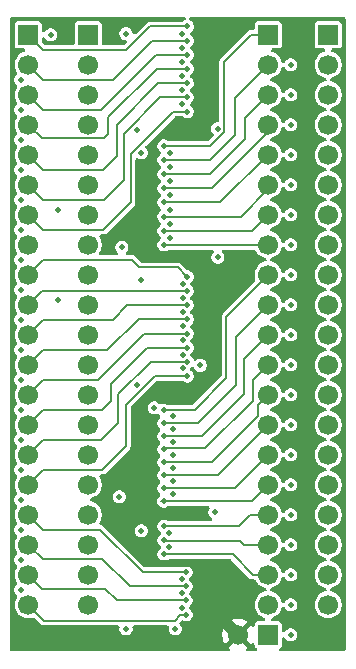
<source format=gbr>
%TF.GenerationSoftware,KiCad,Pcbnew,9.0.3*%
%TF.CreationDate,2025-07-14T16:06:07+02:00*%
%TF.ProjectId,IF-Board,49462d42-6f61-4726-942e-6b696361645f,rev?*%
%TF.SameCoordinates,Original*%
%TF.FileFunction,Copper,L4,Bot*%
%TF.FilePolarity,Positive*%
%FSLAX46Y46*%
G04 Gerber Fmt 4.6, Leading zero omitted, Abs format (unit mm)*
G04 Created by KiCad (PCBNEW 9.0.3) date 2025-07-14 16:06:07*
%MOMM*%
%LPD*%
G01*
G04 APERTURE LIST*
%TA.AperFunction,ComponentPad*%
%ADD10R,1.700000X1.700000*%
%TD*%
%TA.AperFunction,ComponentPad*%
%ADD11C,1.700000*%
%TD*%
%TA.AperFunction,ViaPad*%
%ADD12C,0.500000*%
%TD*%
%TA.AperFunction,Conductor*%
%ADD13C,0.200000*%
%TD*%
%TA.AperFunction,Conductor*%
%ADD14C,0.600000*%
%TD*%
%TA.AperFunction,Conductor*%
%ADD15C,0.500000*%
%TD*%
%TA.AperFunction,Conductor*%
%ADD16C,0.300000*%
%TD*%
%TA.AperFunction,Conductor*%
%ADD17C,1.000000*%
%TD*%
G04 APERTURE END LIST*
D10*
%TO.P,J8,1,Pin_1*%
%TO.N,/Level Shifters & CPU Interface/GND_I*%
X157640000Y-125450000D03*
D11*
%TO.P,J8,2,Pin_2*%
%TO.N,/Level Shifters & CPU Interface/+3V3_I*%
X155100000Y-125450000D03*
%TD*%
D10*
%TO.P,J4,1,Pin_1*%
%TO.N,/Level Shifters & CPU Interface/CPU_40*%
X162720000Y-74650000D03*
D11*
%TO.P,J4,2,Pin_2*%
%TO.N,/Level Shifters & CPU Interface/CPU_39*%
X162720000Y-77190000D03*
%TO.P,J4,3,Pin_3*%
%TO.N,/Level Shifters & CPU Interface/CPU_38*%
X162720000Y-79730000D03*
%TO.P,J4,4,Pin_4*%
%TO.N,/Level Shifters & CPU Interface/CPU_37*%
X162720000Y-82270000D03*
%TO.P,J4,5,Pin_5*%
%TO.N,/Level Shifters & CPU Interface/CPU_36*%
X162720000Y-84810000D03*
%TO.P,J4,6,Pin_6*%
%TO.N,/Level Shifters & CPU Interface/CPU_35*%
X162720000Y-87350000D03*
%TO.P,J4,7,Pin_7*%
%TO.N,/Level Shifters & CPU Interface/CPU_34*%
X162720000Y-89890000D03*
%TO.P,J4,8,Pin_8*%
%TO.N,/Level Shifters & CPU Interface/CPU_33*%
X162720000Y-92430000D03*
%TO.P,J4,9,Pin_9*%
%TO.N,/Level Shifters & CPU Interface/CPU_32*%
X162720000Y-94970000D03*
%TO.P,J4,10,Pin_10*%
%TO.N,/Level Shifters & CPU Interface/CPU_31*%
X162720000Y-97510000D03*
%TO.P,J4,11,Pin_11*%
%TO.N,/Level Shifters & CPU Interface/CPU_30*%
X162720000Y-100050000D03*
%TO.P,J4,12,Pin_12*%
%TO.N,/Level Shifters & CPU Interface/CPU_29*%
X162720000Y-102590000D03*
%TO.P,J4,13,Pin_13*%
%TO.N,/Level Shifters & CPU Interface/CPU_28*%
X162720000Y-105130000D03*
%TO.P,J4,14,Pin_14*%
%TO.N,/Level Shifters & CPU Interface/CPU_27*%
X162720000Y-107670000D03*
%TO.P,J4,15,Pin_15*%
%TO.N,/Level Shifters & CPU Interface/CPU_26*%
X162720000Y-110210000D03*
%TO.P,J4,16,Pin_16*%
%TO.N,/Level Shifters & CPU Interface/CPU_25*%
X162720000Y-112750000D03*
%TO.P,J4,17,Pin_17*%
%TO.N,/Level Shifters & CPU Interface/CPU_24*%
X162720000Y-115290000D03*
%TO.P,J4,18,Pin_18*%
%TO.N,/Level Shifters & CPU Interface/CPU_23*%
X162720000Y-117830000D03*
%TO.P,J4,19,Pin_19*%
%TO.N,/Level Shifters & CPU Interface/CPU_22*%
X162720000Y-120370000D03*
%TO.P,J4,20,Pin_20*%
%TO.N,/Level Shifters & CPU Interface/GND_I*%
X162720000Y-122910000D03*
%TD*%
D10*
%TO.P,J2,1,Pin_1*%
%TO.N,/Level Shifters & CPU Interface/CPU_1*%
X137320000Y-74650000D03*
D11*
%TO.P,J2,2,Pin_2*%
%TO.N,/Level Shifters & CPU Interface/CPU_2*%
X137320000Y-77190000D03*
%TO.P,J2,3,Pin_3*%
%TO.N,/Level Shifters & CPU Interface/CPU_3*%
X137320000Y-79730000D03*
%TO.P,J2,4,Pin_4*%
%TO.N,/Level Shifters & CPU Interface/CPU_4*%
X137320000Y-82270000D03*
%TO.P,J2,5,Pin_5*%
%TO.N,/Level Shifters & CPU Interface/CPU_5*%
X137320000Y-84810000D03*
%TO.P,J2,6,Pin_6*%
%TO.N,/Level Shifters & CPU Interface/CPU_6*%
X137320000Y-87350000D03*
%TO.P,J2,7,Pin_7*%
%TO.N,/Level Shifters & CPU Interface/CPU_7*%
X137320000Y-89890000D03*
%TO.P,J2,8,Pin_8*%
%TO.N,/Level Shifters & CPU Interface/+5V_I*%
X137320000Y-92430000D03*
%TO.P,J2,9,Pin_9*%
%TO.N,/Level Shifters & CPU Interface/CPU_9*%
X137320000Y-94970000D03*
%TO.P,J2,10,Pin_10*%
%TO.N,/Level Shifters & CPU Interface/CPU_10*%
X137320000Y-97510000D03*
%TO.P,J2,11,Pin_11*%
%TO.N,/Level Shifters & CPU Interface/CPU_11*%
X137320000Y-100050000D03*
%TO.P,J2,12,Pin_12*%
%TO.N,/Level Shifters & CPU Interface/CPU_12*%
X137320000Y-102590000D03*
%TO.P,J2,13,Pin_13*%
%TO.N,/Level Shifters & CPU Interface/CPU_13*%
X137320000Y-105130000D03*
%TO.P,J2,14,Pin_14*%
%TO.N,/Level Shifters & CPU Interface/CPU_14*%
X137320000Y-107670000D03*
%TO.P,J2,15,Pin_15*%
%TO.N,/Level Shifters & CPU Interface/CPU_15*%
X137320000Y-110210000D03*
%TO.P,J2,16,Pin_16*%
%TO.N,/Level Shifters & CPU Interface/CPU_16*%
X137320000Y-112750000D03*
%TO.P,J2,17,Pin_17*%
%TO.N,/Level Shifters & CPU Interface/CPU_17*%
X137320000Y-115290000D03*
%TO.P,J2,18,Pin_18*%
%TO.N,/Level Shifters & CPU Interface/CPU_18*%
X137320000Y-117830000D03*
%TO.P,J2,19,Pin_19*%
%TO.N,/Level Shifters & CPU Interface/CPU_19*%
X137320000Y-120370000D03*
%TO.P,J2,20,Pin_20*%
%TO.N,/Level Shifters & CPU Interface/CPU_20*%
X137320000Y-122910000D03*
%TD*%
D10*
%TO.P,J11,1,Pin_1*%
%TO.N,/Level Shifters & CPU Interface/PIN_1*%
X142400000Y-74650000D03*
D11*
%TO.P,J11,2,Pin_2*%
%TO.N,/Level Shifters & CPU Interface/PIN_2*%
X142400000Y-77190000D03*
%TO.P,J11,3,Pin_3*%
%TO.N,/Level Shifters & CPU Interface/PIN_3*%
X142400000Y-79730000D03*
%TO.P,J11,4,Pin_4*%
%TO.N,/Level Shifters & CPU Interface/PIN_4*%
X142400000Y-82270000D03*
%TO.P,J11,5,Pin_5*%
%TO.N,/Level Shifters & CPU Interface/PIN_5*%
X142400000Y-84810000D03*
%TO.P,J11,6,Pin_6*%
%TO.N,/Level Shifters & CPU Interface/PIN_6*%
X142400000Y-87350000D03*
%TO.P,J11,7,Pin_7*%
%TO.N,/Level Shifters & CPU Interface/PIN_7*%
X142400000Y-89890000D03*
%TO.P,J11,8,Pin_8*%
%TO.N,/Level Shifters & CPU Interface/+5V_I*%
X142400000Y-92430000D03*
%TO.P,J11,9,Pin_9*%
%TO.N,/Level Shifters & CPU Interface/PIN_9*%
X142400000Y-94970000D03*
%TO.P,J11,10,Pin_10*%
%TO.N,/Level Shifters & CPU Interface/PIN_10*%
X142400000Y-97510000D03*
%TO.P,J11,11,Pin_11*%
%TO.N,/Level Shifters & CPU Interface/PIN_11*%
X142400000Y-100050000D03*
%TO.P,J11,12,Pin_12*%
%TO.N,/Level Shifters & CPU Interface/PIN_12*%
X142400000Y-102590000D03*
%TO.P,J11,13,Pin_13*%
%TO.N,/Level Shifters & CPU Interface/PIN_13*%
X142400000Y-105130000D03*
%TO.P,J11,14,Pin_14*%
%TO.N,/Level Shifters & CPU Interface/PIN_14*%
X142400000Y-107670000D03*
%TO.P,J11,15,Pin_15*%
%TO.N,/Level Shifters & CPU Interface/PIN_15*%
X142400000Y-110210000D03*
%TO.P,J11,16,Pin_16*%
%TO.N,/Level Shifters & CPU Interface/PIN_16*%
X142400000Y-112750000D03*
%TO.P,J11,17,Pin_17*%
%TO.N,/Level Shifters & CPU Interface/PIN_17*%
X142400000Y-115290000D03*
%TO.P,J11,18,Pin_18*%
%TO.N,/Level Shifters & CPU Interface/PIN_18*%
X142400000Y-117830000D03*
%TO.P,J11,19,Pin_19*%
%TO.N,/Level Shifters & CPU Interface/PIN_19*%
X142400000Y-120370000D03*
%TO.P,J11,20,Pin_20*%
%TO.N,/Level Shifters & CPU Interface/PIN_20*%
X142400000Y-122910000D03*
%TD*%
D10*
%TO.P,J10,1,Pin_1*%
%TO.N,/Level Shifters & CPU Interface/PIN_40*%
X157640000Y-74650000D03*
D11*
%TO.P,J10,2,Pin_2*%
%TO.N,/Level Shifters & CPU Interface/PIN_39*%
X157640000Y-77190000D03*
%TO.P,J10,3,Pin_3*%
%TO.N,/Level Shifters & CPU Interface/PIN_38*%
X157640000Y-79730000D03*
%TO.P,J10,4,Pin_4*%
%TO.N,/Level Shifters & CPU Interface/PIN_37*%
X157640000Y-82270000D03*
%TO.P,J10,5,Pin_5*%
%TO.N,/Level Shifters & CPU Interface/PIN_36*%
X157640000Y-84810000D03*
%TO.P,J10,6,Pin_6*%
%TO.N,/Level Shifters & CPU Interface/PIN_35*%
X157640000Y-87350000D03*
%TO.P,J10,7,Pin_7*%
%TO.N,/Level Shifters & CPU Interface/PIN_34*%
X157640000Y-89890000D03*
%TO.P,J10,8,Pin_8*%
%TO.N,/Level Shifters & CPU Interface/PIN_33*%
X157640000Y-92430000D03*
%TO.P,J10,9,Pin_9*%
%TO.N,/Level Shifters & CPU Interface/PIN_32*%
X157640000Y-94970000D03*
%TO.P,J10,10,Pin_10*%
%TO.N,/Level Shifters & CPU Interface/PIN_31*%
X157640000Y-97510000D03*
%TO.P,J10,11,Pin_11*%
%TO.N,/Level Shifters & CPU Interface/PIN_30*%
X157640000Y-100050000D03*
%TO.P,J10,12,Pin_12*%
%TO.N,/Level Shifters & CPU Interface/PIN_29*%
X157640000Y-102590000D03*
%TO.P,J10,13,Pin_13*%
%TO.N,/Level Shifters & CPU Interface/PIN_28*%
X157640000Y-105130000D03*
%TO.P,J10,14,Pin_14*%
%TO.N,/Level Shifters & CPU Interface/PIN_27*%
X157640000Y-107670000D03*
%TO.P,J10,15,Pin_15*%
%TO.N,/Level Shifters & CPU Interface/PIN_26*%
X157640000Y-110210000D03*
%TO.P,J10,16,Pin_16*%
%TO.N,/Level Shifters & CPU Interface/PIN_25*%
X157640000Y-112750000D03*
%TO.P,J10,17,Pin_17*%
%TO.N,/Level Shifters & CPU Interface/PIN_24*%
X157640000Y-115290000D03*
%TO.P,J10,18,Pin_18*%
%TO.N,/Level Shifters & CPU Interface/PIN_23*%
X157640000Y-117830000D03*
%TO.P,J10,19,Pin_19*%
%TO.N,/Level Shifters & CPU Interface/PIN_22*%
X157640000Y-120370000D03*
%TO.P,J10,20,Pin_20*%
%TO.N,/Level Shifters & CPU Interface/GND_I*%
X157640000Y-122910000D03*
%TD*%
D12*
%TO.N,/Level Shifters & CPU Interface/PIN_37*%
X148800000Y-87650000D03*
%TO.N,/Level Shifters & CPU Interface/PIN_28*%
X148800000Y-110850000D03*
%TO.N,/Level Shifters & CPU Interface/PIN_26*%
X148800000Y-113050000D03*
%TO.N,/Level Shifters & CPU Interface/PIN_22*%
X148800000Y-118650000D03*
%TO.N,/Level Shifters & CPU Interface/PIN_34*%
X148800000Y-91250000D03*
%TO.N,/Level Shifters & CPU Interface/PIN_38*%
X148800000Y-86450000D03*
%TO.N,/Level Shifters & CPU Interface/PIN_25*%
X148800000Y-114150000D03*
%TO.N,/Level Shifters & CPU Interface/PIN_31*%
X148800000Y-107550000D03*
%TO.N,/Level Shifters & CPU Interface/PIN_27*%
X148800000Y-111950000D03*
%TO.N,/Level Shifters & CPU Interface/PIN_24*%
X148800000Y-116250000D03*
%TO.N,/Level Shifters & CPU Interface/PIN_39*%
X148800000Y-85250000D03*
%TO.N,/Level Shifters & CPU Interface/PIN_32*%
X148800000Y-106450000D03*
%TO.N,/Level Shifters & CPU Interface/PIN_35*%
X148800000Y-90050000D03*
%TO.N,/Level Shifters & CPU Interface/PIN_40*%
X148800000Y-84050000D03*
%TO.N,/Level Shifters & CPU Interface/PIN_33*%
X148800000Y-92450000D03*
%TO.N,/Level Shifters & CPU Interface/PIN_29*%
X148800000Y-109750000D03*
%TO.N,/Level Shifters & CPU Interface/PIN_30*%
X148800000Y-108650000D03*
%TO.N,/Level Shifters & CPU Interface/PIN_23*%
X148800000Y-117450000D03*
%TO.N,/Level Shifters & CPU Interface/PIN_36*%
X148800000Y-88850000D03*
%TO.N,/Level Shifters & CPU Interface/CPU_4*%
X150800000Y-77550000D03*
%TO.N,/Level Shifters & CPU Interface/CPU_14*%
X150800000Y-101150000D03*
%TO.N,/Level Shifters & CPU Interface/CPU_17*%
X150700000Y-120150000D03*
%TO.N,/Level Shifters & CPU Interface/CPU_19*%
X150700000Y-122550000D03*
%TO.N,/Level Shifters & CPU Interface/CPU_5*%
X150800000Y-78750000D03*
%TO.N,/Level Shifters & CPU Interface/CPU_12*%
X150800000Y-98750000D03*
%TO.N,/Level Shifters & CPU Interface/CPU_6*%
X150789297Y-79950000D03*
%TO.N,/Level Shifters & CPU Interface/CPU_18*%
X150700000Y-121350000D03*
%TO.N,/Level Shifters & CPU Interface/CPU_10*%
X150800000Y-96350000D03*
%TO.N,/Level Shifters & CPU Interface/CPU_13*%
X150800000Y-99950000D03*
%TO.N,/Level Shifters & CPU Interface/CPU_20*%
X150700000Y-123750000D03*
%TO.N,/Level Shifters & CPU Interface/CPU_1*%
X150800000Y-73950000D03*
%TO.N,/Level Shifters & CPU Interface/CPU_7*%
X150800000Y-81150000D03*
%TO.N,/Level Shifters & CPU Interface/CPU_9*%
X150800000Y-95150000D03*
%TO.N,/Level Shifters & CPU Interface/CPU_16*%
X150800000Y-103550000D03*
%TO.N,/Level Shifters & CPU Interface/CPU_3*%
X150800000Y-76350000D03*
%TO.N,/Level Shifters & CPU Interface/CPU_2*%
X150800000Y-75150000D03*
%TO.N,/Level Shifters & CPU Interface/CPU_11*%
X150800000Y-97550000D03*
%TO.N,/Level Shifters & CPU Interface/CPU_15*%
X150800000Y-102350000D03*
%TO.N,/Level Shifters & CPU Interface/GND_I*%
X136685000Y-121640000D03*
X136685000Y-83540000D03*
X136685000Y-88620000D03*
X149600000Y-112450000D03*
X149300000Y-87050000D03*
X159545000Y-82270000D03*
X150400000Y-102900000D03*
X136685000Y-103860000D03*
X149300000Y-84650000D03*
X149600000Y-110250000D03*
X149300000Y-89450000D03*
X146900000Y-116650000D03*
X159545000Y-105130000D03*
X159545000Y-110210000D03*
X150400000Y-95750000D03*
X149600000Y-109150000D03*
X149600000Y-111350000D03*
X159545000Y-94970000D03*
X136685000Y-114020000D03*
X153372800Y-93496800D03*
X136685000Y-78460000D03*
X136685000Y-119100000D03*
X159545000Y-97510000D03*
X159545000Y-77190000D03*
X159545000Y-125450000D03*
X136685000Y-116560000D03*
X150300000Y-75750000D03*
X159545000Y-87350000D03*
X145600000Y-74550000D03*
X150400000Y-96950000D03*
X136685000Y-91160000D03*
X149200000Y-116850000D03*
X139225000Y-74650000D03*
X159545000Y-112750000D03*
X136685000Y-106400000D03*
X136685000Y-98780000D03*
X147988000Y-106250000D03*
X159545000Y-84810000D03*
X150300000Y-121950000D03*
X159545000Y-102590000D03*
X136685000Y-101320000D03*
X150300000Y-78150000D03*
X159545000Y-120370000D03*
X159545000Y-115290000D03*
X159545000Y-89890000D03*
X136685000Y-93700000D03*
X149766000Y-124942000D03*
X149300000Y-85850000D03*
X159545000Y-122910000D03*
X149200000Y-118050000D03*
X150400000Y-98150000D03*
X146900000Y-84650000D03*
X150400000Y-100500000D03*
X149300000Y-88250000D03*
X139860000Y-89509000D03*
X151900000Y-102650000D03*
X150300000Y-80550000D03*
X149300000Y-90650000D03*
X150300000Y-123150000D03*
X153350000Y-82600000D03*
X159545000Y-107670000D03*
X159545000Y-92430000D03*
X146560850Y-82710851D03*
X153118800Y-115086800D03*
X159545000Y-79730000D03*
X149600000Y-108050000D03*
X146514800Y-104317200D03*
X139850000Y-97129000D03*
X159545000Y-100050000D03*
X149300000Y-91850000D03*
X150400000Y-99300000D03*
X146900000Y-95450000D03*
X136685000Y-81000000D03*
X136685000Y-96240000D03*
X145041600Y-113766000D03*
X136685000Y-86080000D03*
X145250000Y-92650000D03*
X149600000Y-106950000D03*
X150300000Y-79350000D03*
X149600000Y-113550000D03*
X150300000Y-74550000D03*
X136685000Y-111480000D03*
X136685000Y-108940000D03*
X150300000Y-120750000D03*
X150400000Y-101750000D03*
X150300000Y-76950000D03*
X159545000Y-117830000D03*
X145600400Y-124942000D03*
%TO.N,/Level Shifters & CPU Interface/+3V3_I*%
X152687000Y-124942000D03*
X152250000Y-82600000D03*
X152000000Y-115086800D03*
X152200000Y-104350000D03*
X152100000Y-93550000D03*
%TD*%
D13*
%TO.N,/Level Shifters & CPU Interface/PIN_37*%
X152900000Y-87650000D02*
X148800000Y-87650000D01*
X157640000Y-82910000D02*
X152900000Y-87650000D01*
%TO.N,/Level Shifters & CPU Interface/PIN_28*%
X148800000Y-110800000D02*
X152920116Y-110800000D01*
X156751000Y-106019000D02*
X157640000Y-105130000D01*
X156751000Y-106969116D02*
X156751000Y-106019000D01*
X152920116Y-110800000D02*
X156751000Y-106969116D01*
%TO.N,/Level Shifters & CPU Interface/PIN_26*%
X148831000Y-113019000D02*
X148800000Y-113050000D01*
X157640000Y-110210000D02*
X154831000Y-113019000D01*
X154831000Y-113019000D02*
X148831000Y-113019000D01*
%TO.N,/Level Shifters & CPU Interface/PIN_22*%
X156370000Y-120370000D02*
X157640000Y-120370000D01*
X154650000Y-118650000D02*
X156370000Y-120370000D01*
X148800000Y-118650000D02*
X154650000Y-118650000D01*
%TO.N,/Level Shifters & CPU Interface/PIN_34*%
X156280000Y-91250000D02*
X148800000Y-91250000D01*
X157640000Y-89890000D02*
X156280000Y-91250000D01*
%TO.N,/Level Shifters & CPU Interface/PIN_38*%
X155700000Y-81670000D02*
X157640000Y-79730000D01*
X152700000Y-86450000D02*
X148800000Y-86450000D01*
X152700000Y-86450000D02*
X155700000Y-83450000D01*
X155700000Y-83450000D02*
X155700000Y-81670000D01*
%TO.N,/Level Shifters & CPU Interface/PIN_25*%
X148600000Y-114150000D02*
X156240000Y-114150000D01*
X156240000Y-114150000D02*
X157640000Y-112750000D01*
%TO.N,/Level Shifters & CPU Interface/PIN_31*%
X151714000Y-107500000D02*
X148850000Y-107500000D01*
X154900000Y-100250000D02*
X154900000Y-104314000D01*
X154900000Y-104314000D02*
X151714000Y-107500000D01*
X157640000Y-97510000D02*
X154900000Y-100250000D01*
%TO.N,/Level Shifters & CPU Interface/PIN_27*%
X153431000Y-111919000D02*
X157640000Y-107710000D01*
X148800000Y-111950000D02*
X148831000Y-111919000D01*
X148831000Y-111919000D02*
X153431000Y-111919000D01*
%TO.N,/Level Shifters & CPU Interface/PIN_24*%
X148850000Y-116250000D02*
X155150000Y-116250000D01*
X155150000Y-116250000D02*
X156110000Y-115290000D01*
X156110000Y-115290000D02*
X157640000Y-115290000D01*
%TO.N,/Level Shifters & CPU Interface/PIN_39*%
X154800000Y-83150000D02*
X154800000Y-80030000D01*
X152700000Y-85250000D02*
X154800000Y-83150000D01*
X152700000Y-85250000D02*
X148800000Y-85250000D01*
X154800000Y-80030000D02*
X157640000Y-77190000D01*
%TO.N,/Level Shifters & CPU Interface/PIN_32*%
X151405948Y-106400000D02*
X148850000Y-106400000D01*
X154100000Y-103705948D02*
X151405948Y-106400000D01*
X148850000Y-106400000D02*
X148800000Y-106450000D01*
X154100000Y-98510000D02*
X154100000Y-103705948D01*
X157640000Y-94970000D02*
X154100000Y-98510000D01*
%TO.N,/Level Shifters & CPU Interface/PIN_35*%
X157640000Y-87731000D02*
X155321000Y-90050000D01*
X155321000Y-90050000D02*
X148800000Y-90050000D01*
%TO.N,/Level Shifters & CPU Interface/PIN_40*%
X156200000Y-74650000D02*
X157640000Y-74650000D01*
X153900000Y-82850000D02*
X153900000Y-76950000D01*
X152700000Y-84050000D02*
X153900000Y-82850000D01*
X148800000Y-84050000D02*
X152700000Y-84050000D01*
X153900000Y-76950000D02*
X156200000Y-74650000D01*
%TO.N,/Level Shifters & CPU Interface/PIN_33*%
X157620000Y-92450000D02*
X148800000Y-92450000D01*
%TO.N,/Level Shifters & CPU Interface/PIN_29*%
X156368000Y-105640000D02*
X156368000Y-103862000D01*
X156368000Y-103862000D02*
X157640000Y-102590000D01*
X148831000Y-109681000D02*
X152327000Y-109681000D01*
X152327000Y-109681000D02*
X156368000Y-105640000D01*
%TO.N,/Level Shifters & CPU Interface/PIN_30*%
X155600000Y-102090000D02*
X155600000Y-105024803D01*
X157640000Y-100050000D02*
X155600000Y-102090000D01*
X152043803Y-108581000D02*
X148869000Y-108581000D01*
X148869000Y-108581000D02*
X148800000Y-108650000D01*
X155600000Y-105024803D02*
X152043803Y-108581000D01*
%TO.N,/Level Shifters & CPU Interface/PIN_23*%
X155278000Y-117500000D02*
X155608000Y-117830000D01*
X148800000Y-117450000D02*
X148850000Y-117500000D01*
X155608000Y-117830000D02*
X157640000Y-117830000D01*
X148850000Y-117500000D02*
X155278000Y-117500000D01*
%TO.N,/Level Shifters & CPU Interface/PIN_36*%
X157640000Y-84810000D02*
X153600000Y-88850000D01*
X153600000Y-88850000D02*
X148800000Y-88850000D01*
%TO.N,/Level Shifters & CPU Interface/CPU_4*%
X144100000Y-81650000D02*
X148200000Y-77550000D01*
X137320000Y-82270000D02*
X138463000Y-83413000D01*
X138463000Y-83413000D02*
X143737000Y-83413000D01*
X148200000Y-77550000D02*
X150800000Y-77550000D01*
X144100000Y-83050000D02*
X144100000Y-81650000D01*
X143737000Y-83413000D02*
X144100000Y-83050000D01*
%TO.N,/Level Shifters & CPU Interface/CPU_14*%
X144300000Y-105650000D02*
X144300000Y-104250000D01*
X144300000Y-104250000D02*
X147400000Y-101150000D01*
X147400000Y-101150000D02*
X150800000Y-101150000D01*
X137320000Y-107670000D02*
X138590000Y-106400000D01*
X143550000Y-106400000D02*
X144300000Y-105650000D01*
X138590000Y-106400000D02*
X143550000Y-106400000D01*
%TO.N,/Level Shifters & CPU Interface/CPU_17*%
X143406000Y-116550000D02*
X138580000Y-116550000D01*
X150661000Y-120150000D02*
X147006000Y-120150000D01*
X147006000Y-120150000D02*
X143406000Y-116550000D01*
X138580000Y-116550000D02*
X137320000Y-115290000D01*
%TO.N,/Level Shifters & CPU Interface/CPU_19*%
X150700000Y-122550000D02*
X144800000Y-122550000D01*
X138525500Y-121575500D02*
X137320000Y-120370000D01*
X144800000Y-122550000D02*
X143825500Y-121575500D01*
X143825500Y-121575500D02*
X138525500Y-121575500D01*
%TO.N,/Level Shifters & CPU Interface/CPU_5*%
X137320000Y-84810000D02*
X138590000Y-86080000D01*
X144800000Y-82250000D02*
X148300000Y-78750000D01*
X143670000Y-86080000D02*
X144800000Y-84950000D01*
X144800000Y-84950000D02*
X144800000Y-82250000D01*
X138590000Y-86080000D02*
X143670000Y-86080000D01*
X148300000Y-78750000D02*
X150800000Y-78750000D01*
%TO.N,/Level Shifters & CPU Interface/CPU_12*%
X146669000Y-98681000D02*
X150731000Y-98681000D01*
X144030000Y-101320000D02*
X146669000Y-98681000D01*
X150731000Y-98681000D02*
X150800000Y-98750000D01*
X137320000Y-102590000D02*
X138590000Y-101320000D01*
X138590000Y-101320000D02*
X144030000Y-101320000D01*
%TO.N,/Level Shifters & CPU Interface/CPU_6*%
X143730000Y-88620000D02*
X145400000Y-86950000D01*
X137320000Y-87350000D02*
X138590000Y-88620000D01*
X138590000Y-88620000D02*
X143730000Y-88620000D01*
X145400000Y-86950000D02*
X145400000Y-83050000D01*
X148500000Y-79950000D02*
X150789297Y-79950000D01*
X145400000Y-83050000D02*
X148500000Y-79950000D01*
%TO.N,/Level Shifters & CPU Interface/CPU_18*%
X137320000Y-117830000D02*
X138540000Y-119050000D01*
X138540000Y-119050000D02*
X143600000Y-119050000D01*
X145900000Y-121350000D02*
X150700000Y-121350000D01*
X143600000Y-119050000D02*
X145900000Y-121350000D01*
%TO.N,/Level Shifters & CPU Interface/CPU_10*%
X138480000Y-96350000D02*
X137320000Y-97510000D01*
X150800000Y-96350000D02*
X138480000Y-96350000D01*
%TO.N,/Level Shifters & CPU Interface/CPU_13*%
X147150000Y-99950000D02*
X150800000Y-99950000D01*
X143250000Y-103850000D02*
X147150000Y-99950000D01*
X138600000Y-103850000D02*
X143250000Y-103850000D01*
X137320000Y-105130000D02*
X138600000Y-103850000D01*
%TO.N,/Level Shifters & CPU Interface/CPU_20*%
X149707052Y-124250000D02*
X138660000Y-124250000D01*
X150700000Y-123750000D02*
X150207052Y-123750000D01*
X150207052Y-123750000D02*
X149707052Y-124250000D01*
X138660000Y-124250000D02*
X137509000Y-123099000D01*
%TO.N,/Level Shifters & CPU Interface/CPU_1*%
X147600000Y-73950000D02*
X150800000Y-73950000D01*
X145630000Y-75920000D02*
X147600000Y-73950000D01*
X138590000Y-75920000D02*
X145630000Y-75920000D01*
X137320000Y-74650000D02*
X138590000Y-75920000D01*
%TO.N,/Level Shifters & CPU Interface/CPU_7*%
X146000000Y-84750000D02*
X149600000Y-81150000D01*
X138590000Y-91160000D02*
X137320000Y-89890000D01*
X146000000Y-84750000D02*
X146000000Y-88850000D01*
X146000000Y-88850000D02*
X143690000Y-91160000D01*
X143690000Y-91160000D02*
X138590000Y-91160000D01*
X149600000Y-81150000D02*
X150800000Y-81150000D01*
%TO.N,/Level Shifters & CPU Interface/CPU_9*%
X137340000Y-94950000D02*
X138590000Y-93700000D01*
X138590000Y-93700000D02*
X146092150Y-93700000D01*
X150000000Y-94350000D02*
X150800000Y-95150000D01*
X146092150Y-93700000D02*
X146742150Y-94350000D01*
X146742150Y-94350000D02*
X150000000Y-94350000D01*
%TO.N,/Level Shifters & CPU Interface/CPU_16*%
X143570000Y-111480000D02*
X138590000Y-111480000D01*
X145600000Y-105982948D02*
X148032948Y-103550000D01*
X148032948Y-103550000D02*
X150800000Y-103550000D01*
X138590000Y-111480000D02*
X137320000Y-112750000D01*
X145600000Y-109450000D02*
X143570000Y-111480000D01*
X145600000Y-105982948D02*
X145600000Y-109450000D01*
%TO.N,/Level Shifters & CPU Interface/CPU_3*%
X143450000Y-81000000D02*
X148100000Y-76350000D01*
X148100000Y-76350000D02*
X150800000Y-76350000D01*
X138590000Y-81000000D02*
X143450000Y-81000000D01*
X137320000Y-79730000D02*
X138590000Y-81000000D01*
%TO.N,/Level Shifters & CPU Interface/CPU_2*%
X138590000Y-78460000D02*
X137320000Y-77190000D01*
X150800000Y-75150000D02*
X147800000Y-75150000D01*
X147800000Y-75150000D02*
X144490000Y-78460000D01*
X144490000Y-78460000D02*
X138590000Y-78460000D01*
%TO.N,/Level Shifters & CPU Interface/CPU_11*%
X144470000Y-98780000D02*
X145700000Y-97550000D01*
X138590000Y-98780000D02*
X144470000Y-98780000D01*
X137320000Y-100050000D02*
X138590000Y-98780000D01*
X145700000Y-97550000D02*
X150800000Y-97550000D01*
%TO.N,/Level Shifters & CPU Interface/CPU_15*%
X144950000Y-107500000D02*
X143510000Y-108940000D01*
X138590000Y-108940000D02*
X137320000Y-110210000D01*
X143510000Y-108940000D02*
X138590000Y-108940000D01*
X144950000Y-105100000D02*
X144950000Y-107500000D01*
X150800000Y-102350000D02*
X147700000Y-102350000D01*
X147700000Y-102350000D02*
X144950000Y-105100000D01*
D14*
%TO.N,/Level Shifters & CPU Interface/+3V3_I*%
X152800000Y-103750000D02*
X152200000Y-104350000D01*
D15*
X149100000Y-82750000D02*
X147800000Y-84050000D01*
D14*
X146600000Y-115633367D02*
X145969000Y-116264367D01*
D15*
X152100000Y-82750000D02*
X149100000Y-82750000D01*
X152000000Y-115086800D02*
X146636800Y-115086800D01*
D14*
X153900000Y-122050000D02*
X153900000Y-124250000D01*
X151231000Y-119381000D02*
X153900000Y-122050000D01*
X152800000Y-95250000D02*
X152800000Y-103750000D01*
X152100000Y-94550000D02*
X152800000Y-95250000D01*
D16*
X146636800Y-115086800D02*
X146600000Y-115050000D01*
D15*
X147800000Y-84050000D02*
X147800000Y-92700000D01*
X153208000Y-124942000D02*
X153900000Y-124250000D01*
X147800000Y-92700000D02*
X148650000Y-93550000D01*
D14*
X146600000Y-106321367D02*
X147971367Y-104950000D01*
D15*
X152250000Y-82600000D02*
X152100000Y-82750000D01*
D14*
X146600000Y-115050000D02*
X146600000Y-115633367D01*
X146600000Y-115050000D02*
X146600000Y-106321367D01*
X145969000Y-116264367D02*
X145969000Y-117435633D01*
D17*
X153900000Y-124250000D02*
X155100000Y-125450000D01*
D14*
X151600000Y-104950000D02*
X152200000Y-104350000D01*
X147914367Y-119381000D02*
X151231000Y-119381000D01*
X145969000Y-117435633D02*
X147914367Y-119381000D01*
D15*
X152687000Y-124942000D02*
X153208000Y-124942000D01*
D14*
X152100000Y-93550000D02*
X152100000Y-94550000D01*
X147971367Y-104950000D02*
X151600000Y-104950000D01*
D15*
X148650000Y-93550000D02*
X152100000Y-93550000D01*
D16*
X152102800Y-93496800D02*
X152053200Y-93496800D01*
%TD*%
%TA.AperFunction,Conductor*%
%TO.N,/Level Shifters & CPU Interface/+3V3_I*%
G36*
X150566516Y-73160243D02*
G01*
X150602999Y-73169522D01*
X150603702Y-73170207D01*
X150604652Y-73170462D01*
X150631268Y-73197078D01*
X150658229Y-73223359D01*
X150658495Y-73224305D01*
X150659190Y-73225000D01*
X150668930Y-73261351D01*
X150679140Y-73297599D01*
X150678897Y-73298551D01*
X150679152Y-73299500D01*
X150669408Y-73335864D01*
X150660130Y-73372347D01*
X150659444Y-73373050D01*
X150659190Y-73374000D01*
X150632573Y-73400616D01*
X150606293Y-73427577D01*
X150592795Y-73435601D01*
X150587515Y-73437016D01*
X150461985Y-73509491D01*
X150452426Y-73519049D01*
X150436400Y-73528577D01*
X150362160Y-73549488D01*
X150360259Y-73549500D01*
X147661872Y-73549500D01*
X147661856Y-73549499D01*
X147652727Y-73549499D01*
X147547273Y-73549499D01*
X147445413Y-73576793D01*
X147445412Y-73576793D01*
X147445410Y-73576794D01*
X147354089Y-73629518D01*
X147354086Y-73629520D01*
X146404859Y-74578748D01*
X146338064Y-74617312D01*
X146260936Y-74617312D01*
X146194141Y-74578748D01*
X146155577Y-74511953D01*
X146152309Y-74487133D01*
X146151774Y-74487204D01*
X146150500Y-74477530D01*
X146150500Y-74477525D01*
X146112984Y-74337515D01*
X146112983Y-74337514D01*
X146112983Y-74337512D01*
X146040511Y-74211988D01*
X146040510Y-74211987D01*
X146040509Y-74211985D01*
X145938015Y-74109491D01*
X145938012Y-74109489D01*
X145938011Y-74109488D01*
X145812487Y-74037016D01*
X145672475Y-73999500D01*
X145527525Y-73999500D01*
X145387512Y-74037016D01*
X145261988Y-74109488D01*
X145159488Y-74211988D01*
X145087016Y-74337512D01*
X145049500Y-74477523D01*
X145049500Y-74622476D01*
X145087016Y-74762487D01*
X145159488Y-74888011D01*
X145159489Y-74888012D01*
X145159491Y-74888015D01*
X145261985Y-74990509D01*
X145261987Y-74990510D01*
X145261988Y-74990511D01*
X145387512Y-75062983D01*
X145387514Y-75062983D01*
X145387515Y-75062984D01*
X145527525Y-75100500D01*
X145527531Y-75100500D01*
X145537204Y-75101774D01*
X145536895Y-75104118D01*
X145542337Y-75105577D01*
X145561953Y-75105577D01*
X145578940Y-75115384D01*
X145597889Y-75120462D01*
X145611760Y-75134333D01*
X145628748Y-75144141D01*
X145638555Y-75161128D01*
X145652427Y-75175000D01*
X145657504Y-75193948D01*
X145667312Y-75210936D01*
X145667312Y-75230552D01*
X145672389Y-75249500D01*
X145667312Y-75268447D01*
X145667312Y-75288064D01*
X145657504Y-75305051D01*
X145652427Y-75324000D01*
X145628748Y-75354859D01*
X145507748Y-75475859D01*
X145440953Y-75514423D01*
X145402389Y-75519500D01*
X143699500Y-75519500D01*
X143625000Y-75499538D01*
X143570462Y-75445000D01*
X143550500Y-75370500D01*
X143550499Y-73755133D01*
X143547585Y-73730010D01*
X143547584Y-73730008D01*
X143502206Y-73627235D01*
X143422765Y-73547794D01*
X143422764Y-73547793D01*
X143319994Y-73502416D01*
X143319991Y-73502415D01*
X143319982Y-73502414D01*
X143294865Y-73499500D01*
X143294859Y-73499500D01*
X141505133Y-73499500D01*
X141480010Y-73502414D01*
X141480007Y-73502415D01*
X141377235Y-73547793D01*
X141297793Y-73627235D01*
X141252416Y-73730005D01*
X141252415Y-73730008D01*
X141252415Y-73730009D01*
X141249500Y-73755135D01*
X141249500Y-74637016D01*
X141249501Y-75370500D01*
X141229539Y-75445000D01*
X141175001Y-75499538D01*
X141100501Y-75519500D01*
X138817611Y-75519500D01*
X138743111Y-75499538D01*
X138712252Y-75475859D01*
X138514140Y-75277747D01*
X138504332Y-75260759D01*
X138490461Y-75246888D01*
X138485383Y-75227939D01*
X138475576Y-75210952D01*
X138470499Y-75172388D01*
X138470499Y-75000241D01*
X138490461Y-74925741D01*
X138544999Y-74871203D01*
X138619499Y-74851241D01*
X138693999Y-74871203D01*
X138748537Y-74925741D01*
X138784488Y-74988011D01*
X138784489Y-74988012D01*
X138784491Y-74988015D01*
X138886985Y-75090509D01*
X138886987Y-75090510D01*
X138886988Y-75090511D01*
X139012512Y-75162983D01*
X139012514Y-75162983D01*
X139012515Y-75162984D01*
X139152525Y-75200500D01*
X139297475Y-75200500D01*
X139437485Y-75162984D01*
X139563015Y-75090509D01*
X139665509Y-74988015D01*
X139737984Y-74862485D01*
X139775500Y-74722475D01*
X139775500Y-74577525D01*
X139737984Y-74437515D01*
X139737983Y-74437514D01*
X139737983Y-74437512D01*
X139665511Y-74311988D01*
X139665510Y-74311987D01*
X139665509Y-74311985D01*
X139563015Y-74209491D01*
X139563012Y-74209489D01*
X139563011Y-74209488D01*
X139437487Y-74137016D01*
X139297475Y-74099500D01*
X139152525Y-74099500D01*
X139012512Y-74137016D01*
X138886988Y-74209488D01*
X138784489Y-74311987D01*
X138784486Y-74311991D01*
X138748536Y-74374259D01*
X138693998Y-74428796D01*
X138619498Y-74448758D01*
X138544998Y-74428795D01*
X138490461Y-74374257D01*
X138470499Y-74299758D01*
X138470499Y-73755133D01*
X138467585Y-73730010D01*
X138467584Y-73730008D01*
X138422206Y-73627235D01*
X138342765Y-73547794D01*
X138342764Y-73547793D01*
X138239994Y-73502416D01*
X138239991Y-73502415D01*
X138239982Y-73502414D01*
X138214865Y-73499500D01*
X138214859Y-73499500D01*
X136425133Y-73499500D01*
X136400010Y-73502414D01*
X136400007Y-73502415D01*
X136297235Y-73547793D01*
X136217793Y-73627235D01*
X136172416Y-73730005D01*
X136172415Y-73730008D01*
X136172415Y-73730009D01*
X136169500Y-73755135D01*
X136169500Y-73755136D01*
X136169500Y-73755140D01*
X136169500Y-75544866D01*
X136172414Y-75569989D01*
X136172415Y-75569992D01*
X136217793Y-75672764D01*
X136217794Y-75672765D01*
X136297235Y-75752206D01*
X136400009Y-75797585D01*
X136425135Y-75800500D01*
X136932596Y-75800499D01*
X137007094Y-75820461D01*
X137061632Y-75874999D01*
X137081594Y-75949499D01*
X137061632Y-76023999D01*
X137007094Y-76078537D01*
X136978638Y-76091206D01*
X136878364Y-76123786D01*
X136878363Y-76123787D01*
X136717004Y-76206005D01*
X136717003Y-76206005D01*
X136570500Y-76312446D01*
X136570497Y-76312448D01*
X136442448Y-76440497D01*
X136442446Y-76440500D01*
X136336005Y-76587003D01*
X136336005Y-76587004D01*
X136253789Y-76748360D01*
X136240094Y-76790511D01*
X136197829Y-76920591D01*
X136169500Y-77099454D01*
X136169500Y-77280546D01*
X136197829Y-77459409D01*
X136253789Y-77631639D01*
X136309256Y-77740499D01*
X136336005Y-77792995D01*
X136336006Y-77792998D01*
X136361135Y-77827584D01*
X136388776Y-77899590D01*
X136376711Y-77975768D01*
X136345952Y-78020523D01*
X136244490Y-78121986D01*
X136244488Y-78121988D01*
X136172016Y-78247512D01*
X136134500Y-78387523D01*
X136134500Y-78532476D01*
X136172016Y-78672487D01*
X136244488Y-78798011D01*
X136244489Y-78798012D01*
X136244491Y-78798015D01*
X136345952Y-78899476D01*
X136384515Y-78966269D01*
X136384515Y-79043397D01*
X136361137Y-79092411D01*
X136336008Y-79126998D01*
X136336005Y-79127004D01*
X136253789Y-79288360D01*
X136220120Y-79391985D01*
X136197829Y-79460591D01*
X136169500Y-79639454D01*
X136169500Y-79820546D01*
X136197829Y-79999409D01*
X136253789Y-80171639D01*
X136309256Y-80280499D01*
X136336005Y-80332995D01*
X136336006Y-80332998D01*
X136361135Y-80367584D01*
X136388776Y-80439590D01*
X136376711Y-80515768D01*
X136345952Y-80560523D01*
X136244490Y-80661986D01*
X136244488Y-80661988D01*
X136172016Y-80787512D01*
X136134500Y-80927523D01*
X136134500Y-81072476D01*
X136172016Y-81212487D01*
X136244488Y-81338011D01*
X136244489Y-81338012D01*
X136244491Y-81338015D01*
X136345952Y-81439476D01*
X136384515Y-81506269D01*
X136384515Y-81583397D01*
X136361137Y-81632411D01*
X136336008Y-81666998D01*
X136336005Y-81667004D01*
X136253789Y-81828360D01*
X136231289Y-81897610D01*
X136197829Y-82000591D01*
X136169500Y-82179454D01*
X136169500Y-82360546D01*
X136197829Y-82539409D01*
X136253789Y-82711639D01*
X136327580Y-82856462D01*
X136336005Y-82872995D01*
X136336006Y-82872998D01*
X136361135Y-82907584D01*
X136388776Y-82979590D01*
X136376711Y-83055768D01*
X136345952Y-83100523D01*
X136244490Y-83201986D01*
X136244488Y-83201988D01*
X136172016Y-83327512D01*
X136134500Y-83467523D01*
X136134500Y-83612476D01*
X136172016Y-83752487D01*
X136244488Y-83878011D01*
X136244489Y-83878012D01*
X136244491Y-83878015D01*
X136345952Y-83979476D01*
X136384515Y-84046269D01*
X136384515Y-84123397D01*
X136361137Y-84172411D01*
X136336008Y-84206998D01*
X136336005Y-84207004D01*
X136253789Y-84368360D01*
X136248998Y-84383107D01*
X136197829Y-84540591D01*
X136169500Y-84719454D01*
X136169500Y-84900546D01*
X136197829Y-85079409D01*
X136253789Y-85251639D01*
X136310545Y-85363029D01*
X136336005Y-85412995D01*
X136336006Y-85412998D01*
X136361135Y-85447584D01*
X136388776Y-85519590D01*
X136376711Y-85595768D01*
X136345952Y-85640523D01*
X136244490Y-85741986D01*
X136244488Y-85741988D01*
X136172016Y-85867512D01*
X136134500Y-86007523D01*
X136134500Y-86152476D01*
X136172016Y-86292487D01*
X136244488Y-86418011D01*
X136244489Y-86418012D01*
X136244491Y-86418015D01*
X136345952Y-86519476D01*
X136384515Y-86586269D01*
X136384515Y-86663397D01*
X136361137Y-86712411D01*
X136336008Y-86746998D01*
X136336005Y-86747004D01*
X136253789Y-86908360D01*
X136223852Y-87000500D01*
X136197829Y-87080591D01*
X136169500Y-87259454D01*
X136169500Y-87440546D01*
X136197829Y-87619409D01*
X136253789Y-87791639D01*
X136309256Y-87900499D01*
X136336005Y-87952995D01*
X136336006Y-87952998D01*
X136361135Y-87987584D01*
X136388776Y-88059590D01*
X136376711Y-88135768D01*
X136345952Y-88180523D01*
X136244490Y-88281986D01*
X136244488Y-88281988D01*
X136172016Y-88407512D01*
X136134500Y-88547523D01*
X136134500Y-88692476D01*
X136172016Y-88832487D01*
X136244488Y-88958011D01*
X136244489Y-88958012D01*
X136244491Y-88958015D01*
X136345952Y-89059476D01*
X136384515Y-89126269D01*
X136384515Y-89203397D01*
X136361137Y-89252411D01*
X136336008Y-89286998D01*
X136336005Y-89287004D01*
X136253789Y-89448360D01*
X136253422Y-89449491D01*
X136197829Y-89620591D01*
X136169500Y-89799454D01*
X136169500Y-89980546D01*
X136197829Y-90159409D01*
X136253789Y-90331639D01*
X136334738Y-90490510D01*
X136336005Y-90492995D01*
X136336006Y-90492998D01*
X136361135Y-90527584D01*
X136388776Y-90599590D01*
X136376711Y-90675768D01*
X136345952Y-90720523D01*
X136244490Y-90821986D01*
X136244488Y-90821988D01*
X136172016Y-90947512D01*
X136134500Y-91087523D01*
X136134500Y-91232476D01*
X136172016Y-91372487D01*
X136244488Y-91498011D01*
X136244489Y-91498012D01*
X136244491Y-91498015D01*
X136345952Y-91599476D01*
X136384515Y-91666269D01*
X136384515Y-91743397D01*
X136361137Y-91792411D01*
X136336008Y-91826998D01*
X136336005Y-91827004D01*
X136253789Y-91988360D01*
X136241734Y-92025463D01*
X136197829Y-92160591D01*
X136169500Y-92339454D01*
X136169500Y-92520546D01*
X136197829Y-92699409D01*
X136253789Y-92871639D01*
X136319447Y-93000500D01*
X136336005Y-93032995D01*
X136336006Y-93032998D01*
X136361135Y-93067584D01*
X136388776Y-93139590D01*
X136376711Y-93215768D01*
X136345952Y-93260523D01*
X136244490Y-93361986D01*
X136244488Y-93361988D01*
X136172016Y-93487512D01*
X136134500Y-93627523D01*
X136134500Y-93772476D01*
X136172016Y-93912487D01*
X136244488Y-94038011D01*
X136244489Y-94038012D01*
X136244491Y-94038015D01*
X136345952Y-94139476D01*
X136384515Y-94206269D01*
X136384515Y-94283397D01*
X136361137Y-94332411D01*
X136336008Y-94366998D01*
X136336005Y-94367004D01*
X136253789Y-94528360D01*
X136239842Y-94571286D01*
X136197829Y-94700591D01*
X136169500Y-94879454D01*
X136169500Y-95060546D01*
X136197829Y-95239409D01*
X136253789Y-95411639D01*
X136317926Y-95537515D01*
X136336005Y-95572995D01*
X136336006Y-95572998D01*
X136361135Y-95607584D01*
X136388776Y-95679590D01*
X136376711Y-95755768D01*
X136345952Y-95800523D01*
X136244490Y-95901986D01*
X136244488Y-95901988D01*
X136172016Y-96027512D01*
X136134500Y-96167523D01*
X136134500Y-96312476D01*
X136172016Y-96452487D01*
X136244488Y-96578011D01*
X136244489Y-96578012D01*
X136244491Y-96578015D01*
X136345952Y-96679476D01*
X136384515Y-96746269D01*
X136384515Y-96823397D01*
X136361137Y-96872411D01*
X136336008Y-96906998D01*
X136336005Y-96907004D01*
X136253789Y-97068360D01*
X136201427Y-97229518D01*
X136197829Y-97240591D01*
X136169500Y-97419454D01*
X136169500Y-97600546D01*
X136197829Y-97779409D01*
X136253789Y-97951639D01*
X136329128Y-98099500D01*
X136336005Y-98112995D01*
X136336006Y-98112998D01*
X136361135Y-98147584D01*
X136388776Y-98219590D01*
X136376711Y-98295768D01*
X136345952Y-98340523D01*
X136244490Y-98441986D01*
X136244488Y-98441988D01*
X136172016Y-98567512D01*
X136134500Y-98707523D01*
X136134500Y-98852476D01*
X136172016Y-98992487D01*
X136244488Y-99118011D01*
X136244489Y-99118012D01*
X136244491Y-99118015D01*
X136345952Y-99219476D01*
X136384515Y-99286269D01*
X136384515Y-99363397D01*
X136361137Y-99412411D01*
X136336008Y-99446998D01*
X136336005Y-99447004D01*
X136253789Y-99608360D01*
X136246915Y-99629518D01*
X136197829Y-99780591D01*
X136169500Y-99959454D01*
X136169500Y-100140546D01*
X136197829Y-100319409D01*
X136253789Y-100491639D01*
X136322729Y-100626941D01*
X136336005Y-100652995D01*
X136336006Y-100652998D01*
X136361135Y-100687584D01*
X136388776Y-100759590D01*
X136376711Y-100835768D01*
X136345952Y-100880523D01*
X136244490Y-100981986D01*
X136244488Y-100981988D01*
X136172016Y-101107512D01*
X136134500Y-101247523D01*
X136134500Y-101392476D01*
X136172016Y-101532487D01*
X136244488Y-101658011D01*
X136244489Y-101658012D01*
X136244491Y-101658015D01*
X136345952Y-101759476D01*
X136384515Y-101826269D01*
X136384515Y-101903397D01*
X136361137Y-101952411D01*
X136336008Y-101986998D01*
X136336005Y-101987004D01*
X136253789Y-102148360D01*
X136220120Y-102251985D01*
X136197829Y-102320591D01*
X136169500Y-102499454D01*
X136169500Y-102680546D01*
X136197829Y-102859409D01*
X136253789Y-103031639D01*
X136327749Y-103176793D01*
X136336005Y-103192995D01*
X136336006Y-103192998D01*
X136361135Y-103227584D01*
X136388776Y-103299590D01*
X136376711Y-103375768D01*
X136345952Y-103420523D01*
X136244490Y-103521986D01*
X136244488Y-103521988D01*
X136172016Y-103647512D01*
X136134500Y-103787523D01*
X136134500Y-103932476D01*
X136172016Y-104072487D01*
X136244488Y-104198011D01*
X136244489Y-104198012D01*
X136244491Y-104198015D01*
X136345952Y-104299476D01*
X136384515Y-104366269D01*
X136384515Y-104443397D01*
X136361137Y-104492411D01*
X136336008Y-104526998D01*
X136336005Y-104527004D01*
X136253789Y-104688360D01*
X136253422Y-104689491D01*
X136197829Y-104860591D01*
X136169500Y-105039454D01*
X136169500Y-105220546D01*
X136197829Y-105399409D01*
X136253789Y-105571639D01*
X136309256Y-105680499D01*
X136336005Y-105732995D01*
X136336006Y-105732998D01*
X136361135Y-105767584D01*
X136388776Y-105839590D01*
X136376711Y-105915768D01*
X136345952Y-105960523D01*
X136244490Y-106061986D01*
X136244488Y-106061988D01*
X136172016Y-106187512D01*
X136134500Y-106327523D01*
X136134500Y-106472476D01*
X136172016Y-106612487D01*
X136244488Y-106738011D01*
X136244489Y-106738012D01*
X136244491Y-106738015D01*
X136345952Y-106839476D01*
X136384515Y-106906269D01*
X136384515Y-106983397D01*
X136361137Y-107032411D01*
X136336008Y-107066998D01*
X136336005Y-107067004D01*
X136253789Y-107228360D01*
X136205251Y-107377748D01*
X136197829Y-107400591D01*
X136169500Y-107579454D01*
X136169500Y-107760546D01*
X136197829Y-107939409D01*
X136253789Y-108111639D01*
X136309256Y-108220499D01*
X136336005Y-108272995D01*
X136336006Y-108272998D01*
X136361135Y-108307584D01*
X136388776Y-108379590D01*
X136376711Y-108455768D01*
X136345952Y-108500523D01*
X136244490Y-108601986D01*
X136244488Y-108601988D01*
X136172016Y-108727512D01*
X136134500Y-108867523D01*
X136134500Y-109012476D01*
X136172016Y-109152487D01*
X136244488Y-109278011D01*
X136244489Y-109278012D01*
X136244491Y-109278015D01*
X136345952Y-109379476D01*
X136384515Y-109446269D01*
X136384515Y-109523397D01*
X136361137Y-109572411D01*
X136336008Y-109606998D01*
X136336005Y-109607004D01*
X136253789Y-109768360D01*
X136236206Y-109822476D01*
X136197829Y-109940591D01*
X136169500Y-110119454D01*
X136169500Y-110300546D01*
X136197829Y-110479409D01*
X136253789Y-110651639D01*
X136309256Y-110760499D01*
X136336005Y-110812995D01*
X136336006Y-110812998D01*
X136361135Y-110847584D01*
X136388776Y-110919590D01*
X136376711Y-110995768D01*
X136345952Y-111040523D01*
X136244490Y-111141986D01*
X136244488Y-111141988D01*
X136172016Y-111267512D01*
X136134500Y-111407523D01*
X136134500Y-111552476D01*
X136172016Y-111692487D01*
X136244488Y-111818011D01*
X136244489Y-111818012D01*
X136244491Y-111818015D01*
X136345952Y-111919476D01*
X136384515Y-111986269D01*
X136384515Y-112063397D01*
X136361137Y-112112411D01*
X136336008Y-112146998D01*
X136336005Y-112147004D01*
X136253789Y-112308360D01*
X136204053Y-112461436D01*
X136197829Y-112480591D01*
X136169500Y-112659454D01*
X136169500Y-112840546D01*
X136197829Y-113019409D01*
X136253789Y-113191639D01*
X136329120Y-113339484D01*
X136336005Y-113352995D01*
X136336006Y-113352998D01*
X136361135Y-113387584D01*
X136388776Y-113459590D01*
X136376711Y-113535768D01*
X136345952Y-113580523D01*
X136244490Y-113681986D01*
X136244488Y-113681988D01*
X136172016Y-113807512D01*
X136134500Y-113947523D01*
X136134500Y-114092476D01*
X136172016Y-114232487D01*
X136244488Y-114358011D01*
X136244489Y-114358012D01*
X136244491Y-114358015D01*
X136345952Y-114459476D01*
X136384515Y-114526269D01*
X136384515Y-114603397D01*
X136361137Y-114652411D01*
X136336008Y-114686998D01*
X136336005Y-114687004D01*
X136253789Y-114848360D01*
X136240422Y-114889500D01*
X136197829Y-115020591D01*
X136169500Y-115199454D01*
X136169500Y-115380546D01*
X136197829Y-115559409D01*
X136253789Y-115731639D01*
X136309256Y-115840499D01*
X136336005Y-115892995D01*
X136336006Y-115892998D01*
X136361135Y-115927584D01*
X136388776Y-115999590D01*
X136376711Y-116075768D01*
X136345952Y-116120523D01*
X136244490Y-116221986D01*
X136244488Y-116221988D01*
X136172016Y-116347512D01*
X136134500Y-116487523D01*
X136134500Y-116632476D01*
X136172016Y-116772487D01*
X136244488Y-116898011D01*
X136244489Y-116898012D01*
X136244491Y-116898015D01*
X136345952Y-116999476D01*
X136384515Y-117066269D01*
X136384515Y-117143397D01*
X136361137Y-117192411D01*
X136336008Y-117226998D01*
X136336005Y-117227004D01*
X136253789Y-117388360D01*
X136240422Y-117429500D01*
X136197829Y-117560591D01*
X136169500Y-117739454D01*
X136169500Y-117920546D01*
X136197829Y-118099409D01*
X136253789Y-118271639D01*
X136335933Y-118432855D01*
X136336005Y-118432995D01*
X136336006Y-118432998D01*
X136361135Y-118467584D01*
X136388776Y-118539590D01*
X136376711Y-118615768D01*
X136345952Y-118660523D01*
X136244490Y-118761986D01*
X136244488Y-118761988D01*
X136172016Y-118887512D01*
X136134500Y-119027523D01*
X136134500Y-119172476D01*
X136172016Y-119312487D01*
X136244488Y-119438011D01*
X136244489Y-119438012D01*
X136244491Y-119438015D01*
X136345952Y-119539476D01*
X136384515Y-119606269D01*
X136384515Y-119683397D01*
X136361137Y-119732411D01*
X136336008Y-119766998D01*
X136336005Y-119767004D01*
X136253789Y-119928360D01*
X136240422Y-119969500D01*
X136197829Y-120100591D01*
X136169500Y-120279454D01*
X136169500Y-120460546D01*
X136197829Y-120639409D01*
X136253789Y-120811639D01*
X136324033Y-120949500D01*
X136336005Y-120972995D01*
X136336006Y-120972998D01*
X136361135Y-121007584D01*
X136388776Y-121079590D01*
X136376711Y-121155768D01*
X136345952Y-121200523D01*
X136244490Y-121301986D01*
X136244488Y-121301988D01*
X136172016Y-121427512D01*
X136134500Y-121567523D01*
X136134500Y-121712476D01*
X136172016Y-121852487D01*
X136244488Y-121978011D01*
X136244489Y-121978012D01*
X136244491Y-121978015D01*
X136345952Y-122079476D01*
X136384515Y-122146269D01*
X136384515Y-122223397D01*
X136361137Y-122272411D01*
X136336008Y-122306998D01*
X136336005Y-122307004D01*
X136253789Y-122468360D01*
X136253422Y-122469491D01*
X136197829Y-122640591D01*
X136169500Y-122819454D01*
X136169500Y-123000546D01*
X136197829Y-123179409D01*
X136253789Y-123351639D01*
X136334379Y-123509805D01*
X136336005Y-123512995D01*
X136336005Y-123512996D01*
X136353817Y-123537512D01*
X136442447Y-123659501D01*
X136570499Y-123787553D01*
X136717006Y-123893996D01*
X136878361Y-123976211D01*
X137050591Y-124032171D01*
X137229454Y-124060500D01*
X137229458Y-124060500D01*
X137410542Y-124060500D01*
X137410546Y-124060500D01*
X137589409Y-124032171D01*
X137718714Y-123990157D01*
X137795733Y-123986121D01*
X137864455Y-124021136D01*
X137870094Y-124026487D01*
X138414087Y-124570480D01*
X138414089Y-124570481D01*
X138414093Y-124570484D01*
X138505408Y-124623205D01*
X138505409Y-124623205D01*
X138505412Y-124623207D01*
X138607273Y-124650500D01*
X144914407Y-124650500D01*
X144988907Y-124670462D01*
X145043445Y-124725000D01*
X145063407Y-124799500D01*
X145058330Y-124838066D01*
X145049900Y-124869525D01*
X145049900Y-125014476D01*
X145087416Y-125154487D01*
X145159888Y-125280011D01*
X145159889Y-125280012D01*
X145159891Y-125280015D01*
X145262385Y-125382509D01*
X145262387Y-125382510D01*
X145262388Y-125382511D01*
X145387912Y-125454983D01*
X145387914Y-125454983D01*
X145387915Y-125454984D01*
X145527925Y-125492500D01*
X145672875Y-125492500D01*
X145812885Y-125454984D01*
X145938415Y-125382509D01*
X146040909Y-125280015D01*
X146113384Y-125154485D01*
X146150900Y-125014475D01*
X146150900Y-124869525D01*
X146142470Y-124838064D01*
X146142470Y-124760938D01*
X146181033Y-124694142D01*
X146247827Y-124655577D01*
X146286393Y-124650500D01*
X149080007Y-124650500D01*
X149154507Y-124670462D01*
X149209045Y-124725000D01*
X149229007Y-124799500D01*
X149223930Y-124838066D01*
X149215500Y-124869525D01*
X149215500Y-125014476D01*
X149253016Y-125154487D01*
X149325488Y-125280011D01*
X149325489Y-125280012D01*
X149325491Y-125280015D01*
X149427985Y-125382509D01*
X149427987Y-125382510D01*
X149427988Y-125382511D01*
X149553512Y-125454983D01*
X149553514Y-125454983D01*
X149553515Y-125454984D01*
X149693525Y-125492500D01*
X149838475Y-125492500D01*
X149978485Y-125454984D01*
X150104015Y-125382509D01*
X150206509Y-125280015D01*
X150209909Y-125274125D01*
X150216104Y-125263397D01*
X150216104Y-125263396D01*
X150236080Y-125228796D01*
X150278984Y-125154485D01*
X150316500Y-125014475D01*
X150316500Y-124869525D01*
X150278984Y-124729515D01*
X150278983Y-124729514D01*
X150278983Y-124729512D01*
X150206511Y-124603988D01*
X150206510Y-124603987D01*
X150206509Y-124603985D01*
X150168340Y-124565816D01*
X150129778Y-124499024D01*
X150129778Y-124421896D01*
X150168340Y-124355103D01*
X150262724Y-124260719D01*
X150329517Y-124222157D01*
X150406645Y-124222157D01*
X150442580Y-124237042D01*
X150487510Y-124262982D01*
X150487512Y-124262982D01*
X150487515Y-124262984D01*
X150627525Y-124300500D01*
X150772475Y-124300500D01*
X150912485Y-124262984D01*
X150912489Y-124262982D01*
X151023471Y-124198906D01*
X151038015Y-124190509D01*
X151140509Y-124088015D01*
X151212984Y-123962485D01*
X151250500Y-123822475D01*
X151250500Y-123677525D01*
X151212984Y-123537515D01*
X151212983Y-123537514D01*
X151212983Y-123537512D01*
X151140511Y-123411988D01*
X151140510Y-123411987D01*
X151140509Y-123411985D01*
X151038015Y-123309491D01*
X151038012Y-123309489D01*
X151038011Y-123309488D01*
X150985269Y-123279038D01*
X150930731Y-123224500D01*
X150910769Y-123150000D01*
X150930731Y-123075500D01*
X150985269Y-123020962D01*
X151020637Y-123000542D01*
X151038015Y-122990509D01*
X151140509Y-122888015D01*
X151212984Y-122762485D01*
X151250500Y-122622475D01*
X151250500Y-122477525D01*
X151212984Y-122337515D01*
X151212983Y-122337514D01*
X151212983Y-122337512D01*
X151140511Y-122211988D01*
X151140510Y-122211987D01*
X151140509Y-122211985D01*
X151038015Y-122109491D01*
X151038012Y-122109489D01*
X151038011Y-122109488D01*
X150985269Y-122079038D01*
X150930731Y-122024500D01*
X150910769Y-121950000D01*
X150930731Y-121875500D01*
X150985269Y-121820962D01*
X151038015Y-121790509D01*
X151140509Y-121688015D01*
X151212984Y-121562485D01*
X151250500Y-121422475D01*
X151250500Y-121277525D01*
X151212984Y-121137515D01*
X151212983Y-121137514D01*
X151212983Y-121137512D01*
X151140511Y-121011988D01*
X151140510Y-121011987D01*
X151140509Y-121011985D01*
X151038015Y-120909491D01*
X151038012Y-120909489D01*
X151038011Y-120909488D01*
X150985269Y-120879038D01*
X150930731Y-120824500D01*
X150910769Y-120750000D01*
X150930731Y-120675500D01*
X150985269Y-120620962D01*
X150994016Y-120615912D01*
X151038015Y-120590509D01*
X151140509Y-120488015D01*
X151212984Y-120362485D01*
X151250500Y-120222475D01*
X151250500Y-120077525D01*
X151212984Y-119937515D01*
X151212983Y-119937514D01*
X151212983Y-119937512D01*
X151140511Y-119811988D01*
X151140510Y-119811987D01*
X151140509Y-119811985D01*
X151038015Y-119709491D01*
X151038012Y-119709489D01*
X151038011Y-119709488D01*
X150912487Y-119637016D01*
X150772475Y-119599500D01*
X150627525Y-119599500D01*
X150487512Y-119637016D01*
X150361988Y-119709488D01*
X150354244Y-119715432D01*
X150352645Y-119713348D01*
X150298823Y-119744423D01*
X150260259Y-119749500D01*
X147233611Y-119749500D01*
X147159111Y-119729538D01*
X147128252Y-119705859D01*
X145625598Y-118203205D01*
X143999916Y-116577523D01*
X146349500Y-116577523D01*
X146349500Y-116722476D01*
X146387016Y-116862487D01*
X146459488Y-116988011D01*
X146459489Y-116988012D01*
X146459491Y-116988015D01*
X146561985Y-117090509D01*
X146561987Y-117090510D01*
X146561988Y-117090511D01*
X146687512Y-117162983D01*
X146687514Y-117162983D01*
X146687515Y-117162984D01*
X146827525Y-117200500D01*
X146972475Y-117200500D01*
X147112485Y-117162984D01*
X147238015Y-117090509D01*
X147340509Y-116988015D01*
X147412984Y-116862485D01*
X147450500Y-116722475D01*
X147450500Y-116577525D01*
X147412984Y-116437515D01*
X147412983Y-116437514D01*
X147412983Y-116437512D01*
X147340511Y-116311988D01*
X147340510Y-116311987D01*
X147340509Y-116311985D01*
X147238015Y-116209491D01*
X147238012Y-116209489D01*
X147238011Y-116209488D01*
X147112487Y-116137016D01*
X146972475Y-116099500D01*
X146827525Y-116099500D01*
X146687512Y-116137016D01*
X146561988Y-116209488D01*
X146459488Y-116311988D01*
X146387016Y-116437512D01*
X146349500Y-116577523D01*
X143999916Y-116577523D01*
X143651913Y-116229520D01*
X143651910Y-116229518D01*
X143651906Y-116229515D01*
X143560591Y-116176794D01*
X143560588Y-116176793D01*
X143526096Y-116167551D01*
X143449589Y-116147051D01*
X143382794Y-116108487D01*
X143344230Y-116041692D01*
X143344230Y-115964564D01*
X143367611Y-115915546D01*
X143383992Y-115892999D01*
X143383996Y-115892994D01*
X143466211Y-115731639D01*
X143522171Y-115559409D01*
X143550500Y-115380546D01*
X143550500Y-115199454D01*
X143522171Y-115020591D01*
X143466211Y-114848361D01*
X143383996Y-114687006D01*
X143277553Y-114540499D01*
X143149501Y-114412447D01*
X143002994Y-114306004D01*
X142841639Y-114223789D01*
X142669408Y-114167828D01*
X142665223Y-114167166D01*
X142594762Y-114135796D01*
X142549427Y-114073398D01*
X142541364Y-113996693D01*
X142572734Y-113926232D01*
X142635132Y-113880897D01*
X142665223Y-113872834D01*
X142665362Y-113872811D01*
X142669409Y-113872171D01*
X142841639Y-113816211D01*
X143002994Y-113733996D01*
X143058701Y-113693523D01*
X144491100Y-113693523D01*
X144491100Y-113838476D01*
X144528616Y-113978487D01*
X144601088Y-114104011D01*
X144601089Y-114104012D01*
X144601091Y-114104015D01*
X144703585Y-114206509D01*
X144703587Y-114206510D01*
X144703588Y-114206511D01*
X144829112Y-114278983D01*
X144829114Y-114278983D01*
X144829115Y-114278984D01*
X144969125Y-114316500D01*
X145114075Y-114316500D01*
X145254085Y-114278984D01*
X145264885Y-114272749D01*
X145364160Y-114215432D01*
X145379615Y-114206509D01*
X145482109Y-114104015D01*
X145554584Y-113978485D01*
X145592100Y-113838475D01*
X145592100Y-113693525D01*
X145554584Y-113553515D01*
X145554583Y-113553514D01*
X145554583Y-113553512D01*
X145482111Y-113427988D01*
X145482110Y-113427987D01*
X145482109Y-113427985D01*
X145379615Y-113325491D01*
X145379612Y-113325489D01*
X145379611Y-113325488D01*
X145254087Y-113253016D01*
X145114075Y-113215500D01*
X144969125Y-113215500D01*
X144829112Y-113253016D01*
X144703588Y-113325488D01*
X144601088Y-113427988D01*
X144528616Y-113553512D01*
X144491100Y-113693523D01*
X143058701Y-113693523D01*
X143149501Y-113627553D01*
X143277553Y-113499501D01*
X143383996Y-113352994D01*
X143466211Y-113191639D01*
X143522171Y-113019409D01*
X143550500Y-112840546D01*
X143550500Y-112659454D01*
X143522171Y-112480591D01*
X143466211Y-112308361D01*
X143383996Y-112147006D01*
X143383991Y-112147000D01*
X143383990Y-112146997D01*
X143362254Y-112117079D01*
X143334614Y-112045074D01*
X143346680Y-111968895D01*
X143395219Y-111908956D01*
X143467224Y-111881316D01*
X143482798Y-111880500D01*
X143622725Y-111880500D01*
X143622727Y-111880500D01*
X143724588Y-111853207D01*
X143815913Y-111800480D01*
X145833645Y-109782745D01*
X145833650Y-109782742D01*
X145845911Y-109770480D01*
X145845913Y-109770480D01*
X145920480Y-109695913D01*
X145973207Y-109604587D01*
X145977595Y-109588211D01*
X145984083Y-109564000D01*
X145994962Y-109523397D01*
X146000501Y-109502727D01*
X146000501Y-109397273D01*
X146000501Y-109388145D01*
X146000500Y-109388127D01*
X146000500Y-106210559D01*
X146020462Y-106136059D01*
X146044141Y-106105200D01*
X148155200Y-103994141D01*
X148221995Y-103955577D01*
X148260559Y-103950500D01*
X150360259Y-103950500D01*
X150434759Y-103970462D01*
X150453835Y-103985100D01*
X150454244Y-103984568D01*
X150461988Y-103990511D01*
X150587512Y-104062983D01*
X150587514Y-104062983D01*
X150587515Y-104062984D01*
X150727525Y-104100500D01*
X150872475Y-104100500D01*
X151012485Y-104062984D01*
X151025566Y-104055432D01*
X151108016Y-104007829D01*
X151138015Y-103990509D01*
X151240509Y-103888015D01*
X151312984Y-103762485D01*
X151350500Y-103622475D01*
X151350500Y-103477525D01*
X151312984Y-103337515D01*
X151312983Y-103337514D01*
X151312983Y-103337512D01*
X151240511Y-103211988D01*
X151240510Y-103211987D01*
X151240509Y-103211985D01*
X151138015Y-103109491D01*
X151138012Y-103109489D01*
X151138011Y-103109488D01*
X151085269Y-103079038D01*
X151060394Y-103054163D01*
X151034376Y-103030484D01*
X151033280Y-103027049D01*
X151030731Y-103024500D01*
X151021625Y-102990517D01*
X151010934Y-102957005D01*
X151011702Y-102953482D01*
X151010769Y-102950000D01*
X151019873Y-102916019D01*
X151027371Y-102881649D01*
X151029752Y-102879153D01*
X151030731Y-102875500D01*
X151079285Y-102824607D01*
X151082232Y-102822715D01*
X151138015Y-102790509D01*
X151148061Y-102780462D01*
X151161573Y-102771790D01*
X151183528Y-102764785D01*
X151203480Y-102753264D01*
X151219647Y-102753262D01*
X151235052Y-102748348D01*
X151257567Y-102753259D01*
X151280608Y-102753257D01*
X151294609Y-102761338D01*
X151310408Y-102764785D01*
X151327452Y-102780297D01*
X151347406Y-102791815D01*
X151355490Y-102805814D01*
X151367450Y-102816699D01*
X151374454Y-102838654D01*
X151383060Y-102853556D01*
X151383280Y-102853466D01*
X151383970Y-102855133D01*
X151385976Y-102858606D01*
X151385979Y-102858616D01*
X151387015Y-102862485D01*
X151459488Y-102988011D01*
X151459489Y-102988012D01*
X151459491Y-102988015D01*
X151561985Y-103090509D01*
X151561987Y-103090510D01*
X151561988Y-103090511D01*
X151687512Y-103162983D01*
X151687514Y-103162983D01*
X151687515Y-103162984D01*
X151827525Y-103200500D01*
X151972475Y-103200500D01*
X152112485Y-103162984D01*
X152139890Y-103147162D01*
X152158495Y-103136420D01*
X152238015Y-103090509D01*
X152340509Y-102988015D01*
X152412984Y-102862485D01*
X152450500Y-102722475D01*
X152450500Y-102577525D01*
X152412984Y-102437515D01*
X152412983Y-102437514D01*
X152412983Y-102437512D01*
X152340511Y-102311988D01*
X152340510Y-102311987D01*
X152340509Y-102311985D01*
X152238015Y-102209491D01*
X152238012Y-102209489D01*
X152238011Y-102209488D01*
X152112487Y-102137016D01*
X151972475Y-102099500D01*
X151827525Y-102099500D01*
X151687512Y-102137016D01*
X151561988Y-102209488D01*
X151554244Y-102215432D01*
X151553166Y-102214028D01*
X151496493Y-102246742D01*
X151419365Y-102246735D01*
X151352574Y-102208165D01*
X151316942Y-102146441D01*
X151316720Y-102146534D01*
X151316018Y-102144840D01*
X151314018Y-102141375D01*
X151312983Y-102137513D01*
X151240511Y-102011988D01*
X151240510Y-102011987D01*
X151240509Y-102011985D01*
X151138015Y-101909491D01*
X151138012Y-101909489D01*
X151138011Y-101909488D01*
X151085269Y-101879038D01*
X151030731Y-101824500D01*
X151010769Y-101750000D01*
X151030731Y-101675500D01*
X151085269Y-101620962D01*
X151111177Y-101606004D01*
X151138015Y-101590509D01*
X151240509Y-101488015D01*
X151306683Y-101373398D01*
X151312983Y-101362487D01*
X151315471Y-101353203D01*
X151350500Y-101222475D01*
X151350500Y-101077525D01*
X151312984Y-100937515D01*
X151312983Y-100937514D01*
X151312983Y-100937512D01*
X151240511Y-100811988D01*
X151240510Y-100811987D01*
X151240509Y-100811985D01*
X151138015Y-100709491D01*
X151138012Y-100709489D01*
X151138011Y-100709488D01*
X151085269Y-100679038D01*
X151030731Y-100624500D01*
X151010769Y-100550000D01*
X151030731Y-100475500D01*
X151085269Y-100420962D01*
X151131724Y-100394141D01*
X151138015Y-100390509D01*
X151240509Y-100288015D01*
X151312984Y-100162485D01*
X151350500Y-100022475D01*
X151350500Y-99877525D01*
X151312984Y-99737515D01*
X151312983Y-99737514D01*
X151312983Y-99737512D01*
X151240511Y-99611988D01*
X151240510Y-99611987D01*
X151240509Y-99611985D01*
X151138015Y-99509491D01*
X151138012Y-99509489D01*
X151138011Y-99509488D01*
X151085269Y-99479038D01*
X151030731Y-99424500D01*
X151010769Y-99350000D01*
X151030731Y-99275500D01*
X151085269Y-99220962D01*
X151134684Y-99192432D01*
X151138015Y-99190509D01*
X151240509Y-99088015D01*
X151312984Y-98962485D01*
X151350500Y-98822475D01*
X151350500Y-98677525D01*
X151312984Y-98537515D01*
X151312983Y-98537514D01*
X151312983Y-98537512D01*
X151240511Y-98411988D01*
X151240510Y-98411987D01*
X151240509Y-98411985D01*
X151138015Y-98309491D01*
X151138012Y-98309489D01*
X151138011Y-98309488D01*
X151085269Y-98279038D01*
X151030731Y-98224500D01*
X151010769Y-98150000D01*
X151030731Y-98075500D01*
X151085269Y-98020962D01*
X151131724Y-97994141D01*
X151138015Y-97990509D01*
X151240509Y-97888015D01*
X151303213Y-97779409D01*
X151312983Y-97762487D01*
X151312984Y-97762485D01*
X151350500Y-97622475D01*
X151350500Y-97477525D01*
X151312984Y-97337515D01*
X151312983Y-97337514D01*
X151312983Y-97337512D01*
X151240511Y-97211988D01*
X151240510Y-97211987D01*
X151240509Y-97211985D01*
X151138015Y-97109491D01*
X151138012Y-97109489D01*
X151138011Y-97109488D01*
X151085269Y-97079038D01*
X151030731Y-97024500D01*
X151010769Y-96950000D01*
X151030731Y-96875500D01*
X151085269Y-96820962D01*
X151131722Y-96794142D01*
X151138015Y-96790509D01*
X151240509Y-96688015D01*
X151312984Y-96562485D01*
X151350500Y-96422475D01*
X151350500Y-96277525D01*
X151312984Y-96137515D01*
X151312983Y-96137514D01*
X151312983Y-96137512D01*
X151240511Y-96011988D01*
X151240510Y-96011987D01*
X151240509Y-96011985D01*
X151138015Y-95909491D01*
X151138012Y-95909489D01*
X151138011Y-95909488D01*
X151085269Y-95879038D01*
X151030731Y-95824500D01*
X151010769Y-95750000D01*
X151030731Y-95675500D01*
X151085269Y-95620962D01*
X151108440Y-95607584D01*
X151138015Y-95590509D01*
X151240509Y-95488015D01*
X151304302Y-95377523D01*
X151312983Y-95362487D01*
X151312984Y-95362485D01*
X151350500Y-95222475D01*
X151350500Y-95077525D01*
X151312984Y-94937515D01*
X151312983Y-94937514D01*
X151312983Y-94937512D01*
X151240511Y-94811988D01*
X151240510Y-94811987D01*
X151240509Y-94811985D01*
X151138015Y-94709491D01*
X151138012Y-94709489D01*
X151138011Y-94709488D01*
X151012487Y-94637016D01*
X150872476Y-94599500D01*
X150862796Y-94598226D01*
X150863138Y-94595622D01*
X150803111Y-94579538D01*
X150772252Y-94555859D01*
X150510427Y-94294034D01*
X150245913Y-94029520D01*
X150245910Y-94029518D01*
X150245906Y-94029515D01*
X150154591Y-93976794D01*
X150154588Y-93976793D01*
X150127295Y-93969480D01*
X150052729Y-93949500D01*
X150052727Y-93949500D01*
X146969761Y-93949500D01*
X146895261Y-93929538D01*
X146864402Y-93905859D01*
X146605147Y-93646604D01*
X146338063Y-93379520D01*
X146338060Y-93379518D01*
X146338056Y-93379515D01*
X146246741Y-93326794D01*
X146246738Y-93326793D01*
X146219445Y-93319480D01*
X146144879Y-93299500D01*
X146144877Y-93299500D01*
X145738741Y-93299500D01*
X145664241Y-93279538D01*
X145609703Y-93225000D01*
X145589741Y-93150500D01*
X145609703Y-93076000D01*
X145633378Y-93045145D01*
X145690509Y-92988015D01*
X145758351Y-92870509D01*
X145762983Y-92862487D01*
X145788297Y-92768015D01*
X145800500Y-92722475D01*
X145800500Y-92577525D01*
X145762984Y-92437515D01*
X145762983Y-92437514D01*
X145762983Y-92437512D01*
X145690511Y-92311988D01*
X145690510Y-92311987D01*
X145690509Y-92311985D01*
X145588015Y-92209491D01*
X145588012Y-92209489D01*
X145588011Y-92209488D01*
X145462487Y-92137016D01*
X145322475Y-92099500D01*
X145177525Y-92099500D01*
X145037512Y-92137016D01*
X144911988Y-92209488D01*
X144809488Y-92311988D01*
X144737016Y-92437512D01*
X144699500Y-92577523D01*
X144699500Y-92722476D01*
X144737016Y-92862487D01*
X144809488Y-92988011D01*
X144809489Y-92988012D01*
X144809491Y-92988015D01*
X144866619Y-93045143D01*
X144905182Y-93111936D01*
X144905182Y-93189064D01*
X144866618Y-93255859D01*
X144799823Y-93294423D01*
X144761259Y-93299500D01*
X143482798Y-93299500D01*
X143408298Y-93279538D01*
X143353760Y-93225000D01*
X143333798Y-93150500D01*
X143353760Y-93076000D01*
X143362254Y-93062921D01*
X143383990Y-93033002D01*
X143383996Y-93032994D01*
X143466211Y-92871639D01*
X143522171Y-92699409D01*
X143550500Y-92520546D01*
X143550500Y-92339454D01*
X143522171Y-92160591D01*
X143466211Y-91988361D01*
X143383996Y-91827006D01*
X143383991Y-91827000D01*
X143383990Y-91826997D01*
X143362254Y-91797079D01*
X143334614Y-91725074D01*
X143346680Y-91648895D01*
X143395219Y-91588956D01*
X143467224Y-91561316D01*
X143482798Y-91560500D01*
X143742725Y-91560500D01*
X143742727Y-91560500D01*
X143844588Y-91533207D01*
X143935913Y-91480480D01*
X146320480Y-89095913D01*
X146336312Y-89068491D01*
X146339779Y-89062487D01*
X146344762Y-89053853D01*
X146373207Y-89004587D01*
X146400500Y-88902727D01*
X146400500Y-85255351D01*
X146420462Y-85180851D01*
X146475000Y-85126313D01*
X146549500Y-85106351D01*
X146623998Y-85126312D01*
X146624001Y-85126314D01*
X146687511Y-85162982D01*
X146687512Y-85162982D01*
X146687515Y-85162984D01*
X146827525Y-85200500D01*
X146972475Y-85200500D01*
X147112485Y-85162984D01*
X147112489Y-85162982D01*
X147210576Y-85106351D01*
X147238015Y-85090509D01*
X147340509Y-84988015D01*
X147412984Y-84862485D01*
X147450500Y-84722475D01*
X147450500Y-84577525D01*
X147412984Y-84437515D01*
X147412983Y-84437514D01*
X147412983Y-84437512D01*
X147340511Y-84311988D01*
X147340510Y-84311987D01*
X147340509Y-84311985D01*
X147277814Y-84249290D01*
X147239252Y-84182498D01*
X147239252Y-84105370D01*
X147277814Y-84038577D01*
X149722252Y-81594141D01*
X149789047Y-81555577D01*
X149827611Y-81550500D01*
X150360259Y-81550500D01*
X150434759Y-81570462D01*
X150453835Y-81585100D01*
X150454244Y-81584568D01*
X150461988Y-81590511D01*
X150587512Y-81662983D01*
X150587514Y-81662983D01*
X150587515Y-81662984D01*
X150727525Y-81700500D01*
X150872475Y-81700500D01*
X151012485Y-81662984D01*
X151138015Y-81590509D01*
X151240509Y-81488015D01*
X151312984Y-81362485D01*
X151350500Y-81222475D01*
X151350500Y-81077525D01*
X151312984Y-80937515D01*
X151312983Y-80937514D01*
X151312983Y-80937512D01*
X151240511Y-80811988D01*
X151240510Y-80811987D01*
X151240509Y-80811985D01*
X151138015Y-80709491D01*
X151138012Y-80709489D01*
X151138008Y-80709486D01*
X151079917Y-80675947D01*
X151025380Y-80621409D01*
X151005418Y-80546909D01*
X151025381Y-80472409D01*
X151079918Y-80417872D01*
X151121021Y-80394141D01*
X151127312Y-80390509D01*
X151229806Y-80288015D01*
X151302281Y-80162485D01*
X151339797Y-80022475D01*
X151339797Y-79877525D01*
X151302281Y-79737515D01*
X151302280Y-79737514D01*
X151302280Y-79737512D01*
X151229808Y-79611988D01*
X151229807Y-79611987D01*
X151229806Y-79611985D01*
X151127312Y-79509491D01*
X151127309Y-79509489D01*
X151127305Y-79509486D01*
X151079917Y-79482126D01*
X151025379Y-79427588D01*
X151005418Y-79353087D01*
X151025381Y-79278588D01*
X151079919Y-79224051D01*
X151138008Y-79190513D01*
X151138007Y-79190513D01*
X151138015Y-79190509D01*
X151240509Y-79088015D01*
X151311302Y-78965398D01*
X151312983Y-78962487D01*
X151316625Y-78948895D01*
X151350500Y-78822475D01*
X151350500Y-78677525D01*
X151312984Y-78537515D01*
X151312983Y-78537514D01*
X151312983Y-78537512D01*
X151240511Y-78411988D01*
X151240510Y-78411987D01*
X151240509Y-78411985D01*
X151138015Y-78309491D01*
X151138012Y-78309489D01*
X151138011Y-78309488D01*
X151085269Y-78279038D01*
X151030731Y-78224500D01*
X151010769Y-78150000D01*
X151030731Y-78075500D01*
X151085269Y-78020962D01*
X151131724Y-77994141D01*
X151138015Y-77990509D01*
X151240509Y-77888015D01*
X151312984Y-77762485D01*
X151350500Y-77622475D01*
X151350500Y-77477525D01*
X151312984Y-77337515D01*
X151312983Y-77337514D01*
X151312983Y-77337512D01*
X151240511Y-77211988D01*
X151240510Y-77211987D01*
X151240509Y-77211985D01*
X151138015Y-77109491D01*
X151138012Y-77109489D01*
X151138011Y-77109488D01*
X151085269Y-77079038D01*
X151030731Y-77024500D01*
X151010769Y-76950000D01*
X151030731Y-76875500D01*
X151085269Y-76820962D01*
X151138015Y-76790509D01*
X151240509Y-76688015D01*
X151298828Y-76587004D01*
X151312983Y-76562487D01*
X151312984Y-76562485D01*
X151350500Y-76422475D01*
X151350500Y-76277525D01*
X151312984Y-76137515D01*
X151312983Y-76137514D01*
X151312983Y-76137512D01*
X151240511Y-76011988D01*
X151240510Y-76011987D01*
X151240509Y-76011985D01*
X151138015Y-75909491D01*
X151138012Y-75909489D01*
X151138011Y-75909488D01*
X151085269Y-75879038D01*
X151030731Y-75824500D01*
X151010769Y-75750000D01*
X151030731Y-75675500D01*
X151085269Y-75620962D01*
X151131724Y-75594141D01*
X151138015Y-75590509D01*
X151240509Y-75488015D01*
X151312984Y-75362485D01*
X151350500Y-75222475D01*
X151350500Y-75077525D01*
X151312984Y-74937515D01*
X151312983Y-74937514D01*
X151312983Y-74937512D01*
X151240511Y-74811988D01*
X151240510Y-74811987D01*
X151240509Y-74811985D01*
X151138015Y-74709491D01*
X151138012Y-74709489D01*
X151138011Y-74709488D01*
X151085269Y-74679038D01*
X151030731Y-74624500D01*
X151010769Y-74550000D01*
X151030731Y-74475500D01*
X151085269Y-74420962D01*
X151131724Y-74394141D01*
X151138015Y-74390509D01*
X151240509Y-74288015D01*
X151288825Y-74204328D01*
X151312983Y-74162487D01*
X151319808Y-74137016D01*
X151350500Y-74022475D01*
X151350500Y-73877525D01*
X151312984Y-73737515D01*
X151312983Y-73737514D01*
X151312983Y-73737512D01*
X151240511Y-73611988D01*
X151240510Y-73611987D01*
X151240509Y-73611985D01*
X151138015Y-73509491D01*
X151138012Y-73509489D01*
X151138011Y-73509488D01*
X151004028Y-73432133D01*
X151004719Y-73430934D01*
X150951642Y-73390210D01*
X150922123Y-73318954D01*
X150932188Y-73242485D01*
X150979138Y-73181294D01*
X151050394Y-73151775D01*
X151069848Y-73150500D01*
X164050500Y-73150500D01*
X164125000Y-73170462D01*
X164179538Y-73225000D01*
X164199500Y-73299500D01*
X164199500Y-126700500D01*
X164179538Y-126775000D01*
X164125000Y-126829538D01*
X164050500Y-126849500D01*
X158695795Y-126849500D01*
X158621295Y-126829538D01*
X158566757Y-126775000D01*
X158546795Y-126700500D01*
X158566757Y-126626000D01*
X158621295Y-126571462D01*
X158635610Y-126564196D01*
X158662765Y-126552206D01*
X158742206Y-126472765D01*
X158787585Y-126369991D01*
X158790500Y-126344865D01*
X158790499Y-125800239D01*
X158810461Y-125725742D01*
X158864999Y-125671204D01*
X158939499Y-125651242D01*
X159013999Y-125671204D01*
X159068536Y-125725741D01*
X159104486Y-125788008D01*
X159104489Y-125788012D01*
X159104491Y-125788015D01*
X159206985Y-125890509D01*
X159206987Y-125890510D01*
X159206988Y-125890511D01*
X159332512Y-125962983D01*
X159332514Y-125962983D01*
X159332515Y-125962984D01*
X159472525Y-126000500D01*
X159617475Y-126000500D01*
X159757485Y-125962984D01*
X159883015Y-125890509D01*
X159985509Y-125788015D01*
X160057984Y-125662485D01*
X160095500Y-125522475D01*
X160095500Y-125377525D01*
X160057984Y-125237515D01*
X160057983Y-125237514D01*
X160057983Y-125237512D01*
X159985511Y-125111988D01*
X159985510Y-125111987D01*
X159985509Y-125111985D01*
X159883015Y-125009491D01*
X159883012Y-125009489D01*
X159883011Y-125009488D01*
X159757487Y-124937016D01*
X159617475Y-124899500D01*
X159472525Y-124899500D01*
X159332512Y-124937016D01*
X159206988Y-125009488D01*
X159104489Y-125111987D01*
X159104486Y-125111991D01*
X159068536Y-125174258D01*
X159013998Y-125228796D01*
X158939497Y-125248757D01*
X158864998Y-125228794D01*
X158810460Y-125174256D01*
X158790499Y-125099757D01*
X158790499Y-124555133D01*
X158787585Y-124530010D01*
X158787584Y-124530008D01*
X158742206Y-124427235D01*
X158662765Y-124347794D01*
X158662764Y-124347793D01*
X158559994Y-124302416D01*
X158559991Y-124302415D01*
X158559982Y-124302414D01*
X158534865Y-124299500D01*
X158534859Y-124299500D01*
X158027405Y-124299500D01*
X157952905Y-124279538D01*
X157898367Y-124225000D01*
X157878405Y-124150500D01*
X157898367Y-124076000D01*
X157952905Y-124021462D01*
X157981363Y-124008792D01*
X158081639Y-123976211D01*
X158242994Y-123893996D01*
X158389501Y-123787553D01*
X158517553Y-123659501D01*
X158623996Y-123512994D01*
X158706211Y-123351639D01*
X158762171Y-123179409D01*
X158762171Y-123179405D01*
X158762173Y-123179401D01*
X158763538Y-123173717D01*
X158765673Y-123174229D01*
X158792861Y-123113123D01*
X158855247Y-123067772D01*
X158931951Y-123059690D01*
X159002419Y-123091043D01*
X159037718Y-123132362D01*
X159104488Y-123248011D01*
X159104489Y-123248012D01*
X159104491Y-123248015D01*
X159206985Y-123350509D01*
X159206987Y-123350510D01*
X159206988Y-123350511D01*
X159332512Y-123422983D01*
X159332514Y-123422983D01*
X159332515Y-123422984D01*
X159472525Y-123460500D01*
X159617475Y-123460500D01*
X159757485Y-123422984D01*
X159883015Y-123350509D01*
X159985509Y-123248015D01*
X160042098Y-123150000D01*
X160057983Y-123122487D01*
X160057984Y-123122485D01*
X160095500Y-122982475D01*
X160095500Y-122837525D01*
X160057984Y-122697515D01*
X160057983Y-122697514D01*
X160057983Y-122697512D01*
X159985511Y-122571988D01*
X159985510Y-122571987D01*
X159985509Y-122571985D01*
X159883015Y-122469491D01*
X159883012Y-122469489D01*
X159883011Y-122469488D01*
X159757487Y-122397016D01*
X159617475Y-122359500D01*
X159472525Y-122359500D01*
X159332512Y-122397016D01*
X159206988Y-122469488D01*
X159104489Y-122571987D01*
X159104486Y-122571991D01*
X159037717Y-122687638D01*
X158983179Y-122742175D01*
X158908679Y-122762137D01*
X158834179Y-122742174D01*
X158779642Y-122687636D01*
X158764887Y-122645959D01*
X158763538Y-122646283D01*
X158762173Y-122640598D01*
X158756285Y-122622475D01*
X158706211Y-122468361D01*
X158623996Y-122307006D01*
X158517553Y-122160499D01*
X158389501Y-122032447D01*
X158242994Y-121926004D01*
X158081639Y-121843789D01*
X157909408Y-121787828D01*
X157905223Y-121787166D01*
X157834762Y-121755796D01*
X157789427Y-121693398D01*
X157781364Y-121616693D01*
X157812734Y-121546232D01*
X157875132Y-121500897D01*
X157905223Y-121492834D01*
X157905362Y-121492811D01*
X157909409Y-121492171D01*
X158081639Y-121436211D01*
X158242994Y-121353996D01*
X158389501Y-121247553D01*
X158517553Y-121119501D01*
X158623996Y-120972994D01*
X158706211Y-120811639D01*
X158762171Y-120639409D01*
X158762171Y-120639405D01*
X158762173Y-120639401D01*
X158763538Y-120633717D01*
X158765673Y-120634229D01*
X158792861Y-120573123D01*
X158855247Y-120527772D01*
X158931951Y-120519690D01*
X159002419Y-120551043D01*
X159037718Y-120592362D01*
X159104488Y-120708011D01*
X159104489Y-120708012D01*
X159104491Y-120708015D01*
X159206985Y-120810509D01*
X159206987Y-120810510D01*
X159206988Y-120810511D01*
X159332512Y-120882983D01*
X159332514Y-120882983D01*
X159332515Y-120882984D01*
X159472525Y-120920500D01*
X159617475Y-120920500D01*
X159757485Y-120882984D01*
X159883015Y-120810509D01*
X159985509Y-120708015D01*
X160038685Y-120615912D01*
X160057983Y-120582487D01*
X160057984Y-120582485D01*
X160095500Y-120442475D01*
X160095500Y-120297525D01*
X160057984Y-120157515D01*
X160057983Y-120157514D01*
X160057983Y-120157512D01*
X159985511Y-120031988D01*
X159985510Y-120031987D01*
X159985509Y-120031985D01*
X159883015Y-119929491D01*
X159883012Y-119929489D01*
X159883011Y-119929488D01*
X159757487Y-119857016D01*
X159617475Y-119819500D01*
X159472525Y-119819500D01*
X159332512Y-119857016D01*
X159206988Y-119929488D01*
X159104489Y-120031987D01*
X159104486Y-120031991D01*
X159037717Y-120147638D01*
X158983179Y-120202175D01*
X158908679Y-120222137D01*
X158834179Y-120202174D01*
X158779642Y-120147636D01*
X158764887Y-120105959D01*
X158763538Y-120106283D01*
X158762173Y-120100598D01*
X158762171Y-120100591D01*
X158706211Y-119928361D01*
X158623996Y-119767006D01*
X158623989Y-119766997D01*
X158582207Y-119709488D01*
X158517553Y-119620499D01*
X158389501Y-119492447D01*
X158242994Y-119386004D01*
X158081639Y-119303789D01*
X158057390Y-119295910D01*
X157909408Y-119247828D01*
X157905223Y-119247166D01*
X157834762Y-119215796D01*
X157789427Y-119153398D01*
X157781364Y-119076693D01*
X157812734Y-119006232D01*
X157875132Y-118960897D01*
X157905223Y-118952834D01*
X157905362Y-118952811D01*
X157909409Y-118952171D01*
X158081639Y-118896211D01*
X158242994Y-118813996D01*
X158389501Y-118707553D01*
X158517553Y-118579501D01*
X158623996Y-118432994D01*
X158706211Y-118271639D01*
X158762171Y-118099409D01*
X158762171Y-118099405D01*
X158762173Y-118099401D01*
X158763538Y-118093717D01*
X158765673Y-118094229D01*
X158792861Y-118033123D01*
X158855247Y-117987772D01*
X158931951Y-117979690D01*
X159002419Y-118011043D01*
X159037718Y-118052362D01*
X159104488Y-118168011D01*
X159104489Y-118168012D01*
X159104491Y-118168015D01*
X159206985Y-118270509D01*
X159206987Y-118270510D01*
X159206988Y-118270511D01*
X159332512Y-118342983D01*
X159332514Y-118342983D01*
X159332515Y-118342984D01*
X159472525Y-118380500D01*
X159617475Y-118380500D01*
X159757485Y-118342984D01*
X159883015Y-118270509D01*
X159985509Y-118168015D01*
X160038685Y-118075912D01*
X160057983Y-118042487D01*
X160057984Y-118042485D01*
X160095500Y-117902475D01*
X160095500Y-117757525D01*
X160057984Y-117617515D01*
X160057983Y-117617514D01*
X160057983Y-117617512D01*
X159985511Y-117491988D01*
X159985510Y-117491987D01*
X159985509Y-117491985D01*
X159883015Y-117389491D01*
X159883012Y-117389489D01*
X159883011Y-117389488D01*
X159757487Y-117317016D01*
X159617475Y-117279500D01*
X159472525Y-117279500D01*
X159332512Y-117317016D01*
X159206988Y-117389488D01*
X159104489Y-117491987D01*
X159104486Y-117491991D01*
X159037717Y-117607638D01*
X158983179Y-117662175D01*
X158908679Y-117682137D01*
X158834179Y-117662174D01*
X158779642Y-117607636D01*
X158764887Y-117565959D01*
X158763538Y-117566283D01*
X158762173Y-117560598D01*
X158749787Y-117522476D01*
X158706211Y-117388361D01*
X158623996Y-117227006D01*
X158517553Y-117080499D01*
X158389501Y-116952447D01*
X158242994Y-116846004D01*
X158081639Y-116763789D01*
X158073458Y-116761131D01*
X157909408Y-116707828D01*
X157905223Y-116707166D01*
X157834762Y-116675796D01*
X157789427Y-116613398D01*
X157781364Y-116536693D01*
X157812734Y-116466232D01*
X157875132Y-116420897D01*
X157905223Y-116412834D01*
X157905362Y-116412811D01*
X157909409Y-116412171D01*
X158081639Y-116356211D01*
X158242994Y-116273996D01*
X158389501Y-116167553D01*
X158517553Y-116039501D01*
X158623996Y-115892994D01*
X158706211Y-115731639D01*
X158762171Y-115559409D01*
X158762171Y-115559405D01*
X158762173Y-115559401D01*
X158763538Y-115553717D01*
X158765673Y-115554229D01*
X158792861Y-115493123D01*
X158855247Y-115447772D01*
X158931951Y-115439690D01*
X159002419Y-115471043D01*
X159037718Y-115512362D01*
X159104488Y-115628011D01*
X159104489Y-115628012D01*
X159104491Y-115628015D01*
X159206985Y-115730509D01*
X159206987Y-115730510D01*
X159206988Y-115730511D01*
X159332512Y-115802983D01*
X159332514Y-115802983D01*
X159332515Y-115802984D01*
X159472525Y-115840500D01*
X159617475Y-115840500D01*
X159757485Y-115802984D01*
X159883015Y-115730509D01*
X159985509Y-115628015D01*
X160043652Y-115527309D01*
X160057983Y-115502487D01*
X160057984Y-115502485D01*
X160095500Y-115362475D01*
X160095500Y-115217525D01*
X160057984Y-115077515D01*
X160057983Y-115077514D01*
X160057983Y-115077512D01*
X159985511Y-114951988D01*
X159985510Y-114951987D01*
X159985509Y-114951985D01*
X159883015Y-114849491D01*
X159883012Y-114849489D01*
X159883011Y-114849488D01*
X159757487Y-114777016D01*
X159617475Y-114739500D01*
X159472525Y-114739500D01*
X159332512Y-114777016D01*
X159206988Y-114849488D01*
X159104489Y-114951987D01*
X159104486Y-114951991D01*
X159037717Y-115067638D01*
X158983179Y-115122175D01*
X158908679Y-115142137D01*
X158834179Y-115122174D01*
X158779642Y-115067636D01*
X158764887Y-115025959D01*
X158763538Y-115026283D01*
X158762173Y-115020598D01*
X158745577Y-114969520D01*
X158706211Y-114848361D01*
X158623996Y-114687006D01*
X158517553Y-114540499D01*
X158389501Y-114412447D01*
X158242994Y-114306004D01*
X158081639Y-114223789D01*
X157909408Y-114167828D01*
X157905223Y-114167166D01*
X157834762Y-114135796D01*
X157789427Y-114073398D01*
X157781364Y-113996693D01*
X157812734Y-113926232D01*
X157875132Y-113880897D01*
X157905223Y-113872834D01*
X157905362Y-113872811D01*
X157909409Y-113872171D01*
X158081639Y-113816211D01*
X158242994Y-113733996D01*
X158389501Y-113627553D01*
X158517553Y-113499501D01*
X158623996Y-113352994D01*
X158706211Y-113191639D01*
X158762171Y-113019409D01*
X158762171Y-113019405D01*
X158762173Y-113019401D01*
X158763538Y-113013717D01*
X158765673Y-113014229D01*
X158792861Y-112953123D01*
X158855247Y-112907772D01*
X158931951Y-112899690D01*
X159002419Y-112931043D01*
X159037718Y-112972362D01*
X159104488Y-113088011D01*
X159104489Y-113088012D01*
X159104491Y-113088015D01*
X159206985Y-113190509D01*
X159206987Y-113190510D01*
X159206988Y-113190511D01*
X159332512Y-113262983D01*
X159332514Y-113262983D01*
X159332515Y-113262984D01*
X159472525Y-113300500D01*
X159617475Y-113300500D01*
X159757485Y-113262984D01*
X159758350Y-113262485D01*
X159839729Y-113215500D01*
X159883015Y-113190509D01*
X159985509Y-113088015D01*
X160049302Y-112977523D01*
X160057983Y-112962487D01*
X160057984Y-112962485D01*
X160095500Y-112822475D01*
X160095500Y-112677525D01*
X160057984Y-112537515D01*
X160057983Y-112537514D01*
X160057983Y-112537512D01*
X159985511Y-112411988D01*
X159985510Y-112411987D01*
X159985509Y-112411985D01*
X159883015Y-112309491D01*
X159883012Y-112309489D01*
X159883011Y-112309488D01*
X159757487Y-112237016D01*
X159617475Y-112199500D01*
X159472525Y-112199500D01*
X159332512Y-112237016D01*
X159206988Y-112309488D01*
X159104489Y-112411987D01*
X159104486Y-112411991D01*
X159037717Y-112527638D01*
X158983179Y-112582175D01*
X158908679Y-112602137D01*
X158834179Y-112582174D01*
X158779642Y-112527636D01*
X158764887Y-112485959D01*
X158763538Y-112486283D01*
X158762173Y-112480598D01*
X158749506Y-112441613D01*
X158706211Y-112308361D01*
X158623996Y-112147006D01*
X158623989Y-112146997D01*
X158592750Y-112104000D01*
X158517553Y-112000499D01*
X158389501Y-111872447D01*
X158242994Y-111766004D01*
X158081639Y-111683789D01*
X157909408Y-111627828D01*
X157905223Y-111627166D01*
X157834762Y-111595796D01*
X157789427Y-111533398D01*
X157781364Y-111456693D01*
X157812734Y-111386232D01*
X157875132Y-111340897D01*
X157905223Y-111332834D01*
X157905362Y-111332811D01*
X157909409Y-111332171D01*
X158081639Y-111276211D01*
X158242994Y-111193996D01*
X158389501Y-111087553D01*
X158517553Y-110959501D01*
X158623996Y-110812994D01*
X158706211Y-110651639D01*
X158762171Y-110479409D01*
X158762171Y-110479405D01*
X158762173Y-110479401D01*
X158763538Y-110473717D01*
X158765673Y-110474229D01*
X158792861Y-110413123D01*
X158855247Y-110367772D01*
X158931951Y-110359690D01*
X159002419Y-110391043D01*
X159037718Y-110432362D01*
X159104488Y-110548011D01*
X159104489Y-110548012D01*
X159104491Y-110548015D01*
X159206985Y-110650509D01*
X159206987Y-110650510D01*
X159206988Y-110650511D01*
X159332512Y-110722983D01*
X159332514Y-110722983D01*
X159332515Y-110722984D01*
X159472525Y-110760500D01*
X159617475Y-110760500D01*
X159757485Y-110722984D01*
X159883015Y-110650509D01*
X159985509Y-110548015D01*
X160033825Y-110464328D01*
X160057983Y-110422487D01*
X160057984Y-110422485D01*
X160095500Y-110282475D01*
X160095500Y-110137525D01*
X160057984Y-109997515D01*
X160057983Y-109997514D01*
X160057983Y-109997512D01*
X159985511Y-109871988D01*
X159985510Y-109871987D01*
X159985509Y-109871985D01*
X159883015Y-109769491D01*
X159883012Y-109769489D01*
X159883011Y-109769488D01*
X159757487Y-109697016D01*
X159617475Y-109659500D01*
X159472525Y-109659500D01*
X159332512Y-109697016D01*
X159206988Y-109769488D01*
X159104489Y-109871987D01*
X159104486Y-109871991D01*
X159037717Y-109987638D01*
X158983179Y-110042175D01*
X158908679Y-110062137D01*
X158834179Y-110042174D01*
X158779642Y-109987636D01*
X158764887Y-109945959D01*
X158763538Y-109946283D01*
X158762173Y-109940598D01*
X158762171Y-109940591D01*
X158706211Y-109768361D01*
X158623996Y-109607006D01*
X158623989Y-109606997D01*
X158565835Y-109526954D01*
X158517553Y-109460499D01*
X158389501Y-109332447D01*
X158242994Y-109226004D01*
X158081639Y-109143789D01*
X158038711Y-109129841D01*
X157909408Y-109087828D01*
X157905223Y-109087166D01*
X157834762Y-109055796D01*
X157789427Y-108993398D01*
X157781364Y-108916693D01*
X157812734Y-108846232D01*
X157875132Y-108800897D01*
X157905223Y-108792834D01*
X157905362Y-108792811D01*
X157909409Y-108792171D01*
X158081639Y-108736211D01*
X158242994Y-108653996D01*
X158389501Y-108547553D01*
X158517553Y-108419501D01*
X158623996Y-108272994D01*
X158706211Y-108111639D01*
X158762171Y-107939409D01*
X158762171Y-107939405D01*
X158762173Y-107939401D01*
X158763538Y-107933717D01*
X158765673Y-107934229D01*
X158792861Y-107873123D01*
X158855247Y-107827772D01*
X158931951Y-107819690D01*
X159002419Y-107851043D01*
X159037718Y-107892362D01*
X159104488Y-108008011D01*
X159104489Y-108008012D01*
X159104491Y-108008015D01*
X159206985Y-108110509D01*
X159206987Y-108110510D01*
X159206988Y-108110511D01*
X159332512Y-108182983D01*
X159332514Y-108182983D01*
X159332515Y-108182984D01*
X159472525Y-108220500D01*
X159617475Y-108220500D01*
X159757485Y-108182984D01*
X159761788Y-108180500D01*
X159835321Y-108138045D01*
X159883015Y-108110509D01*
X159985509Y-108008015D01*
X160047583Y-107900500D01*
X160057983Y-107882487D01*
X160060470Y-107873207D01*
X160095500Y-107742475D01*
X160095500Y-107597525D01*
X160057984Y-107457515D01*
X160057983Y-107457514D01*
X160057983Y-107457512D01*
X159985511Y-107331988D01*
X159985510Y-107331987D01*
X159985509Y-107331985D01*
X159883015Y-107229491D01*
X159883012Y-107229489D01*
X159883011Y-107229488D01*
X159757487Y-107157016D01*
X159617475Y-107119500D01*
X159472525Y-107119500D01*
X159332512Y-107157016D01*
X159206988Y-107229488D01*
X159104489Y-107331987D01*
X159104486Y-107331991D01*
X159037717Y-107447638D01*
X158983179Y-107502175D01*
X158908679Y-107522137D01*
X158834179Y-107502174D01*
X158779642Y-107447636D01*
X158764887Y-107405959D01*
X158763538Y-107406283D01*
X158762173Y-107400598D01*
X158744722Y-107346889D01*
X158706211Y-107228361D01*
X158623996Y-107067006D01*
X158623989Y-107066997D01*
X158592750Y-107024000D01*
X158517553Y-106920499D01*
X158389501Y-106792447D01*
X158242994Y-106686004D01*
X158081639Y-106603789D01*
X158033079Y-106588011D01*
X157909408Y-106547828D01*
X157905223Y-106547166D01*
X157834762Y-106515796D01*
X157789427Y-106453398D01*
X157781364Y-106376693D01*
X157812734Y-106306232D01*
X157875132Y-106260897D01*
X157905223Y-106252834D01*
X157905362Y-106252811D01*
X157909409Y-106252171D01*
X158081639Y-106196211D01*
X158242994Y-106113996D01*
X158389501Y-106007553D01*
X158517553Y-105879501D01*
X158623996Y-105732994D01*
X158706211Y-105571639D01*
X158762171Y-105399409D01*
X158762171Y-105399405D01*
X158762173Y-105399401D01*
X158763538Y-105393717D01*
X158765673Y-105394229D01*
X158792861Y-105333123D01*
X158855247Y-105287772D01*
X158931951Y-105279690D01*
X159002419Y-105311043D01*
X159037718Y-105352362D01*
X159104488Y-105468011D01*
X159104489Y-105468012D01*
X159104491Y-105468015D01*
X159206985Y-105570509D01*
X159206987Y-105570510D01*
X159206988Y-105570511D01*
X159332512Y-105642983D01*
X159332514Y-105642983D01*
X159332515Y-105642984D01*
X159472525Y-105680500D01*
X159617475Y-105680500D01*
X159757485Y-105642984D01*
X159883015Y-105570509D01*
X159985509Y-105468015D01*
X160033825Y-105384328D01*
X160057983Y-105342487D01*
X160057984Y-105342485D01*
X160095500Y-105202475D01*
X160095500Y-105057525D01*
X160057984Y-104917515D01*
X160057983Y-104917514D01*
X160057983Y-104917512D01*
X159985511Y-104791988D01*
X159985510Y-104791987D01*
X159985509Y-104791985D01*
X159883015Y-104689491D01*
X159883012Y-104689489D01*
X159883011Y-104689488D01*
X159757487Y-104617016D01*
X159617475Y-104579500D01*
X159472525Y-104579500D01*
X159332512Y-104617016D01*
X159206988Y-104689488D01*
X159104489Y-104791987D01*
X159104486Y-104791991D01*
X159037717Y-104907638D01*
X158983179Y-104962175D01*
X158908679Y-104982137D01*
X158834179Y-104962174D01*
X158779642Y-104907636D01*
X158764887Y-104865959D01*
X158763538Y-104866283D01*
X158762173Y-104860598D01*
X158761625Y-104858910D01*
X158706211Y-104688361D01*
X158623996Y-104527006D01*
X158517553Y-104380499D01*
X158389501Y-104252447D01*
X158242994Y-104146004D01*
X158081639Y-104063789D01*
X158079158Y-104062983D01*
X157909408Y-104007828D01*
X157905223Y-104007166D01*
X157834762Y-103975796D01*
X157789427Y-103913398D01*
X157781364Y-103836693D01*
X157812734Y-103766232D01*
X157875132Y-103720897D01*
X157905223Y-103712834D01*
X157905362Y-103712811D01*
X157909409Y-103712171D01*
X158081639Y-103656211D01*
X158242994Y-103573996D01*
X158389501Y-103467553D01*
X158517553Y-103339501D01*
X158623996Y-103192994D01*
X158706211Y-103031639D01*
X158762171Y-102859409D01*
X158762171Y-102859405D01*
X158762173Y-102859401D01*
X158763538Y-102853717D01*
X158765673Y-102854229D01*
X158792861Y-102793123D01*
X158855247Y-102747772D01*
X158931951Y-102739690D01*
X159002419Y-102771043D01*
X159037718Y-102812362D01*
X159104488Y-102928011D01*
X159104489Y-102928012D01*
X159104491Y-102928015D01*
X159206985Y-103030509D01*
X159206987Y-103030510D01*
X159206988Y-103030511D01*
X159332512Y-103102983D01*
X159332514Y-103102983D01*
X159332515Y-103102984D01*
X159472525Y-103140500D01*
X159617475Y-103140500D01*
X159757485Y-103102984D01*
X159772634Y-103094238D01*
X159842045Y-103054163D01*
X159883015Y-103030509D01*
X159985509Y-102928015D01*
X160049778Y-102816699D01*
X160057983Y-102802487D01*
X160057984Y-102802485D01*
X160095500Y-102662475D01*
X160095500Y-102517525D01*
X160057984Y-102377515D01*
X160057983Y-102377514D01*
X160057983Y-102377512D01*
X159985511Y-102251988D01*
X159985510Y-102251987D01*
X159985509Y-102251985D01*
X159883015Y-102149491D01*
X159883012Y-102149489D01*
X159883011Y-102149488D01*
X159757487Y-102077016D01*
X159617475Y-102039500D01*
X159472525Y-102039500D01*
X159332512Y-102077016D01*
X159206988Y-102149488D01*
X159104489Y-102251987D01*
X159104486Y-102251991D01*
X159037717Y-102367638D01*
X158983179Y-102422175D01*
X158908679Y-102442137D01*
X158834179Y-102422174D01*
X158779642Y-102367636D01*
X158764887Y-102325959D01*
X158763538Y-102326283D01*
X158762173Y-102320598D01*
X158761202Y-102317609D01*
X158706211Y-102148361D01*
X158623996Y-101987006D01*
X158623989Y-101986997D01*
X158592750Y-101944000D01*
X158517553Y-101840499D01*
X158389501Y-101712447D01*
X158242994Y-101606004D01*
X158081639Y-101523789D01*
X157909408Y-101467828D01*
X157905223Y-101467166D01*
X157834762Y-101435796D01*
X157789427Y-101373398D01*
X157781364Y-101296693D01*
X157812734Y-101226232D01*
X157875132Y-101180897D01*
X157905223Y-101172834D01*
X157905362Y-101172811D01*
X157909409Y-101172171D01*
X158081639Y-101116211D01*
X158242994Y-101033996D01*
X158389501Y-100927553D01*
X158517553Y-100799501D01*
X158623996Y-100652994D01*
X158706211Y-100491639D01*
X158762171Y-100319409D01*
X158762171Y-100319405D01*
X158762173Y-100319401D01*
X158763538Y-100313717D01*
X158765673Y-100314229D01*
X158792861Y-100253123D01*
X158855247Y-100207772D01*
X158931951Y-100199690D01*
X159002419Y-100231043D01*
X159037718Y-100272362D01*
X159104488Y-100388011D01*
X159104489Y-100388012D01*
X159104491Y-100388015D01*
X159206985Y-100490509D01*
X159206987Y-100490510D01*
X159206988Y-100490511D01*
X159332512Y-100562983D01*
X159332514Y-100562983D01*
X159332515Y-100562984D01*
X159472525Y-100600500D01*
X159617475Y-100600500D01*
X159757485Y-100562984D01*
X159883015Y-100490509D01*
X159985509Y-100388015D01*
X160043247Y-100288011D01*
X160057983Y-100262487D01*
X160057984Y-100262485D01*
X160095500Y-100122475D01*
X160095500Y-99977525D01*
X160057984Y-99837515D01*
X160057983Y-99837514D01*
X160057983Y-99837512D01*
X159985511Y-99711988D01*
X159985510Y-99711987D01*
X159985509Y-99711985D01*
X159883015Y-99609491D01*
X159883012Y-99609489D01*
X159883011Y-99609488D01*
X159757487Y-99537016D01*
X159617475Y-99499500D01*
X159472525Y-99499500D01*
X159332512Y-99537016D01*
X159206988Y-99609488D01*
X159104489Y-99711987D01*
X159104486Y-99711991D01*
X159037717Y-99827638D01*
X158983179Y-99882175D01*
X158908679Y-99902137D01*
X158834179Y-99882174D01*
X158779642Y-99827636D01*
X158764887Y-99785959D01*
X158763538Y-99786283D01*
X158762173Y-99780598D01*
X158743585Y-99723389D01*
X158706211Y-99608361D01*
X158623996Y-99447006D01*
X158623989Y-99446997D01*
X158568383Y-99370461D01*
X158517553Y-99300499D01*
X158389501Y-99172447D01*
X158242994Y-99066004D01*
X158081639Y-98983789D01*
X157909408Y-98927828D01*
X157905223Y-98927166D01*
X157834762Y-98895796D01*
X157789427Y-98833398D01*
X157781364Y-98756693D01*
X157812734Y-98686232D01*
X157875132Y-98640897D01*
X157905223Y-98632834D01*
X157905362Y-98632811D01*
X157909409Y-98632171D01*
X158081639Y-98576211D01*
X158242994Y-98493996D01*
X158389501Y-98387553D01*
X158517553Y-98259501D01*
X158623996Y-98112994D01*
X158706211Y-97951639D01*
X158762171Y-97779409D01*
X158762171Y-97779405D01*
X158762173Y-97779401D01*
X158763538Y-97773717D01*
X158765673Y-97774229D01*
X158792861Y-97713123D01*
X158855247Y-97667772D01*
X158931951Y-97659690D01*
X159002419Y-97691043D01*
X159037718Y-97732362D01*
X159104488Y-97848011D01*
X159104489Y-97848012D01*
X159104491Y-97848015D01*
X159206985Y-97950509D01*
X159206987Y-97950510D01*
X159206988Y-97950511D01*
X159332512Y-98022983D01*
X159332514Y-98022983D01*
X159332515Y-98022984D01*
X159472525Y-98060500D01*
X159617475Y-98060500D01*
X159757485Y-98022984D01*
X159883015Y-97950509D01*
X159985509Y-97848015D01*
X160034890Y-97762485D01*
X160057983Y-97722487D01*
X160057984Y-97722485D01*
X160095500Y-97582475D01*
X160095500Y-97437525D01*
X160057984Y-97297515D01*
X160057983Y-97297514D01*
X160057983Y-97297512D01*
X159985511Y-97171988D01*
X159985510Y-97171987D01*
X159985509Y-97171985D01*
X159883015Y-97069491D01*
X159883012Y-97069489D01*
X159883011Y-97069488D01*
X159757487Y-96997016D01*
X159617475Y-96959500D01*
X159472525Y-96959500D01*
X159332512Y-96997016D01*
X159206988Y-97069488D01*
X159104489Y-97171987D01*
X159104486Y-97171991D01*
X159037717Y-97287638D01*
X158983179Y-97342175D01*
X158908679Y-97362137D01*
X158834179Y-97342174D01*
X158779642Y-97287636D01*
X158764887Y-97245959D01*
X158763538Y-97246283D01*
X158762173Y-97240598D01*
X158762171Y-97240591D01*
X158706211Y-97068361D01*
X158623996Y-96907006D01*
X158517553Y-96760499D01*
X158389501Y-96632447D01*
X158242994Y-96526004D01*
X158081639Y-96443789D01*
X157909408Y-96387828D01*
X157905223Y-96387166D01*
X157834762Y-96355796D01*
X157789427Y-96293398D01*
X157781364Y-96216693D01*
X157812734Y-96146232D01*
X157875132Y-96100897D01*
X157905223Y-96092834D01*
X157905362Y-96092811D01*
X157909409Y-96092171D01*
X158081639Y-96036211D01*
X158242994Y-95953996D01*
X158389501Y-95847553D01*
X158517553Y-95719501D01*
X158623996Y-95572994D01*
X158706211Y-95411639D01*
X158762171Y-95239409D01*
X158762171Y-95239405D01*
X158762173Y-95239401D01*
X158763538Y-95233717D01*
X158765673Y-95234229D01*
X158792861Y-95173123D01*
X158855247Y-95127772D01*
X158931951Y-95119690D01*
X159002419Y-95151043D01*
X159037718Y-95192362D01*
X159104488Y-95308011D01*
X159104489Y-95308012D01*
X159104491Y-95308015D01*
X159206985Y-95410509D01*
X159206987Y-95410510D01*
X159206988Y-95410511D01*
X159332512Y-95482983D01*
X159332514Y-95482983D01*
X159332515Y-95482984D01*
X159472525Y-95520500D01*
X159617475Y-95520500D01*
X159757485Y-95482984D01*
X159883015Y-95410509D01*
X159985509Y-95308015D01*
X160050810Y-95194911D01*
X160057983Y-95182487D01*
X160057984Y-95182485D01*
X160095500Y-95042475D01*
X160095500Y-94897525D01*
X160057984Y-94757515D01*
X160057983Y-94757514D01*
X160057983Y-94757512D01*
X159985511Y-94631988D01*
X159985510Y-94631987D01*
X159985509Y-94631985D01*
X159883015Y-94529491D01*
X159883012Y-94529489D01*
X159883011Y-94529488D01*
X159757487Y-94457016D01*
X159617475Y-94419500D01*
X159472525Y-94419500D01*
X159332512Y-94457016D01*
X159206988Y-94529488D01*
X159104489Y-94631987D01*
X159104486Y-94631991D01*
X159037717Y-94747638D01*
X158983179Y-94802175D01*
X158908679Y-94822137D01*
X158834179Y-94802174D01*
X158779642Y-94747636D01*
X158764887Y-94705959D01*
X158763538Y-94706283D01*
X158762173Y-94700598D01*
X158762171Y-94700591D01*
X158706211Y-94528361D01*
X158623996Y-94367006D01*
X158623989Y-94366997D01*
X158570979Y-94294034D01*
X158517553Y-94220499D01*
X158389501Y-94092447D01*
X158242994Y-93986004D01*
X158081639Y-93903789D01*
X158038711Y-93889841D01*
X157909408Y-93847828D01*
X157905223Y-93847166D01*
X157834762Y-93815796D01*
X157789427Y-93753398D01*
X157781364Y-93676693D01*
X157812734Y-93606232D01*
X157875132Y-93560897D01*
X157905223Y-93552834D01*
X157905362Y-93552811D01*
X157909409Y-93552171D01*
X158081639Y-93496211D01*
X158242994Y-93413996D01*
X158389501Y-93307553D01*
X158517553Y-93179501D01*
X158623996Y-93032994D01*
X158706211Y-92871639D01*
X158762171Y-92699409D01*
X158762171Y-92699405D01*
X158762173Y-92699401D01*
X158763538Y-92693717D01*
X158765673Y-92694229D01*
X158792861Y-92633123D01*
X158855247Y-92587772D01*
X158931951Y-92579690D01*
X159002419Y-92611043D01*
X159037718Y-92652362D01*
X159104488Y-92768011D01*
X159104489Y-92768012D01*
X159104491Y-92768015D01*
X159206985Y-92870509D01*
X159206987Y-92870510D01*
X159206988Y-92870511D01*
X159332512Y-92942983D01*
X159332514Y-92942983D01*
X159332515Y-92942984D01*
X159472525Y-92980500D01*
X159617475Y-92980500D01*
X159757485Y-92942984D01*
X159883015Y-92870509D01*
X159985509Y-92768015D01*
X160046437Y-92662485D01*
X160057983Y-92642487D01*
X160057984Y-92642485D01*
X160095500Y-92502475D01*
X160095500Y-92357525D01*
X160057984Y-92217515D01*
X160057983Y-92217514D01*
X160057983Y-92217512D01*
X159985511Y-92091988D01*
X159985510Y-92091987D01*
X159985509Y-92091985D01*
X159883015Y-91989491D01*
X159883012Y-91989489D01*
X159883011Y-91989488D01*
X159757487Y-91917016D01*
X159617475Y-91879500D01*
X159472525Y-91879500D01*
X159332512Y-91917016D01*
X159206988Y-91989488D01*
X159104489Y-92091987D01*
X159104486Y-92091991D01*
X159037717Y-92207638D01*
X158983179Y-92262175D01*
X158908679Y-92282137D01*
X158834179Y-92262174D01*
X158779642Y-92207636D01*
X158764887Y-92165959D01*
X158763538Y-92166283D01*
X158762173Y-92160598D01*
X158746378Y-92111985D01*
X158706211Y-91988361D01*
X158623996Y-91827006D01*
X158623989Y-91826997D01*
X158588046Y-91777525D01*
X158517553Y-91680499D01*
X158389501Y-91552447D01*
X158242994Y-91446004D01*
X158081639Y-91363789D01*
X157909408Y-91307828D01*
X157905223Y-91307166D01*
X157834762Y-91275796D01*
X157789427Y-91213398D01*
X157781364Y-91136693D01*
X157812734Y-91066232D01*
X157875132Y-91020897D01*
X157905223Y-91012834D01*
X157905362Y-91012811D01*
X157909409Y-91012171D01*
X158081639Y-90956211D01*
X158242994Y-90873996D01*
X158389501Y-90767553D01*
X158517553Y-90639501D01*
X158623996Y-90492994D01*
X158706211Y-90331639D01*
X158762171Y-90159409D01*
X158762171Y-90159405D01*
X158762173Y-90159401D01*
X158763538Y-90153717D01*
X158765673Y-90154229D01*
X158792861Y-90093123D01*
X158855247Y-90047772D01*
X158931951Y-90039690D01*
X159002419Y-90071043D01*
X159037718Y-90112362D01*
X159104488Y-90228011D01*
X159104489Y-90228012D01*
X159104491Y-90228015D01*
X159206985Y-90330509D01*
X159206987Y-90330510D01*
X159206988Y-90330511D01*
X159332512Y-90402983D01*
X159332514Y-90402983D01*
X159332515Y-90402984D01*
X159472525Y-90440500D01*
X159617475Y-90440500D01*
X159757485Y-90402984D01*
X159883015Y-90330509D01*
X159985509Y-90228015D01*
X160046443Y-90122475D01*
X160057983Y-90102487D01*
X160057984Y-90102485D01*
X160095500Y-89962475D01*
X160095500Y-89817525D01*
X160057984Y-89677515D01*
X160057983Y-89677514D01*
X160057983Y-89677512D01*
X159985511Y-89551988D01*
X159985510Y-89551987D01*
X159985509Y-89551985D01*
X159883015Y-89449491D01*
X159883012Y-89449489D01*
X159883011Y-89449488D01*
X159757487Y-89377016D01*
X159617475Y-89339500D01*
X159472525Y-89339500D01*
X159332512Y-89377016D01*
X159206988Y-89449488D01*
X159104489Y-89551987D01*
X159104486Y-89551991D01*
X159037717Y-89667638D01*
X158983179Y-89722175D01*
X158908679Y-89742137D01*
X158834179Y-89722174D01*
X158779642Y-89667636D01*
X158764887Y-89625959D01*
X158763538Y-89626283D01*
X158762173Y-89620598D01*
X158749462Y-89581476D01*
X158706211Y-89448361D01*
X158623996Y-89287006D01*
X158623989Y-89286997D01*
X158592750Y-89244000D01*
X158517553Y-89140499D01*
X158389501Y-89012447D01*
X158242994Y-88906004D01*
X158081639Y-88823789D01*
X157909408Y-88767828D01*
X157905223Y-88767166D01*
X157834762Y-88735796D01*
X157789427Y-88673398D01*
X157781364Y-88596693D01*
X157812734Y-88526232D01*
X157875132Y-88480897D01*
X157905223Y-88472834D01*
X157905362Y-88472811D01*
X157909409Y-88472171D01*
X158081639Y-88416211D01*
X158242994Y-88333996D01*
X158389501Y-88227553D01*
X158517553Y-88099501D01*
X158623996Y-87952994D01*
X158706211Y-87791639D01*
X158762171Y-87619409D01*
X158762171Y-87619405D01*
X158762173Y-87619401D01*
X158763538Y-87613717D01*
X158765673Y-87614229D01*
X158792861Y-87553123D01*
X158855247Y-87507772D01*
X158931951Y-87499690D01*
X159002419Y-87531043D01*
X159037718Y-87572362D01*
X159104488Y-87688011D01*
X159104489Y-87688012D01*
X159104491Y-87688015D01*
X159206985Y-87790509D01*
X159206987Y-87790510D01*
X159206988Y-87790511D01*
X159332512Y-87862983D01*
X159332514Y-87862983D01*
X159332515Y-87862984D01*
X159472525Y-87900500D01*
X159617475Y-87900500D01*
X159757485Y-87862984D01*
X159758350Y-87862485D01*
X159814303Y-87830180D01*
X159883015Y-87790509D01*
X159985509Y-87688015D01*
X160049302Y-87577523D01*
X160057983Y-87562487D01*
X160057984Y-87562485D01*
X160095500Y-87422475D01*
X160095500Y-87277525D01*
X160057984Y-87137515D01*
X160057983Y-87137514D01*
X160057983Y-87137512D01*
X159985511Y-87011988D01*
X159985510Y-87011987D01*
X159985509Y-87011985D01*
X159883015Y-86909491D01*
X159883012Y-86909489D01*
X159883011Y-86909488D01*
X159757487Y-86837016D01*
X159617475Y-86799500D01*
X159472525Y-86799500D01*
X159332512Y-86837016D01*
X159206988Y-86909488D01*
X159104489Y-87011987D01*
X159104486Y-87011991D01*
X159037717Y-87127638D01*
X158983179Y-87182175D01*
X158908679Y-87202137D01*
X158834179Y-87182174D01*
X158779642Y-87127636D01*
X158764887Y-87085959D01*
X158763538Y-87086283D01*
X158762173Y-87080598D01*
X158762171Y-87080591D01*
X158706211Y-86908361D01*
X158623996Y-86747006D01*
X158623989Y-86746997D01*
X158572606Y-86676274D01*
X158517553Y-86600499D01*
X158389501Y-86472447D01*
X158242994Y-86366004D01*
X158081639Y-86283789D01*
X157909408Y-86227828D01*
X157905223Y-86227166D01*
X157834762Y-86195796D01*
X157789427Y-86133398D01*
X157781364Y-86056693D01*
X157812734Y-85986232D01*
X157875132Y-85940897D01*
X157905223Y-85932834D01*
X157905362Y-85932811D01*
X157909409Y-85932171D01*
X158081639Y-85876211D01*
X158242994Y-85793996D01*
X158389501Y-85687553D01*
X158517553Y-85559501D01*
X158623996Y-85412994D01*
X158706211Y-85251639D01*
X158762171Y-85079409D01*
X158762171Y-85079405D01*
X158762173Y-85079401D01*
X158763538Y-85073717D01*
X158765673Y-85074229D01*
X158792861Y-85013123D01*
X158855247Y-84967772D01*
X158931951Y-84959690D01*
X159002419Y-84991043D01*
X159037718Y-85032362D01*
X159104488Y-85148011D01*
X159104489Y-85148012D01*
X159104491Y-85148015D01*
X159206985Y-85250509D01*
X159206987Y-85250510D01*
X159206988Y-85250511D01*
X159332512Y-85322983D01*
X159332514Y-85322983D01*
X159332515Y-85322984D01*
X159472525Y-85360500D01*
X159617475Y-85360500D01*
X159757485Y-85322984D01*
X159883015Y-85250509D01*
X159985509Y-85148015D01*
X160049308Y-85037512D01*
X160057983Y-85022487D01*
X160057984Y-85022485D01*
X160095500Y-84882475D01*
X160095500Y-84737525D01*
X160057984Y-84597515D01*
X160057983Y-84597514D01*
X160057983Y-84597512D01*
X159985511Y-84471988D01*
X159985510Y-84471987D01*
X159985509Y-84471985D01*
X159883015Y-84369491D01*
X159883012Y-84369489D01*
X159883011Y-84369488D01*
X159757487Y-84297016D01*
X159617475Y-84259500D01*
X159472525Y-84259500D01*
X159332512Y-84297016D01*
X159206988Y-84369488D01*
X159104489Y-84471987D01*
X159104486Y-84471991D01*
X159037717Y-84587638D01*
X158983179Y-84642175D01*
X158908679Y-84662137D01*
X158834179Y-84642174D01*
X158779642Y-84587636D01*
X158764887Y-84545959D01*
X158763538Y-84546283D01*
X158762173Y-84540598D01*
X158757105Y-84525000D01*
X158706211Y-84368361D01*
X158623996Y-84207006D01*
X158517553Y-84060499D01*
X158389501Y-83932447D01*
X158242994Y-83826004D01*
X158081639Y-83743789D01*
X158049908Y-83733479D01*
X157909408Y-83687828D01*
X157905223Y-83687166D01*
X157834762Y-83655796D01*
X157789427Y-83593398D01*
X157781364Y-83516693D01*
X157812734Y-83446232D01*
X157875132Y-83400897D01*
X157905223Y-83392834D01*
X157905362Y-83392811D01*
X157909409Y-83392171D01*
X158081639Y-83336211D01*
X158242994Y-83253996D01*
X158389501Y-83147553D01*
X158517553Y-83019501D01*
X158623996Y-82872994D01*
X158706211Y-82711639D01*
X158762171Y-82539409D01*
X158762171Y-82539405D01*
X158762173Y-82539401D01*
X158763538Y-82533717D01*
X158765673Y-82534229D01*
X158792861Y-82473123D01*
X158855247Y-82427772D01*
X158931951Y-82419690D01*
X159002419Y-82451043D01*
X159037718Y-82492362D01*
X159104488Y-82608011D01*
X159104489Y-82608012D01*
X159104491Y-82608015D01*
X159206985Y-82710509D01*
X159206987Y-82710510D01*
X159206988Y-82710511D01*
X159332512Y-82782983D01*
X159332514Y-82782983D01*
X159332515Y-82782984D01*
X159472525Y-82820500D01*
X159617475Y-82820500D01*
X159757485Y-82782984D01*
X159883015Y-82710509D01*
X159985509Y-82608015D01*
X160048817Y-82498363D01*
X160057983Y-82482487D01*
X160057984Y-82482485D01*
X160095500Y-82342475D01*
X160095500Y-82197525D01*
X160057984Y-82057515D01*
X160057983Y-82057514D01*
X160057983Y-82057512D01*
X159985511Y-81931988D01*
X159985510Y-81931987D01*
X159985509Y-81931985D01*
X159883015Y-81829491D01*
X159883012Y-81829489D01*
X159883011Y-81829488D01*
X159757487Y-81757016D01*
X159617475Y-81719500D01*
X159472525Y-81719500D01*
X159332512Y-81757016D01*
X159206988Y-81829488D01*
X159104489Y-81931987D01*
X159104486Y-81931991D01*
X159037717Y-82047638D01*
X158983179Y-82102175D01*
X158908679Y-82122137D01*
X158834179Y-82102174D01*
X158779642Y-82047636D01*
X158764887Y-82005959D01*
X158763538Y-82006283D01*
X158762173Y-82000598D01*
X158753856Y-81975000D01*
X158706211Y-81828361D01*
X158623996Y-81667006D01*
X158623989Y-81666997D01*
X158572606Y-81596274D01*
X158517553Y-81520499D01*
X158389501Y-81392447D01*
X158242994Y-81286004D01*
X158081639Y-81203789D01*
X157909408Y-81147828D01*
X157905223Y-81147166D01*
X157834762Y-81115796D01*
X157789427Y-81053398D01*
X157781364Y-80976693D01*
X157812734Y-80906232D01*
X157875132Y-80860897D01*
X157905223Y-80852834D01*
X157905362Y-80852811D01*
X157909409Y-80852171D01*
X158081639Y-80796211D01*
X158242994Y-80713996D01*
X158389501Y-80607553D01*
X158517553Y-80479501D01*
X158623996Y-80332994D01*
X158706211Y-80171639D01*
X158762171Y-79999409D01*
X158762171Y-79999405D01*
X158762173Y-79999401D01*
X158763538Y-79993717D01*
X158765673Y-79994229D01*
X158792861Y-79933123D01*
X158855247Y-79887772D01*
X158931951Y-79879690D01*
X159002419Y-79911043D01*
X159037718Y-79952362D01*
X159104488Y-80068011D01*
X159104489Y-80068012D01*
X159104491Y-80068015D01*
X159206985Y-80170509D01*
X159206987Y-80170510D01*
X159206988Y-80170511D01*
X159332512Y-80242983D01*
X159332514Y-80242983D01*
X159332515Y-80242984D01*
X159472525Y-80280500D01*
X159617475Y-80280500D01*
X159757485Y-80242984D01*
X159883015Y-80170509D01*
X159985509Y-80068015D01*
X160038267Y-79976636D01*
X160057983Y-79942487D01*
X160057984Y-79942485D01*
X160095500Y-79802475D01*
X160095500Y-79657525D01*
X160057984Y-79517515D01*
X160057983Y-79517514D01*
X160057983Y-79517512D01*
X159985511Y-79391988D01*
X159985510Y-79391987D01*
X159985509Y-79391985D01*
X159883015Y-79289491D01*
X159883012Y-79289489D01*
X159883011Y-79289488D01*
X159757487Y-79217016D01*
X159617475Y-79179500D01*
X159472525Y-79179500D01*
X159332512Y-79217016D01*
X159206988Y-79289488D01*
X159104489Y-79391987D01*
X159104486Y-79391991D01*
X159037717Y-79507638D01*
X158983179Y-79562175D01*
X158908679Y-79582137D01*
X158834179Y-79562174D01*
X158779642Y-79507636D01*
X158764887Y-79465959D01*
X158763538Y-79466283D01*
X158762173Y-79460598D01*
X158751448Y-79427588D01*
X158706211Y-79288361D01*
X158623996Y-79127006D01*
X158623989Y-79126997D01*
X158598861Y-79092411D01*
X158517553Y-78980499D01*
X158389501Y-78852447D01*
X158242994Y-78746004D01*
X158081639Y-78663789D01*
X157909408Y-78607828D01*
X157905223Y-78607166D01*
X157834762Y-78575796D01*
X157789427Y-78513398D01*
X157781364Y-78436693D01*
X157812734Y-78366232D01*
X157875132Y-78320897D01*
X157905223Y-78312834D01*
X157905362Y-78312811D01*
X157909409Y-78312171D01*
X158081639Y-78256211D01*
X158242994Y-78173996D01*
X158389501Y-78067553D01*
X158517553Y-77939501D01*
X158623996Y-77792994D01*
X158706211Y-77631639D01*
X158762171Y-77459409D01*
X158762171Y-77459405D01*
X158762173Y-77459401D01*
X158763538Y-77453717D01*
X158765673Y-77454229D01*
X158792861Y-77393123D01*
X158855247Y-77347772D01*
X158931951Y-77339690D01*
X159002419Y-77371043D01*
X159037718Y-77412362D01*
X159104488Y-77528011D01*
X159104489Y-77528012D01*
X159104491Y-77528015D01*
X159206985Y-77630509D01*
X159206987Y-77630510D01*
X159206988Y-77630511D01*
X159332512Y-77702983D01*
X159332514Y-77702983D01*
X159332515Y-77702984D01*
X159472525Y-77740500D01*
X159617475Y-77740500D01*
X159757485Y-77702984D01*
X159883015Y-77630509D01*
X159985509Y-77528015D01*
X160033825Y-77444328D01*
X160057983Y-77402487D01*
X160057984Y-77402485D01*
X160095500Y-77262475D01*
X160095500Y-77117525D01*
X160057984Y-76977515D01*
X160057983Y-76977514D01*
X160057983Y-76977512D01*
X159985511Y-76851988D01*
X159985510Y-76851987D01*
X159985509Y-76851985D01*
X159883015Y-76749491D01*
X159883012Y-76749489D01*
X159883011Y-76749488D01*
X159757487Y-76677016D01*
X159617475Y-76639500D01*
X159472525Y-76639500D01*
X159332512Y-76677016D01*
X159206988Y-76749488D01*
X159206987Y-76749489D01*
X159206985Y-76749490D01*
X159206985Y-76749491D01*
X159104491Y-76851985D01*
X159104489Y-76851987D01*
X159104486Y-76851991D01*
X159037717Y-76967638D01*
X158983179Y-77022175D01*
X158908679Y-77042137D01*
X158834179Y-77022174D01*
X158779642Y-76967636D01*
X158764887Y-76925959D01*
X158763538Y-76926283D01*
X158762173Y-76920598D01*
X158755318Y-76899500D01*
X158706211Y-76748361D01*
X158623996Y-76587006D01*
X158623989Y-76586997D01*
X158538623Y-76469500D01*
X158517553Y-76440499D01*
X158389501Y-76312447D01*
X158242994Y-76206004D01*
X158081639Y-76123789D01*
X158081630Y-76123786D01*
X157981361Y-76091207D01*
X157916676Y-76049200D01*
X157881660Y-75980478D01*
X157885696Y-75903456D01*
X157927703Y-75838771D01*
X157996425Y-75803755D01*
X158027401Y-75800499D01*
X158534864Y-75800499D01*
X158534867Y-75800499D01*
X158549940Y-75798750D01*
X158559991Y-75797585D01*
X158662765Y-75752206D01*
X158742206Y-75672765D01*
X158787585Y-75569991D01*
X158790500Y-75544865D01*
X158790499Y-73755136D01*
X158790499Y-73755135D01*
X161569500Y-73755135D01*
X161569500Y-73755136D01*
X161569500Y-73755140D01*
X161569500Y-75544866D01*
X161572414Y-75569989D01*
X161572415Y-75569992D01*
X161617793Y-75672764D01*
X161617794Y-75672765D01*
X161697235Y-75752206D01*
X161800009Y-75797585D01*
X161825135Y-75800500D01*
X162332596Y-75800499D01*
X162407094Y-75820461D01*
X162461632Y-75874999D01*
X162481594Y-75949499D01*
X162461632Y-76023999D01*
X162407094Y-76078537D01*
X162378638Y-76091206D01*
X162278364Y-76123786D01*
X162278363Y-76123787D01*
X162117004Y-76206005D01*
X162117003Y-76206005D01*
X161970500Y-76312446D01*
X161970497Y-76312448D01*
X161842448Y-76440497D01*
X161842446Y-76440500D01*
X161736005Y-76587003D01*
X161736005Y-76587004D01*
X161653789Y-76748360D01*
X161640094Y-76790511D01*
X161597829Y-76920591D01*
X161569500Y-77099454D01*
X161569500Y-77280546D01*
X161597829Y-77459409D01*
X161653789Y-77631639D01*
X161709256Y-77740499D01*
X161736005Y-77792995D01*
X161736005Y-77792996D01*
X161789225Y-77866247D01*
X161842447Y-77939501D01*
X161970499Y-78067553D01*
X162117006Y-78173996D01*
X162278361Y-78256211D01*
X162450591Y-78312171D01*
X162450592Y-78312171D01*
X162450595Y-78312172D01*
X162454779Y-78312835D01*
X162525238Y-78344206D01*
X162570573Y-78406604D01*
X162578634Y-78483310D01*
X162547263Y-78553769D01*
X162484865Y-78599104D01*
X162454779Y-78607165D01*
X162450595Y-78607827D01*
X162278360Y-78663789D01*
X162117004Y-78746005D01*
X162117003Y-78746005D01*
X161970500Y-78852446D01*
X161970497Y-78852448D01*
X161842448Y-78980497D01*
X161842446Y-78980500D01*
X161736005Y-79127003D01*
X161736005Y-79127004D01*
X161653789Y-79288360D01*
X161620120Y-79391985D01*
X161597829Y-79460591D01*
X161569500Y-79639454D01*
X161569500Y-79820546D01*
X161597829Y-79999409D01*
X161653789Y-80171639D01*
X161709256Y-80280499D01*
X161736005Y-80332995D01*
X161736005Y-80332996D01*
X161752411Y-80355577D01*
X161842447Y-80479501D01*
X161970499Y-80607553D01*
X162117006Y-80713996D01*
X162278361Y-80796211D01*
X162450591Y-80852171D01*
X162450592Y-80852171D01*
X162450595Y-80852172D01*
X162454779Y-80852835D01*
X162525238Y-80884206D01*
X162570573Y-80946604D01*
X162578634Y-81023310D01*
X162547263Y-81093769D01*
X162484865Y-81139104D01*
X162454779Y-81147165D01*
X162450595Y-81147827D01*
X162278360Y-81203789D01*
X162117004Y-81286005D01*
X162117003Y-81286005D01*
X161970500Y-81392446D01*
X161970497Y-81392448D01*
X161842448Y-81520497D01*
X161842446Y-81520500D01*
X161736005Y-81667003D01*
X161736005Y-81667004D01*
X161653789Y-81828360D01*
X161631289Y-81897610D01*
X161597829Y-82000591D01*
X161569500Y-82179454D01*
X161569500Y-82360546D01*
X161597829Y-82539409D01*
X161653789Y-82711639D01*
X161727580Y-82856462D01*
X161736005Y-82872995D01*
X161736005Y-82872996D01*
X161744078Y-82884107D01*
X161842447Y-83019501D01*
X161970499Y-83147553D01*
X162117006Y-83253996D01*
X162278361Y-83336211D01*
X162450591Y-83392171D01*
X162450592Y-83392171D01*
X162450595Y-83392172D01*
X162454779Y-83392835D01*
X162525238Y-83424206D01*
X162570573Y-83486604D01*
X162578634Y-83563310D01*
X162547263Y-83633769D01*
X162484865Y-83679104D01*
X162454779Y-83687165D01*
X162450595Y-83687827D01*
X162278360Y-83743789D01*
X162117004Y-83826005D01*
X162117003Y-83826005D01*
X161970500Y-83932446D01*
X161970497Y-83932448D01*
X161842448Y-84060497D01*
X161842446Y-84060500D01*
X161736005Y-84207003D01*
X161736005Y-84207004D01*
X161653789Y-84368360D01*
X161648998Y-84383107D01*
X161597829Y-84540591D01*
X161569500Y-84719454D01*
X161569500Y-84900546D01*
X161597829Y-85079409D01*
X161653789Y-85251639D01*
X161710545Y-85363029D01*
X161736005Y-85412995D01*
X161736005Y-85412996D01*
X161776868Y-85469239D01*
X161842447Y-85559501D01*
X161970499Y-85687553D01*
X162117006Y-85793996D01*
X162278361Y-85876211D01*
X162450591Y-85932171D01*
X162450592Y-85932171D01*
X162450595Y-85932172D01*
X162454779Y-85932835D01*
X162525238Y-85964206D01*
X162570573Y-86026604D01*
X162578634Y-86103310D01*
X162547263Y-86173769D01*
X162484865Y-86219104D01*
X162454779Y-86227165D01*
X162450595Y-86227827D01*
X162278360Y-86283789D01*
X162117004Y-86366005D01*
X162117003Y-86366005D01*
X161970500Y-86472446D01*
X161970497Y-86472448D01*
X161842448Y-86600497D01*
X161842446Y-86600500D01*
X161736005Y-86747003D01*
X161736005Y-86747004D01*
X161653789Y-86908360D01*
X161623852Y-87000500D01*
X161597829Y-87080591D01*
X161569500Y-87259454D01*
X161569500Y-87440546D01*
X161597829Y-87619409D01*
X161653789Y-87791639D01*
X161709256Y-87900499D01*
X161736005Y-87952995D01*
X161736005Y-87952996D01*
X161787015Y-88023205D01*
X161842447Y-88099501D01*
X161970499Y-88227553D01*
X162117006Y-88333996D01*
X162278361Y-88416211D01*
X162450591Y-88472171D01*
X162450592Y-88472171D01*
X162450595Y-88472172D01*
X162454779Y-88472835D01*
X162525238Y-88504206D01*
X162570573Y-88566604D01*
X162578634Y-88643310D01*
X162547263Y-88713769D01*
X162484865Y-88759104D01*
X162454779Y-88767165D01*
X162450595Y-88767827D01*
X162278360Y-88823789D01*
X162117004Y-88906005D01*
X162117003Y-88906005D01*
X161970500Y-89012446D01*
X161970497Y-89012448D01*
X161842448Y-89140497D01*
X161842446Y-89140500D01*
X161736005Y-89287003D01*
X161736005Y-89287004D01*
X161653789Y-89448360D01*
X161653422Y-89449491D01*
X161597829Y-89620591D01*
X161569500Y-89799454D01*
X161569500Y-89980546D01*
X161597829Y-90159409D01*
X161653789Y-90331639D01*
X161734738Y-90490510D01*
X161736005Y-90492995D01*
X161736005Y-90492996D01*
X161761135Y-90527584D01*
X161842447Y-90639501D01*
X161970499Y-90767553D01*
X162117006Y-90873996D01*
X162278361Y-90956211D01*
X162450591Y-91012171D01*
X162450592Y-91012171D01*
X162450595Y-91012172D01*
X162454779Y-91012835D01*
X162525238Y-91044206D01*
X162570573Y-91106604D01*
X162578634Y-91183310D01*
X162547263Y-91253769D01*
X162484865Y-91299104D01*
X162454779Y-91307165D01*
X162450595Y-91307827D01*
X162278360Y-91363789D01*
X162117004Y-91446005D01*
X162117003Y-91446005D01*
X161970500Y-91552446D01*
X161970497Y-91552448D01*
X161842448Y-91680497D01*
X161842446Y-91680500D01*
X161736005Y-91827003D01*
X161736005Y-91827004D01*
X161653789Y-91988360D01*
X161641734Y-92025463D01*
X161597829Y-92160591D01*
X161569500Y-92339454D01*
X161569500Y-92520546D01*
X161597829Y-92699409D01*
X161653789Y-92871639D01*
X161719447Y-93000500D01*
X161736005Y-93032995D01*
X161736005Y-93032996D01*
X161777791Y-93090509D01*
X161842447Y-93179501D01*
X161970499Y-93307553D01*
X162117006Y-93413996D01*
X162278361Y-93496211D01*
X162450591Y-93552171D01*
X162450592Y-93552171D01*
X162450595Y-93552172D01*
X162454779Y-93552835D01*
X162525238Y-93584206D01*
X162570573Y-93646604D01*
X162578634Y-93723310D01*
X162547263Y-93793769D01*
X162484865Y-93839104D01*
X162454779Y-93847165D01*
X162450595Y-93847827D01*
X162278360Y-93903789D01*
X162117004Y-93986005D01*
X162117003Y-93986005D01*
X161970500Y-94092446D01*
X161970497Y-94092448D01*
X161842448Y-94220497D01*
X161842446Y-94220500D01*
X161736005Y-94367003D01*
X161736005Y-94367004D01*
X161653789Y-94528360D01*
X161639842Y-94571286D01*
X161597829Y-94700591D01*
X161569500Y-94879454D01*
X161569500Y-95060546D01*
X161597829Y-95239409D01*
X161653789Y-95411639D01*
X161717926Y-95537515D01*
X161736005Y-95572995D01*
X161736005Y-95572996D01*
X161789225Y-95646247D01*
X161842447Y-95719501D01*
X161970499Y-95847553D01*
X162117006Y-95953996D01*
X162278361Y-96036211D01*
X162450591Y-96092171D01*
X162450592Y-96092171D01*
X162450595Y-96092172D01*
X162454779Y-96092835D01*
X162525238Y-96124206D01*
X162570573Y-96186604D01*
X162578634Y-96263310D01*
X162547263Y-96333769D01*
X162484865Y-96379104D01*
X162454779Y-96387165D01*
X162450595Y-96387827D01*
X162278360Y-96443789D01*
X162117004Y-96526005D01*
X162117003Y-96526005D01*
X161970500Y-96632446D01*
X161970497Y-96632448D01*
X161842448Y-96760497D01*
X161842446Y-96760500D01*
X161736005Y-96907003D01*
X161736005Y-96907004D01*
X161653789Y-97068360D01*
X161601427Y-97229518D01*
X161597829Y-97240591D01*
X161569500Y-97419454D01*
X161569500Y-97600546D01*
X161597829Y-97779409D01*
X161653789Y-97951639D01*
X161729128Y-98099500D01*
X161736005Y-98112995D01*
X161736005Y-98112996D01*
X161787392Y-98183724D01*
X161842447Y-98259501D01*
X161970499Y-98387553D01*
X162117006Y-98493996D01*
X162278361Y-98576211D01*
X162450591Y-98632171D01*
X162450592Y-98632171D01*
X162450595Y-98632172D01*
X162454779Y-98632835D01*
X162525238Y-98664206D01*
X162570573Y-98726604D01*
X162578634Y-98803310D01*
X162547263Y-98873769D01*
X162484865Y-98919104D01*
X162454779Y-98927165D01*
X162450595Y-98927827D01*
X162278360Y-98983789D01*
X162117004Y-99066005D01*
X162117003Y-99066005D01*
X161970500Y-99172446D01*
X161970497Y-99172448D01*
X161842448Y-99300497D01*
X161842446Y-99300500D01*
X161736005Y-99447003D01*
X161736005Y-99447004D01*
X161653789Y-99608360D01*
X161646915Y-99629518D01*
X161597829Y-99780591D01*
X161569500Y-99959454D01*
X161569500Y-100140546D01*
X161597829Y-100319409D01*
X161653789Y-100491639D01*
X161722729Y-100626941D01*
X161736005Y-100652995D01*
X161736005Y-100652996D01*
X161783752Y-100718714D01*
X161842447Y-100799501D01*
X161970499Y-100927553D01*
X162117006Y-101033996D01*
X162278361Y-101116211D01*
X162450591Y-101172171D01*
X162450592Y-101172171D01*
X162450595Y-101172172D01*
X162454779Y-101172835D01*
X162525238Y-101204206D01*
X162570573Y-101266604D01*
X162578634Y-101343310D01*
X162547263Y-101413769D01*
X162484865Y-101459104D01*
X162454779Y-101467165D01*
X162450595Y-101467827D01*
X162278360Y-101523789D01*
X162117004Y-101606005D01*
X162117003Y-101606005D01*
X161970500Y-101712446D01*
X161970497Y-101712448D01*
X161842448Y-101840497D01*
X161842446Y-101840500D01*
X161736005Y-101987003D01*
X161736005Y-101987004D01*
X161653789Y-102148360D01*
X161620120Y-102251985D01*
X161597829Y-102320591D01*
X161569500Y-102499454D01*
X161569500Y-102680546D01*
X161597829Y-102859409D01*
X161653789Y-103031639D01*
X161727749Y-103176793D01*
X161736005Y-103192995D01*
X161736005Y-103192996D01*
X161763056Y-103230228D01*
X161842447Y-103339501D01*
X161970499Y-103467553D01*
X162117006Y-103573996D01*
X162278361Y-103656211D01*
X162450591Y-103712171D01*
X162450592Y-103712171D01*
X162450595Y-103712172D01*
X162454779Y-103712835D01*
X162525238Y-103744206D01*
X162570573Y-103806604D01*
X162578634Y-103883310D01*
X162547263Y-103953769D01*
X162484865Y-103999104D01*
X162454779Y-104007165D01*
X162450595Y-104007827D01*
X162278360Y-104063789D01*
X162117004Y-104146005D01*
X162117003Y-104146005D01*
X161970500Y-104252446D01*
X161970497Y-104252448D01*
X161842448Y-104380497D01*
X161842446Y-104380500D01*
X161736005Y-104527003D01*
X161736005Y-104527004D01*
X161653789Y-104688360D01*
X161653422Y-104689491D01*
X161597829Y-104860591D01*
X161569500Y-105039454D01*
X161569500Y-105220546D01*
X161597829Y-105399409D01*
X161653789Y-105571639D01*
X161709256Y-105680499D01*
X161736005Y-105732995D01*
X161736005Y-105732996D01*
X161738926Y-105737016D01*
X161842447Y-105879501D01*
X161970499Y-106007553D01*
X162117006Y-106113996D01*
X162278361Y-106196211D01*
X162450591Y-106252171D01*
X162450592Y-106252171D01*
X162450595Y-106252172D01*
X162454779Y-106252835D01*
X162525238Y-106284206D01*
X162570573Y-106346604D01*
X162578634Y-106423310D01*
X162547263Y-106493769D01*
X162484865Y-106539104D01*
X162454779Y-106547165D01*
X162450595Y-106547827D01*
X162278360Y-106603789D01*
X162117004Y-106686005D01*
X162117003Y-106686005D01*
X161970500Y-106792446D01*
X161970497Y-106792448D01*
X161842448Y-106920497D01*
X161842446Y-106920500D01*
X161736005Y-107067003D01*
X161736005Y-107067004D01*
X161653789Y-107228360D01*
X161605251Y-107377748D01*
X161597829Y-107400591D01*
X161569500Y-107579454D01*
X161569500Y-107760546D01*
X161597829Y-107939409D01*
X161653789Y-108111639D01*
X161709256Y-108220499D01*
X161736005Y-108272995D01*
X161736005Y-108272996D01*
X161787392Y-108343724D01*
X161842447Y-108419501D01*
X161970499Y-108547553D01*
X162117006Y-108653996D01*
X162278361Y-108736211D01*
X162450591Y-108792171D01*
X162450592Y-108792171D01*
X162450595Y-108792172D01*
X162454779Y-108792835D01*
X162525238Y-108824206D01*
X162570573Y-108886604D01*
X162578634Y-108963310D01*
X162547263Y-109033769D01*
X162484865Y-109079104D01*
X162454779Y-109087165D01*
X162450595Y-109087827D01*
X162278360Y-109143789D01*
X162117004Y-109226005D01*
X162117003Y-109226005D01*
X161970500Y-109332446D01*
X161970497Y-109332448D01*
X161842448Y-109460497D01*
X161842446Y-109460500D01*
X161736005Y-109607003D01*
X161736005Y-109607004D01*
X161653789Y-109768360D01*
X161636206Y-109822476D01*
X161597829Y-109940591D01*
X161569500Y-110119454D01*
X161569500Y-110300546D01*
X161597829Y-110479409D01*
X161653789Y-110651639D01*
X161709256Y-110760499D01*
X161736005Y-110812995D01*
X161736005Y-110812996D01*
X161757747Y-110842921D01*
X161842447Y-110959501D01*
X161970499Y-111087553D01*
X162117006Y-111193996D01*
X162278361Y-111276211D01*
X162450591Y-111332171D01*
X162450592Y-111332171D01*
X162450595Y-111332172D01*
X162454779Y-111332835D01*
X162525238Y-111364206D01*
X162570573Y-111426604D01*
X162578634Y-111503310D01*
X162547263Y-111573769D01*
X162484865Y-111619104D01*
X162454779Y-111627165D01*
X162450595Y-111627827D01*
X162278360Y-111683789D01*
X162117004Y-111766005D01*
X162117003Y-111766005D01*
X161970500Y-111872446D01*
X161970497Y-111872448D01*
X161842448Y-112000497D01*
X161842446Y-112000500D01*
X161736005Y-112147003D01*
X161736005Y-112147004D01*
X161653789Y-112308360D01*
X161604053Y-112461436D01*
X161597829Y-112480591D01*
X161569500Y-112659454D01*
X161569500Y-112840546D01*
X161597829Y-113019409D01*
X161653789Y-113191639D01*
X161729120Y-113339484D01*
X161736005Y-113352995D01*
X161736005Y-113352996D01*
X161761135Y-113387584D01*
X161842447Y-113499501D01*
X161970499Y-113627553D01*
X162117006Y-113733996D01*
X162278361Y-113816211D01*
X162450591Y-113872171D01*
X162450592Y-113872171D01*
X162450595Y-113872172D01*
X162454779Y-113872835D01*
X162525238Y-113904206D01*
X162570573Y-113966604D01*
X162578634Y-114043310D01*
X162547263Y-114113769D01*
X162484865Y-114159104D01*
X162454779Y-114167165D01*
X162450595Y-114167827D01*
X162278360Y-114223789D01*
X162117004Y-114306005D01*
X162117003Y-114306005D01*
X161970500Y-114412446D01*
X161970497Y-114412448D01*
X161842448Y-114540497D01*
X161842446Y-114540500D01*
X161736005Y-114687003D01*
X161736005Y-114687004D01*
X161653789Y-114848360D01*
X161640422Y-114889500D01*
X161597829Y-115020591D01*
X161569500Y-115199454D01*
X161569500Y-115380546D01*
X161597829Y-115559409D01*
X161653789Y-115731639D01*
X161709256Y-115840499D01*
X161736005Y-115892995D01*
X161736005Y-115892996D01*
X161749804Y-115911988D01*
X161842447Y-116039501D01*
X161970499Y-116167553D01*
X162117006Y-116273996D01*
X162278361Y-116356211D01*
X162450591Y-116412171D01*
X162450592Y-116412171D01*
X162450595Y-116412172D01*
X162454779Y-116412835D01*
X162525238Y-116444206D01*
X162570573Y-116506604D01*
X162578634Y-116583310D01*
X162547263Y-116653769D01*
X162484865Y-116699104D01*
X162454779Y-116707165D01*
X162450595Y-116707827D01*
X162278360Y-116763789D01*
X162117004Y-116846005D01*
X162117003Y-116846005D01*
X161970500Y-116952446D01*
X161970497Y-116952448D01*
X161842448Y-117080497D01*
X161842446Y-117080500D01*
X161736005Y-117227003D01*
X161736005Y-117227004D01*
X161653789Y-117388360D01*
X161640422Y-117429500D01*
X161597829Y-117560591D01*
X161569500Y-117739454D01*
X161569500Y-117920546D01*
X161597829Y-118099409D01*
X161653789Y-118271639D01*
X161735933Y-118432855D01*
X161736005Y-118432995D01*
X161736005Y-118432996D01*
X161761135Y-118467584D01*
X161842447Y-118579501D01*
X161970499Y-118707553D01*
X162117006Y-118813996D01*
X162278361Y-118896211D01*
X162450591Y-118952171D01*
X162450592Y-118952171D01*
X162450595Y-118952172D01*
X162454779Y-118952835D01*
X162525238Y-118984206D01*
X162570573Y-119046604D01*
X162578634Y-119123310D01*
X162547263Y-119193769D01*
X162484865Y-119239104D01*
X162454779Y-119247165D01*
X162450595Y-119247827D01*
X162278360Y-119303789D01*
X162117004Y-119386005D01*
X162117003Y-119386005D01*
X161970500Y-119492446D01*
X161970497Y-119492448D01*
X161842448Y-119620497D01*
X161842446Y-119620500D01*
X161736005Y-119767003D01*
X161736005Y-119767004D01*
X161653789Y-119928360D01*
X161640422Y-119969500D01*
X161597829Y-120100591D01*
X161569500Y-120279454D01*
X161569500Y-120460546D01*
X161597829Y-120639409D01*
X161653789Y-120811639D01*
X161724033Y-120949500D01*
X161736005Y-120972995D01*
X161736005Y-120972996D01*
X161774515Y-121026000D01*
X161842447Y-121119501D01*
X161970499Y-121247553D01*
X162117006Y-121353996D01*
X162278361Y-121436211D01*
X162450591Y-121492171D01*
X162450592Y-121492171D01*
X162450595Y-121492172D01*
X162454779Y-121492835D01*
X162525238Y-121524206D01*
X162570573Y-121586604D01*
X162578634Y-121663310D01*
X162547263Y-121733769D01*
X162484865Y-121779104D01*
X162454779Y-121787165D01*
X162450595Y-121787827D01*
X162278360Y-121843789D01*
X162117004Y-121926005D01*
X162117003Y-121926005D01*
X161970500Y-122032446D01*
X161970497Y-122032448D01*
X161842448Y-122160497D01*
X161842446Y-122160500D01*
X161736005Y-122307003D01*
X161736005Y-122307004D01*
X161653789Y-122468360D01*
X161653422Y-122469491D01*
X161597829Y-122640591D01*
X161569500Y-122819454D01*
X161569500Y-123000546D01*
X161597829Y-123179409D01*
X161653789Y-123351639D01*
X161734379Y-123509805D01*
X161736005Y-123512995D01*
X161736005Y-123512996D01*
X161753817Y-123537512D01*
X161842447Y-123659501D01*
X161970499Y-123787553D01*
X162117006Y-123893996D01*
X162278361Y-123976211D01*
X162450591Y-124032171D01*
X162629454Y-124060500D01*
X162629458Y-124060500D01*
X162810542Y-124060500D01*
X162810546Y-124060500D01*
X162989409Y-124032171D01*
X163161639Y-123976211D01*
X163322994Y-123893996D01*
X163469501Y-123787553D01*
X163597553Y-123659501D01*
X163703996Y-123512994D01*
X163786211Y-123351639D01*
X163842171Y-123179409D01*
X163870500Y-123000546D01*
X163870500Y-122819454D01*
X163842171Y-122640591D01*
X163786211Y-122468361D01*
X163703996Y-122307006D01*
X163597553Y-122160499D01*
X163469501Y-122032447D01*
X163322994Y-121926004D01*
X163161639Y-121843789D01*
X162989408Y-121787828D01*
X162985223Y-121787166D01*
X162914762Y-121755796D01*
X162869427Y-121693398D01*
X162861364Y-121616693D01*
X162892734Y-121546232D01*
X162955132Y-121500897D01*
X162985223Y-121492834D01*
X162985362Y-121492811D01*
X162989409Y-121492171D01*
X163161639Y-121436211D01*
X163322994Y-121353996D01*
X163469501Y-121247553D01*
X163597553Y-121119501D01*
X163703996Y-120972994D01*
X163786211Y-120811639D01*
X163842171Y-120639409D01*
X163870500Y-120460546D01*
X163870500Y-120279454D01*
X163842171Y-120100591D01*
X163786211Y-119928361D01*
X163703996Y-119767006D01*
X163703989Y-119766997D01*
X163662207Y-119709488D01*
X163597553Y-119620499D01*
X163469501Y-119492447D01*
X163322994Y-119386004D01*
X163161639Y-119303789D01*
X163137390Y-119295910D01*
X162989408Y-119247828D01*
X162985223Y-119247166D01*
X162914762Y-119215796D01*
X162869427Y-119153398D01*
X162861364Y-119076693D01*
X162892734Y-119006232D01*
X162955132Y-118960897D01*
X162985223Y-118952834D01*
X162985362Y-118952811D01*
X162989409Y-118952171D01*
X163161639Y-118896211D01*
X163322994Y-118813996D01*
X163469501Y-118707553D01*
X163597553Y-118579501D01*
X163703996Y-118432994D01*
X163786211Y-118271639D01*
X163842171Y-118099409D01*
X163870500Y-117920546D01*
X163870500Y-117739454D01*
X163842171Y-117560591D01*
X163786211Y-117388361D01*
X163703996Y-117227006D01*
X163597553Y-117080499D01*
X163469501Y-116952447D01*
X163322994Y-116846004D01*
X163161639Y-116763789D01*
X163153458Y-116761131D01*
X162989408Y-116707828D01*
X162985223Y-116707166D01*
X162914762Y-116675796D01*
X162869427Y-116613398D01*
X162861364Y-116536693D01*
X162892734Y-116466232D01*
X162955132Y-116420897D01*
X162985223Y-116412834D01*
X162985362Y-116412811D01*
X162989409Y-116412171D01*
X163161639Y-116356211D01*
X163322994Y-116273996D01*
X163469501Y-116167553D01*
X163597553Y-116039501D01*
X163703996Y-115892994D01*
X163786211Y-115731639D01*
X163842171Y-115559409D01*
X163870500Y-115380546D01*
X163870500Y-115199454D01*
X163842171Y-115020591D01*
X163786211Y-114848361D01*
X163703996Y-114687006D01*
X163597553Y-114540499D01*
X163469501Y-114412447D01*
X163322994Y-114306004D01*
X163161639Y-114223789D01*
X162989408Y-114167828D01*
X162985223Y-114167166D01*
X162914762Y-114135796D01*
X162869427Y-114073398D01*
X162861364Y-113996693D01*
X162892734Y-113926232D01*
X162955132Y-113880897D01*
X162985223Y-113872834D01*
X162985362Y-113872811D01*
X162989409Y-113872171D01*
X163161639Y-113816211D01*
X163322994Y-113733996D01*
X163469501Y-113627553D01*
X163597553Y-113499501D01*
X163703996Y-113352994D01*
X163786211Y-113191639D01*
X163842171Y-113019409D01*
X163870500Y-112840546D01*
X163870500Y-112659454D01*
X163842171Y-112480591D01*
X163786211Y-112308361D01*
X163703996Y-112147006D01*
X163703989Y-112146997D01*
X163672750Y-112104000D01*
X163597553Y-112000499D01*
X163469501Y-111872447D01*
X163322994Y-111766004D01*
X163161639Y-111683789D01*
X162989408Y-111627828D01*
X162985223Y-111627166D01*
X162914762Y-111595796D01*
X162869427Y-111533398D01*
X162861364Y-111456693D01*
X162892734Y-111386232D01*
X162955132Y-111340897D01*
X162985223Y-111332834D01*
X162985362Y-111332811D01*
X162989409Y-111332171D01*
X163161639Y-111276211D01*
X163322994Y-111193996D01*
X163469501Y-111087553D01*
X163597553Y-110959501D01*
X163703996Y-110812994D01*
X163786211Y-110651639D01*
X163842171Y-110479409D01*
X163870500Y-110300546D01*
X163870500Y-110119454D01*
X163842171Y-109940591D01*
X163786211Y-109768361D01*
X163703996Y-109607006D01*
X163703989Y-109606997D01*
X163645835Y-109526954D01*
X163597553Y-109460499D01*
X163469501Y-109332447D01*
X163322994Y-109226004D01*
X163161639Y-109143789D01*
X163118711Y-109129841D01*
X162989408Y-109087828D01*
X162985223Y-109087166D01*
X162914762Y-109055796D01*
X162869427Y-108993398D01*
X162861364Y-108916693D01*
X162892734Y-108846232D01*
X162955132Y-108800897D01*
X162985223Y-108792834D01*
X162985362Y-108792811D01*
X162989409Y-108792171D01*
X163161639Y-108736211D01*
X163322994Y-108653996D01*
X163469501Y-108547553D01*
X163597553Y-108419501D01*
X163703996Y-108272994D01*
X163786211Y-108111639D01*
X163842171Y-107939409D01*
X163870500Y-107760546D01*
X163870500Y-107579454D01*
X163842171Y-107400591D01*
X163786211Y-107228361D01*
X163703996Y-107067006D01*
X163703989Y-107066997D01*
X163672750Y-107024000D01*
X163597553Y-106920499D01*
X163469501Y-106792447D01*
X163322994Y-106686004D01*
X163161639Y-106603789D01*
X163113079Y-106588011D01*
X162989408Y-106547828D01*
X162985223Y-106547166D01*
X162914762Y-106515796D01*
X162869427Y-106453398D01*
X162861364Y-106376693D01*
X162892734Y-106306232D01*
X162955132Y-106260897D01*
X162985223Y-106252834D01*
X162985362Y-106252811D01*
X162989409Y-106252171D01*
X163161639Y-106196211D01*
X163322994Y-106113996D01*
X163469501Y-106007553D01*
X163597553Y-105879501D01*
X163703996Y-105732994D01*
X163786211Y-105571639D01*
X163842171Y-105399409D01*
X163870500Y-105220546D01*
X163870500Y-105039454D01*
X163842171Y-104860591D01*
X163786211Y-104688361D01*
X163703996Y-104527006D01*
X163597553Y-104380499D01*
X163469501Y-104252447D01*
X163322994Y-104146004D01*
X163161639Y-104063789D01*
X163159158Y-104062983D01*
X162989408Y-104007828D01*
X162985223Y-104007166D01*
X162914762Y-103975796D01*
X162869427Y-103913398D01*
X162861364Y-103836693D01*
X162892734Y-103766232D01*
X162955132Y-103720897D01*
X162985223Y-103712834D01*
X162985362Y-103712811D01*
X162989409Y-103712171D01*
X163161639Y-103656211D01*
X163322994Y-103573996D01*
X163469501Y-103467553D01*
X163597553Y-103339501D01*
X163703996Y-103192994D01*
X163786211Y-103031639D01*
X163842171Y-102859409D01*
X163870500Y-102680546D01*
X163870500Y-102499454D01*
X163842171Y-102320591D01*
X163786211Y-102148361D01*
X163703996Y-101987006D01*
X163703989Y-101986997D01*
X163672750Y-101944000D01*
X163597553Y-101840499D01*
X163469501Y-101712447D01*
X163322994Y-101606004D01*
X163161639Y-101523789D01*
X162989408Y-101467828D01*
X162985223Y-101467166D01*
X162914762Y-101435796D01*
X162869427Y-101373398D01*
X162861364Y-101296693D01*
X162892734Y-101226232D01*
X162955132Y-101180897D01*
X162985223Y-101172834D01*
X162985362Y-101172811D01*
X162989409Y-101172171D01*
X163161639Y-101116211D01*
X163322994Y-101033996D01*
X163469501Y-100927553D01*
X163597553Y-100799501D01*
X163703996Y-100652994D01*
X163786211Y-100491639D01*
X163842171Y-100319409D01*
X163870500Y-100140546D01*
X163870500Y-99959454D01*
X163842171Y-99780591D01*
X163786211Y-99608361D01*
X163703996Y-99447006D01*
X163703989Y-99446997D01*
X163648383Y-99370461D01*
X163597553Y-99300499D01*
X163469501Y-99172447D01*
X163322994Y-99066004D01*
X163161639Y-98983789D01*
X162989408Y-98927828D01*
X162985223Y-98927166D01*
X162914762Y-98895796D01*
X162869427Y-98833398D01*
X162861364Y-98756693D01*
X162892734Y-98686232D01*
X162955132Y-98640897D01*
X162985223Y-98632834D01*
X162985362Y-98632811D01*
X162989409Y-98632171D01*
X163161639Y-98576211D01*
X163322994Y-98493996D01*
X163469501Y-98387553D01*
X163597553Y-98259501D01*
X163703996Y-98112994D01*
X163786211Y-97951639D01*
X163842171Y-97779409D01*
X163870500Y-97600546D01*
X163870500Y-97419454D01*
X163842171Y-97240591D01*
X163786211Y-97068361D01*
X163703996Y-96907006D01*
X163597553Y-96760499D01*
X163469501Y-96632447D01*
X163322994Y-96526004D01*
X163161639Y-96443789D01*
X162989408Y-96387828D01*
X162985223Y-96387166D01*
X162914762Y-96355796D01*
X162869427Y-96293398D01*
X162861364Y-96216693D01*
X162892734Y-96146232D01*
X162955132Y-96100897D01*
X162985223Y-96092834D01*
X162985362Y-96092811D01*
X162989409Y-96092171D01*
X163161639Y-96036211D01*
X163322994Y-95953996D01*
X163469501Y-95847553D01*
X163597553Y-95719501D01*
X163703996Y-95572994D01*
X163786211Y-95411639D01*
X163842171Y-95239409D01*
X163870500Y-95060546D01*
X163870500Y-94879454D01*
X163842171Y-94700591D01*
X163786211Y-94528361D01*
X163703996Y-94367006D01*
X163703989Y-94366997D01*
X163650979Y-94294034D01*
X163597553Y-94220499D01*
X163469501Y-94092447D01*
X163322994Y-93986004D01*
X163161639Y-93903789D01*
X163118711Y-93889841D01*
X162989408Y-93847828D01*
X162985223Y-93847166D01*
X162914762Y-93815796D01*
X162869427Y-93753398D01*
X162861364Y-93676693D01*
X162892734Y-93606232D01*
X162955132Y-93560897D01*
X162985223Y-93552834D01*
X162985362Y-93552811D01*
X162989409Y-93552171D01*
X163161639Y-93496211D01*
X163322994Y-93413996D01*
X163469501Y-93307553D01*
X163597553Y-93179501D01*
X163703996Y-93032994D01*
X163786211Y-92871639D01*
X163842171Y-92699409D01*
X163870500Y-92520546D01*
X163870500Y-92339454D01*
X163842171Y-92160591D01*
X163786211Y-91988361D01*
X163703996Y-91827006D01*
X163703989Y-91826997D01*
X163668046Y-91777525D01*
X163597553Y-91680499D01*
X163469501Y-91552447D01*
X163322994Y-91446004D01*
X163161639Y-91363789D01*
X162989408Y-91307828D01*
X162985223Y-91307166D01*
X162914762Y-91275796D01*
X162869427Y-91213398D01*
X162861364Y-91136693D01*
X162892734Y-91066232D01*
X162955132Y-91020897D01*
X162985223Y-91012834D01*
X162985362Y-91012811D01*
X162989409Y-91012171D01*
X163161639Y-90956211D01*
X163322994Y-90873996D01*
X163469501Y-90767553D01*
X163597553Y-90639501D01*
X163703996Y-90492994D01*
X163786211Y-90331639D01*
X163842171Y-90159409D01*
X163870500Y-89980546D01*
X163870500Y-89799454D01*
X163842171Y-89620591D01*
X163786211Y-89448361D01*
X163703996Y-89287006D01*
X163703989Y-89286997D01*
X163672750Y-89244000D01*
X163597553Y-89140499D01*
X163469501Y-89012447D01*
X163322994Y-88906004D01*
X163161639Y-88823789D01*
X162989408Y-88767828D01*
X162985223Y-88767166D01*
X162914762Y-88735796D01*
X162869427Y-88673398D01*
X162861364Y-88596693D01*
X162892734Y-88526232D01*
X162955132Y-88480897D01*
X162985223Y-88472834D01*
X162985362Y-88472811D01*
X162989409Y-88472171D01*
X163161639Y-88416211D01*
X163322994Y-88333996D01*
X163469501Y-88227553D01*
X163597553Y-88099501D01*
X163703996Y-87952994D01*
X163786211Y-87791639D01*
X163842171Y-87619409D01*
X163870500Y-87440546D01*
X163870500Y-87259454D01*
X163842171Y-87080591D01*
X163786211Y-86908361D01*
X163703996Y-86747006D01*
X163703989Y-86746997D01*
X163652606Y-86676274D01*
X163597553Y-86600499D01*
X163469501Y-86472447D01*
X163322994Y-86366004D01*
X163161639Y-86283789D01*
X162989408Y-86227828D01*
X162985223Y-86227166D01*
X162914762Y-86195796D01*
X162869427Y-86133398D01*
X162861364Y-86056693D01*
X162892734Y-85986232D01*
X162955132Y-85940897D01*
X162985223Y-85932834D01*
X162985362Y-85932811D01*
X162989409Y-85932171D01*
X163161639Y-85876211D01*
X163322994Y-85793996D01*
X163469501Y-85687553D01*
X163597553Y-85559501D01*
X163703996Y-85412994D01*
X163786211Y-85251639D01*
X163842171Y-85079409D01*
X163870500Y-84900546D01*
X163870500Y-84719454D01*
X163842171Y-84540591D01*
X163786211Y-84368361D01*
X163703996Y-84207006D01*
X163597553Y-84060499D01*
X163469501Y-83932447D01*
X163322994Y-83826004D01*
X163161639Y-83743789D01*
X163129908Y-83733479D01*
X162989408Y-83687828D01*
X162985223Y-83687166D01*
X162914762Y-83655796D01*
X162869427Y-83593398D01*
X162861364Y-83516693D01*
X162892734Y-83446232D01*
X162955132Y-83400897D01*
X162985223Y-83392834D01*
X162985362Y-83392811D01*
X162989409Y-83392171D01*
X163161639Y-83336211D01*
X163322994Y-83253996D01*
X163469501Y-83147553D01*
X163597553Y-83019501D01*
X163703996Y-82872994D01*
X163786211Y-82711639D01*
X163842171Y-82539409D01*
X163870500Y-82360546D01*
X163870500Y-82179454D01*
X163842171Y-82000591D01*
X163786211Y-81828361D01*
X163703996Y-81667006D01*
X163703989Y-81666997D01*
X163652606Y-81596274D01*
X163597553Y-81520499D01*
X163469501Y-81392447D01*
X163322994Y-81286004D01*
X163161639Y-81203789D01*
X162989408Y-81147828D01*
X162985223Y-81147166D01*
X162914762Y-81115796D01*
X162869427Y-81053398D01*
X162861364Y-80976693D01*
X162892734Y-80906232D01*
X162955132Y-80860897D01*
X162985223Y-80852834D01*
X162985362Y-80852811D01*
X162989409Y-80852171D01*
X163161639Y-80796211D01*
X163322994Y-80713996D01*
X163469501Y-80607553D01*
X163597553Y-80479501D01*
X163703996Y-80332994D01*
X163786211Y-80171639D01*
X163842171Y-79999409D01*
X163870500Y-79820546D01*
X163870500Y-79639454D01*
X163842171Y-79460591D01*
X163786211Y-79288361D01*
X163703996Y-79127006D01*
X163703989Y-79126997D01*
X163678861Y-79092411D01*
X163597553Y-78980499D01*
X163469501Y-78852447D01*
X163322994Y-78746004D01*
X163161639Y-78663789D01*
X162989408Y-78607828D01*
X162985223Y-78607166D01*
X162914762Y-78575796D01*
X162869427Y-78513398D01*
X162861364Y-78436693D01*
X162892734Y-78366232D01*
X162955132Y-78320897D01*
X162985223Y-78312834D01*
X162985362Y-78312811D01*
X162989409Y-78312171D01*
X163161639Y-78256211D01*
X163322994Y-78173996D01*
X163469501Y-78067553D01*
X163597553Y-77939501D01*
X163703996Y-77792994D01*
X163786211Y-77631639D01*
X163842171Y-77459409D01*
X163870500Y-77280546D01*
X163870500Y-77099454D01*
X163842171Y-76920591D01*
X163786211Y-76748361D01*
X163703996Y-76587006D01*
X163703989Y-76586997D01*
X163618623Y-76469500D01*
X163597553Y-76440499D01*
X163469501Y-76312447D01*
X163322994Y-76206004D01*
X163161639Y-76123789D01*
X163161630Y-76123786D01*
X163061361Y-76091207D01*
X162996676Y-76049200D01*
X162961660Y-75980478D01*
X162965696Y-75903456D01*
X163007703Y-75838771D01*
X163076425Y-75803755D01*
X163107401Y-75800499D01*
X163614864Y-75800499D01*
X163614867Y-75800499D01*
X163629940Y-75798750D01*
X163639991Y-75797585D01*
X163742765Y-75752206D01*
X163822206Y-75672765D01*
X163867585Y-75569991D01*
X163870500Y-75544865D01*
X163870499Y-73755136D01*
X163867585Y-73730009D01*
X163822206Y-73627235D01*
X163742765Y-73547794D01*
X163742764Y-73547793D01*
X163639994Y-73502416D01*
X163639991Y-73502415D01*
X163639982Y-73502414D01*
X163614865Y-73499500D01*
X163614859Y-73499500D01*
X161825133Y-73499500D01*
X161800010Y-73502414D01*
X161800007Y-73502415D01*
X161697235Y-73547793D01*
X161617793Y-73627235D01*
X161572416Y-73730005D01*
X161572415Y-73730008D01*
X161572415Y-73730009D01*
X161569500Y-73755135D01*
X158790499Y-73755135D01*
X158787585Y-73730009D01*
X158742206Y-73627235D01*
X158662765Y-73547794D01*
X158662764Y-73547793D01*
X158559994Y-73502416D01*
X158559991Y-73502415D01*
X158559982Y-73502414D01*
X158534865Y-73499500D01*
X158534859Y-73499500D01*
X156745133Y-73499500D01*
X156720010Y-73502414D01*
X156720007Y-73502415D01*
X156617235Y-73547793D01*
X156537793Y-73627235D01*
X156492416Y-73730005D01*
X156492415Y-73730008D01*
X156492415Y-73730009D01*
X156489500Y-73755135D01*
X156489500Y-73755136D01*
X156489500Y-73755140D01*
X156489500Y-74100500D01*
X156469538Y-74175000D01*
X156415000Y-74229538D01*
X156340500Y-74249500D01*
X156147270Y-74249500D01*
X156045408Y-74276794D01*
X155954093Y-74329515D01*
X155954089Y-74329518D01*
X153579517Y-76704090D01*
X153526792Y-76795413D01*
X153526791Y-76795416D01*
X153511635Y-76851983D01*
X153511635Y-76851985D01*
X153508688Y-76862984D01*
X153499500Y-76897272D01*
X153499500Y-81900500D01*
X153479538Y-81975000D01*
X153425000Y-82029538D01*
X153350500Y-82049500D01*
X153277525Y-82049500D01*
X153137512Y-82087016D01*
X153011988Y-82159488D01*
X152909488Y-82261988D01*
X152837016Y-82387512D01*
X152799500Y-82527523D01*
X152799500Y-82672476D01*
X152837016Y-82812487D01*
X152909488Y-82938011D01*
X152909489Y-82938012D01*
X152909491Y-82938015D01*
X152972183Y-83000707D01*
X153010746Y-83067500D01*
X153010746Y-83144628D01*
X152972182Y-83211423D01*
X152577748Y-83605859D01*
X152510953Y-83644423D01*
X152472389Y-83649500D01*
X149239741Y-83649500D01*
X149165241Y-83629538D01*
X149146164Y-83614899D01*
X149145756Y-83615432D01*
X149138011Y-83609488D01*
X149012487Y-83537016D01*
X148872475Y-83499500D01*
X148727525Y-83499500D01*
X148587512Y-83537016D01*
X148461988Y-83609488D01*
X148359488Y-83711988D01*
X148287016Y-83837512D01*
X148249500Y-83977523D01*
X148249500Y-84122476D01*
X148287016Y-84262487D01*
X148359488Y-84388011D01*
X148359489Y-84388012D01*
X148359491Y-84388015D01*
X148461985Y-84490509D01*
X148461987Y-84490510D01*
X148461991Y-84490513D01*
X148514731Y-84520963D01*
X148569268Y-84575501D01*
X148589230Y-84650001D01*
X148569267Y-84724501D01*
X148514731Y-84779037D01*
X148461991Y-84809486D01*
X148461987Y-84809489D01*
X148359488Y-84911988D01*
X148287016Y-85037512D01*
X148249500Y-85177523D01*
X148249500Y-85322476D01*
X148287016Y-85462487D01*
X148359488Y-85588011D01*
X148359489Y-85588012D01*
X148359491Y-85588015D01*
X148461985Y-85690509D01*
X148461987Y-85690510D01*
X148461991Y-85690513D01*
X148514731Y-85720963D01*
X148569268Y-85775501D01*
X148589230Y-85850001D01*
X148569267Y-85924501D01*
X148514731Y-85979037D01*
X148461991Y-86009486D01*
X148461987Y-86009489D01*
X148359488Y-86111988D01*
X148287016Y-86237512D01*
X148249500Y-86377523D01*
X148249500Y-86522476D01*
X148287016Y-86662487D01*
X148359488Y-86788011D01*
X148359489Y-86788012D01*
X148359491Y-86788015D01*
X148461985Y-86890509D01*
X148461987Y-86890510D01*
X148461991Y-86890513D01*
X148514731Y-86920963D01*
X148569268Y-86975501D01*
X148589230Y-87050001D01*
X148569267Y-87124501D01*
X148514731Y-87179037D01*
X148461991Y-87209486D01*
X148461987Y-87209489D01*
X148359488Y-87311988D01*
X148287016Y-87437512D01*
X148249500Y-87577523D01*
X148249500Y-87722476D01*
X148287016Y-87862487D01*
X148359488Y-87988011D01*
X148359489Y-87988012D01*
X148359491Y-87988015D01*
X148461985Y-88090509D01*
X148461987Y-88090510D01*
X148461991Y-88090513D01*
X148514731Y-88120963D01*
X148569268Y-88175501D01*
X148589230Y-88250001D01*
X148569267Y-88324501D01*
X148514731Y-88379037D01*
X148461991Y-88409486D01*
X148461987Y-88409489D01*
X148359488Y-88511988D01*
X148287016Y-88637512D01*
X148249500Y-88777523D01*
X148249500Y-88922476D01*
X148287016Y-89062487D01*
X148359488Y-89188011D01*
X148359489Y-89188012D01*
X148359491Y-89188015D01*
X148461985Y-89290509D01*
X148461987Y-89290510D01*
X148461991Y-89290513D01*
X148514731Y-89320963D01*
X148569268Y-89375501D01*
X148589230Y-89450001D01*
X148569267Y-89524501D01*
X148514731Y-89579037D01*
X148461991Y-89609486D01*
X148461987Y-89609489D01*
X148359488Y-89711988D01*
X148287016Y-89837512D01*
X148249500Y-89977523D01*
X148249500Y-90122476D01*
X148287016Y-90262487D01*
X148359488Y-90388011D01*
X148359489Y-90388012D01*
X148359491Y-90388015D01*
X148461985Y-90490509D01*
X148461987Y-90490510D01*
X148461991Y-90490513D01*
X148514731Y-90520963D01*
X148569268Y-90575501D01*
X148589230Y-90650001D01*
X148569267Y-90724501D01*
X148514731Y-90779037D01*
X148461991Y-90809486D01*
X148461987Y-90809489D01*
X148359488Y-90911988D01*
X148287016Y-91037512D01*
X148249500Y-91177523D01*
X148249500Y-91322476D01*
X148287016Y-91462487D01*
X148359488Y-91588011D01*
X148359489Y-91588012D01*
X148359491Y-91588015D01*
X148461985Y-91690509D01*
X148461987Y-91690510D01*
X148461991Y-91690513D01*
X148514731Y-91720963D01*
X148569268Y-91775501D01*
X148589230Y-91850001D01*
X148569267Y-91924501D01*
X148514731Y-91979037D01*
X148461991Y-92009486D01*
X148461987Y-92009489D01*
X148359488Y-92111988D01*
X148287016Y-92237512D01*
X148249500Y-92377523D01*
X148249500Y-92522476D01*
X148287016Y-92662487D01*
X148359488Y-92788011D01*
X148359489Y-92788012D01*
X148359491Y-92788015D01*
X148461985Y-92890509D01*
X148461987Y-92890510D01*
X148461988Y-92890511D01*
X148587512Y-92962983D01*
X148587514Y-92962983D01*
X148587515Y-92962984D01*
X148727525Y-93000500D01*
X148872475Y-93000500D01*
X149012485Y-92962984D01*
X149041383Y-92946300D01*
X149131724Y-92894141D01*
X149138015Y-92890509D01*
X149138019Y-92890504D01*
X149145756Y-92884568D01*
X149147354Y-92886651D01*
X149201177Y-92855577D01*
X149239741Y-92850500D01*
X152880859Y-92850500D01*
X152955359Y-92870462D01*
X153009897Y-92925000D01*
X153029859Y-92999500D01*
X153009897Y-93074000D01*
X152986221Y-93104854D01*
X152956150Y-93134926D01*
X152932289Y-93158787D01*
X152932288Y-93158788D01*
X152859816Y-93284312D01*
X152822300Y-93424323D01*
X152822300Y-93569276D01*
X152859816Y-93709287D01*
X152932288Y-93834811D01*
X152932289Y-93834812D01*
X152932291Y-93834815D01*
X153034785Y-93937309D01*
X153034787Y-93937310D01*
X153034788Y-93937311D01*
X153160312Y-94009783D01*
X153160314Y-94009783D01*
X153160315Y-94009784D01*
X153300325Y-94047300D01*
X153445275Y-94047300D01*
X153585285Y-94009784D01*
X153710815Y-93937309D01*
X153813309Y-93834815D01*
X153885784Y-93709285D01*
X153923300Y-93569275D01*
X153923300Y-93424325D01*
X153885784Y-93284315D01*
X153885783Y-93284314D01*
X153885783Y-93284312D01*
X153813311Y-93158788D01*
X153813310Y-93158787D01*
X153813309Y-93158785D01*
X153759380Y-93104856D01*
X153720818Y-93038064D01*
X153720818Y-92960936D01*
X153759382Y-92894141D01*
X153826177Y-92855577D01*
X153864741Y-92850500D01*
X156471711Y-92850500D01*
X156546211Y-92870462D01*
X156600749Y-92925000D01*
X156604467Y-92931848D01*
X156639447Y-93000500D01*
X156656005Y-93032995D01*
X156656005Y-93032996D01*
X156697791Y-93090509D01*
X156762447Y-93179501D01*
X156890499Y-93307553D01*
X157037006Y-93413996D01*
X157198361Y-93496211D01*
X157370591Y-93552171D01*
X157370592Y-93552171D01*
X157370595Y-93552172D01*
X157374779Y-93552835D01*
X157445238Y-93584206D01*
X157490573Y-93646604D01*
X157498634Y-93723310D01*
X157467263Y-93793769D01*
X157404865Y-93839104D01*
X157374779Y-93847165D01*
X157370595Y-93847827D01*
X157198360Y-93903789D01*
X157037004Y-93986005D01*
X157037003Y-93986005D01*
X156890500Y-94092446D01*
X156890497Y-94092448D01*
X156762448Y-94220497D01*
X156762446Y-94220500D01*
X156656005Y-94367003D01*
X156656005Y-94367004D01*
X156573789Y-94528360D01*
X156559842Y-94571286D01*
X156517829Y-94700591D01*
X156489500Y-94879454D01*
X156489500Y-95060546D01*
X156517009Y-95234229D01*
X156517829Y-95239408D01*
X156559841Y-95368711D01*
X156563877Y-95445734D01*
X156528861Y-95514455D01*
X156523492Y-95520113D01*
X153779518Y-98264089D01*
X153779515Y-98264093D01*
X153726794Y-98355408D01*
X153726791Y-98355416D01*
X153713026Y-98406791D01*
X153713026Y-98406793D01*
X153712443Y-98408969D01*
X153699500Y-98457271D01*
X153699500Y-103478337D01*
X153679538Y-103552837D01*
X153655859Y-103583696D01*
X151283696Y-105955859D01*
X151216901Y-105994423D01*
X151178337Y-105999500D01*
X149160635Y-105999500D01*
X149086135Y-105979538D01*
X149086134Y-105979537D01*
X149012488Y-105937017D01*
X149012485Y-105937016D01*
X148872475Y-105899500D01*
X148727525Y-105899500D01*
X148587514Y-105937016D01*
X148584754Y-105938160D01*
X148581794Y-105938549D01*
X148578083Y-105939544D01*
X148577952Y-105939055D01*
X148508285Y-105948223D01*
X148437029Y-105918705D01*
X148422389Y-105905865D01*
X148326015Y-105809491D01*
X148326012Y-105809489D01*
X148326011Y-105809488D01*
X148200487Y-105737016D01*
X148060475Y-105699500D01*
X147915525Y-105699500D01*
X147775512Y-105737016D01*
X147649988Y-105809488D01*
X147547488Y-105911988D01*
X147475016Y-106037512D01*
X147437500Y-106177523D01*
X147437500Y-106322476D01*
X147475016Y-106462487D01*
X147547488Y-106588011D01*
X147547489Y-106588012D01*
X147547491Y-106588015D01*
X147649985Y-106690509D01*
X147649987Y-106690510D01*
X147649988Y-106690511D01*
X147775512Y-106762983D01*
X147775514Y-106762983D01*
X147775515Y-106762984D01*
X147915525Y-106800500D01*
X148060475Y-106800500D01*
X148200485Y-106762984D01*
X148200487Y-106762983D01*
X148203242Y-106761842D01*
X148206197Y-106761452D01*
X148209918Y-106760456D01*
X148210049Y-106760945D01*
X148213092Y-106760545D01*
X148221696Y-106755578D01*
X148250827Y-106755578D01*
X148279710Y-106751776D01*
X148288888Y-106755578D01*
X148298824Y-106755578D01*
X148324055Y-106770145D01*
X148350967Y-106781293D01*
X148365610Y-106794134D01*
X148461985Y-106890509D01*
X148461987Y-106890510D01*
X148466118Y-106894641D01*
X148504682Y-106961436D01*
X148504682Y-107038564D01*
X148466118Y-107105359D01*
X148461987Y-107109489D01*
X148461985Y-107109491D01*
X148381657Y-107189819D01*
X148359489Y-107211987D01*
X148359488Y-107211988D01*
X148287016Y-107337512D01*
X148249500Y-107477523D01*
X148249500Y-107622476D01*
X148287016Y-107762487D01*
X148359488Y-107888011D01*
X148359489Y-107888012D01*
X148359491Y-107888015D01*
X148461985Y-107990509D01*
X148461987Y-107990510D01*
X148466118Y-107994641D01*
X148504682Y-108061436D01*
X148504682Y-108138564D01*
X148466118Y-108205359D01*
X148461987Y-108209489D01*
X148461985Y-108209491D01*
X148398482Y-108272994D01*
X148359489Y-108311987D01*
X148359488Y-108311988D01*
X148287016Y-108437512D01*
X148249500Y-108577523D01*
X148249500Y-108722476D01*
X148287016Y-108862487D01*
X148359488Y-108988011D01*
X148359489Y-108988012D01*
X148359491Y-108988015D01*
X148461985Y-109090509D01*
X148461987Y-109090510D01*
X148466118Y-109094641D01*
X148504682Y-109161436D01*
X148504682Y-109238564D01*
X148466118Y-109305359D01*
X148461987Y-109309489D01*
X148461985Y-109309491D01*
X148411014Y-109360462D01*
X148359489Y-109411987D01*
X148359488Y-109411988D01*
X148287016Y-109537512D01*
X148249500Y-109677523D01*
X148249500Y-109822476D01*
X148287016Y-109962487D01*
X148359488Y-110088011D01*
X148359489Y-110088012D01*
X148359491Y-110088015D01*
X148461985Y-110190509D01*
X148461987Y-110190510D01*
X148466118Y-110194641D01*
X148504682Y-110261436D01*
X148504682Y-110338564D01*
X148466118Y-110405359D01*
X148461987Y-110409489D01*
X148461985Y-110409491D01*
X148397759Y-110473717D01*
X148359489Y-110511987D01*
X148359488Y-110511988D01*
X148287016Y-110637512D01*
X148249500Y-110777523D01*
X148249500Y-110922476D01*
X148287016Y-111062487D01*
X148359488Y-111188011D01*
X148359489Y-111188012D01*
X148359491Y-111188015D01*
X148461985Y-111290509D01*
X148461987Y-111290510D01*
X148466118Y-111294641D01*
X148504682Y-111361436D01*
X148504682Y-111438564D01*
X148466118Y-111505359D01*
X148461987Y-111509489D01*
X148461985Y-111509491D01*
X148397707Y-111573769D01*
X148359489Y-111611987D01*
X148359488Y-111611988D01*
X148287016Y-111737512D01*
X148249500Y-111877523D01*
X148249500Y-112022476D01*
X148287016Y-112162487D01*
X148359488Y-112288011D01*
X148359489Y-112288012D01*
X148359491Y-112288015D01*
X148461985Y-112390509D01*
X148461987Y-112390510D01*
X148466118Y-112394641D01*
X148504682Y-112461436D01*
X148504682Y-112538564D01*
X148466118Y-112605359D01*
X148461987Y-112609489D01*
X148461985Y-112609491D01*
X148412022Y-112659454D01*
X148359489Y-112711987D01*
X148359488Y-112711988D01*
X148287016Y-112837512D01*
X148249500Y-112977523D01*
X148249500Y-113122476D01*
X148287016Y-113262487D01*
X148359488Y-113388011D01*
X148359489Y-113388012D01*
X148359491Y-113388015D01*
X148461985Y-113490509D01*
X148461987Y-113490510D01*
X148466117Y-113494640D01*
X148483879Y-113525404D01*
X148502919Y-113555377D01*
X148503056Y-113558621D01*
X148504681Y-113561435D01*
X148504681Y-113596949D01*
X148506185Y-113632435D01*
X148504681Y-113635172D01*
X148504681Y-113638563D01*
X148470483Y-113700803D01*
X148463084Y-113708856D01*
X148461985Y-113709491D01*
X148359491Y-113811985D01*
X148344521Y-113837911D01*
X148333415Y-113850001D01*
X148331717Y-113851079D01*
X148329051Y-113854554D01*
X148279521Y-113904085D01*
X148226794Y-113995411D01*
X148199500Y-114097271D01*
X148199500Y-114097273D01*
X148199500Y-114202727D01*
X148226793Y-114304587D01*
X148233671Y-114316500D01*
X148279518Y-114395911D01*
X148329049Y-114445442D01*
X148352726Y-114476298D01*
X148359492Y-114488017D01*
X148411973Y-114540497D01*
X148461985Y-114590509D01*
X148461986Y-114590510D01*
X148461988Y-114590511D01*
X148587512Y-114662983D01*
X148587514Y-114662983D01*
X148587515Y-114662984D01*
X148727525Y-114700500D01*
X148872475Y-114700500D01*
X149012485Y-114662984D01*
X149138015Y-114590509D01*
X149138019Y-114590504D01*
X149145756Y-114584568D01*
X149147354Y-114586651D01*
X149201177Y-114555577D01*
X149239741Y-114550500D01*
X152534695Y-114550500D01*
X152609195Y-114570462D01*
X152663733Y-114625000D01*
X152683695Y-114699500D01*
X152663733Y-114774000D01*
X152605816Y-114874312D01*
X152568300Y-115014323D01*
X152568300Y-115159276D01*
X152605816Y-115299287D01*
X152678288Y-115424811D01*
X152678289Y-115424812D01*
X152678291Y-115424815D01*
X152780785Y-115527309D01*
X152780787Y-115527310D01*
X152780791Y-115527313D01*
X152857260Y-115571463D01*
X152911797Y-115626001D01*
X152931759Y-115700501D01*
X152911796Y-115775001D01*
X152857258Y-115829538D01*
X152782759Y-115849500D01*
X149239741Y-115849500D01*
X149165241Y-115829538D01*
X149146164Y-115814899D01*
X149145756Y-115815432D01*
X149138011Y-115809488D01*
X149012487Y-115737016D01*
X148872475Y-115699500D01*
X148727525Y-115699500D01*
X148587512Y-115737016D01*
X148461988Y-115809488D01*
X148359488Y-115911988D01*
X148287016Y-116037512D01*
X148249500Y-116177523D01*
X148249500Y-116322476D01*
X148287016Y-116462487D01*
X148359488Y-116588011D01*
X148359489Y-116588012D01*
X148359491Y-116588015D01*
X148461985Y-116690509D01*
X148461987Y-116690510D01*
X148461991Y-116690513D01*
X148514731Y-116720963D01*
X148569268Y-116775501D01*
X148589230Y-116850001D01*
X148569267Y-116924501D01*
X148514731Y-116979037D01*
X148461991Y-117009486D01*
X148461987Y-117009489D01*
X148359488Y-117111988D01*
X148287016Y-117237512D01*
X148249500Y-117377523D01*
X148249500Y-117522476D01*
X148287016Y-117662487D01*
X148359488Y-117788011D01*
X148359489Y-117788012D01*
X148359491Y-117788015D01*
X148461985Y-117890509D01*
X148461987Y-117890510D01*
X148461991Y-117890513D01*
X148514731Y-117920963D01*
X148569268Y-117975501D01*
X148589230Y-118050001D01*
X148569267Y-118124501D01*
X148514731Y-118179037D01*
X148461991Y-118209486D01*
X148461987Y-118209489D01*
X148359488Y-118311988D01*
X148287016Y-118437512D01*
X148249500Y-118577523D01*
X148249500Y-118722476D01*
X148287016Y-118862487D01*
X148359488Y-118988011D01*
X148359489Y-118988012D01*
X148359491Y-118988015D01*
X148461985Y-119090509D01*
X148461987Y-119090510D01*
X148461988Y-119090511D01*
X148587512Y-119162983D01*
X148587514Y-119162983D01*
X148587515Y-119162984D01*
X148727525Y-119200500D01*
X148872475Y-119200500D01*
X149012485Y-119162984D01*
X149029089Y-119153398D01*
X149131724Y-119094141D01*
X149138015Y-119090509D01*
X149138019Y-119090504D01*
X149145756Y-119084568D01*
X149147354Y-119086651D01*
X149201177Y-119055577D01*
X149239741Y-119050500D01*
X154422389Y-119050500D01*
X154496889Y-119070462D01*
X154527748Y-119094141D01*
X156124088Y-120690481D01*
X156139710Y-120699500D01*
X156215413Y-120743207D01*
X156317273Y-120770500D01*
X156461520Y-120770500D01*
X156536020Y-120790462D01*
X156590558Y-120845000D01*
X156594280Y-120851855D01*
X156606073Y-120875000D01*
X156623647Y-120909491D01*
X156656005Y-120972995D01*
X156656005Y-120972996D01*
X156694515Y-121026000D01*
X156762447Y-121119501D01*
X156890499Y-121247553D01*
X157037006Y-121353996D01*
X157198361Y-121436211D01*
X157370591Y-121492171D01*
X157370592Y-121492171D01*
X157370595Y-121492172D01*
X157374779Y-121492835D01*
X157445238Y-121524206D01*
X157490573Y-121586604D01*
X157498634Y-121663310D01*
X157467263Y-121733769D01*
X157404865Y-121779104D01*
X157374779Y-121787165D01*
X157370595Y-121787827D01*
X157198360Y-121843789D01*
X157037004Y-121926005D01*
X157037003Y-121926005D01*
X156890500Y-122032446D01*
X156890497Y-122032448D01*
X156762448Y-122160497D01*
X156762446Y-122160500D01*
X156656005Y-122307003D01*
X156656005Y-122307004D01*
X156573789Y-122468360D01*
X156573422Y-122469491D01*
X156517829Y-122640591D01*
X156489500Y-122819454D01*
X156489500Y-123000546D01*
X156517829Y-123179409D01*
X156573789Y-123351639D01*
X156654379Y-123509805D01*
X156656005Y-123512995D01*
X156656005Y-123512996D01*
X156673817Y-123537512D01*
X156762447Y-123659501D01*
X156890499Y-123787553D01*
X157037006Y-123893996D01*
X157198359Y-123976210D01*
X157198361Y-123976211D01*
X157298637Y-124008792D01*
X157363323Y-124050798D01*
X157398339Y-124119520D01*
X157394303Y-124196542D01*
X157352297Y-124261228D01*
X157283575Y-124296244D01*
X157252595Y-124299500D01*
X156745133Y-124299500D01*
X156720010Y-124302414D01*
X156720007Y-124302415D01*
X156617235Y-124347793D01*
X156537793Y-124427235D01*
X156492416Y-124530005D01*
X156492415Y-124530008D01*
X156492415Y-124530009D01*
X156489500Y-124555135D01*
X156489500Y-124555136D01*
X156489500Y-124555140D01*
X156489500Y-124607151D01*
X156469538Y-124681651D01*
X156415000Y-124736189D01*
X156340500Y-124756151D01*
X156266000Y-124736189D01*
X156219957Y-124694731D01*
X156185516Y-124647327D01*
X156185514Y-124647327D01*
X155568019Y-125264821D01*
X155565925Y-125257007D01*
X155500099Y-125142993D01*
X155407007Y-125049901D01*
X155292993Y-124984075D01*
X155285174Y-124981980D01*
X155902671Y-124364484D01*
X155902671Y-124364482D01*
X155807564Y-124295383D01*
X155807555Y-124295378D01*
X155618220Y-124198906D01*
X155416128Y-124133242D01*
X155206242Y-124100000D01*
X154993758Y-124100000D01*
X154783871Y-124133242D01*
X154581779Y-124198906D01*
X154392444Y-124295378D01*
X154297327Y-124364483D01*
X154297327Y-124364484D01*
X154914823Y-124981980D01*
X154907007Y-124984075D01*
X154792993Y-125049901D01*
X154699901Y-125142993D01*
X154634075Y-125257007D01*
X154631980Y-125264823D01*
X154014484Y-124647327D01*
X154014483Y-124647327D01*
X153945378Y-124742444D01*
X153848906Y-124931779D01*
X153783242Y-125133871D01*
X153750000Y-125343757D01*
X153750000Y-125556242D01*
X153783242Y-125766128D01*
X153848906Y-125968220D01*
X153945378Y-126157555D01*
X153945383Y-126157564D01*
X154014482Y-126252671D01*
X154014484Y-126252671D01*
X154631980Y-125635174D01*
X154634075Y-125642993D01*
X154699901Y-125757007D01*
X154792993Y-125850099D01*
X154907007Y-125915925D01*
X154914822Y-125918019D01*
X154297327Y-126535514D01*
X154297327Y-126535516D01*
X154358495Y-126579957D01*
X154407033Y-126639896D01*
X154419099Y-126716075D01*
X154391458Y-126788080D01*
X154331519Y-126836618D01*
X154270915Y-126849500D01*
X135949500Y-126849500D01*
X135875000Y-126829538D01*
X135820462Y-126775000D01*
X135800500Y-126700500D01*
X135800500Y-73299500D01*
X135820462Y-73225000D01*
X135875000Y-73170462D01*
X135949500Y-73150500D01*
X150530152Y-73150500D01*
X150566516Y-73160243D01*
G37*
%TD.AperFunction*%
%TA.AperFunction,Conductor*%
G36*
X156185514Y-126252671D02*
G01*
X156219956Y-126205267D01*
X156279895Y-126156728D01*
X156356074Y-126144662D01*
X156428079Y-126172302D01*
X156476618Y-126232241D01*
X156489500Y-126292843D01*
X156489500Y-126344866D01*
X156492414Y-126369989D01*
X156492415Y-126369992D01*
X156537793Y-126472764D01*
X156537794Y-126472765D01*
X156617235Y-126552206D01*
X156644390Y-126564196D01*
X156704479Y-126612550D01*
X156732340Y-126684470D01*
X156720509Y-126760685D01*
X156672155Y-126820774D01*
X156600235Y-126848635D01*
X156584205Y-126849500D01*
X155929084Y-126849500D01*
X155854584Y-126829538D01*
X155800046Y-126775000D01*
X155780084Y-126700500D01*
X155800046Y-126626000D01*
X155841504Y-126579957D01*
X155902671Y-126535515D01*
X155902672Y-126535514D01*
X155285177Y-125918019D01*
X155292993Y-125915925D01*
X155407007Y-125850099D01*
X155500099Y-125757007D01*
X155565925Y-125642993D01*
X155568019Y-125635176D01*
X156185514Y-126252671D01*
G37*
%TD.AperFunction*%
%TD*%
M02*

</source>
